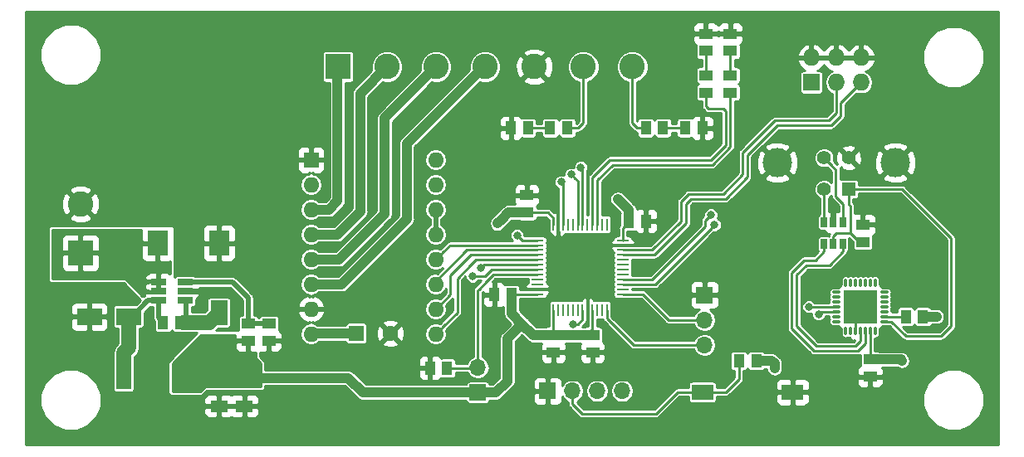
<source format=gbr>
G04 #@! TF.GenerationSoftware,KiCad,Pcbnew,(5.0.0-rc2-dev-647-g0f5eb421b)*
G04 #@! TF.CreationDate,2018-05-07T01:31:26+02:00*
G04 #@! TF.ProjectId,monochromator,6D6F6E6F6368726F6D61746F722E6B69,rev?*
G04 #@! TF.SameCoordinates,Original*
G04 #@! TF.FileFunction,Copper,L1,Top,Signal*
G04 #@! TF.FilePolarity,Positive*
%FSLAX46Y46*%
G04 Gerber Fmt 4.6, Leading zero omitted, Abs format (unit mm)*
G04 Created by KiCad (PCBNEW (5.0.0-rc2-dev-647-g0f5eb421b)) date 05/07/18 01:31:26*
%MOMM*%
%LPD*%
G01*
G04 APERTURE LIST*
%ADD10R,1.700000X1.700000*%
%ADD11O,1.700000X1.700000*%
%ADD12R,0.650000X1.060000*%
%ADD13C,3.000000*%
%ADD14C,1.400000*%
%ADD15R,1.400000X1.400000*%
%ADD16R,1.400000X1.120000*%
%ADD17R,1.727200X1.727200*%
%ADD18O,1.727200X1.727200*%
%ADD19R,0.250000X1.300000*%
%ADD20R,1.300000X0.250000*%
%ADD21R,1.600000X1.600000*%
%ADD22O,1.600000X1.600000*%
%ADD23R,2.180000X1.600000*%
%ADD24R,1.120000X1.400000*%
%ADD25O,0.300000X0.850000*%
%ADD26O,0.850000X0.300000*%
%ADD27R,3.350000X3.350000*%
%ADD28C,1.600000*%
%ADD29R,2.600000X2.600000*%
%ADD30C,2.600000*%
%ADD31R,1.800000X1.220000*%
%ADD32R,2.060000X2.600000*%
%ADD33R,2.500000X1.800000*%
%ADD34R,1.800000X2.500000*%
%ADD35R,1.500000X2.200000*%
%ADD36R,1.560000X0.650000*%
%ADD37C,0.800000*%
%ADD38C,1.000000*%
%ADD39C,0.500000*%
%ADD40C,0.250000*%
%ADD41C,1.500000*%
%ADD42C,0.254000*%
G04 APERTURE END LIST*
D10*
X153600000Y-99100000D03*
D11*
X156140000Y-99100000D03*
X158680000Y-99100000D03*
X161220000Y-99100000D03*
D12*
X183700000Y-81900000D03*
X182750000Y-81900000D03*
X181800000Y-81900000D03*
X181800000Y-84100000D03*
X183700000Y-84100000D03*
X182750000Y-84100000D03*
D13*
X189070000Y-75790000D03*
D14*
X184300000Y-75300000D03*
X181800000Y-75300000D03*
D15*
X184300000Y-78500000D03*
D13*
X177030000Y-75790000D03*
D14*
X181800000Y-78500000D03*
D10*
X169600000Y-89300000D03*
D11*
X169600000Y-91840000D03*
X169600000Y-94380000D03*
D16*
X185750000Y-83880000D03*
X185750000Y-82120000D03*
D17*
X180500000Y-67600000D03*
D18*
X180500000Y-65060000D03*
X183040000Y-67600000D03*
X183040000Y-65060000D03*
X185580000Y-67600000D03*
X185580000Y-65060000D03*
D16*
X169750000Y-68630000D03*
X169750000Y-66870000D03*
X172250000Y-66870000D03*
X172250000Y-68630000D03*
X169750000Y-64380000D03*
X169750000Y-62620000D03*
X172250000Y-64380000D03*
X172250000Y-62620000D03*
D19*
X154178000Y-90810000D03*
X154678000Y-90810000D03*
X155178000Y-90810000D03*
X155678000Y-90810000D03*
X156178000Y-90810000D03*
X156678000Y-90810000D03*
X157178000Y-90810000D03*
X157678000Y-90810000D03*
X158178000Y-90810000D03*
X158678000Y-90810000D03*
X159178000Y-90810000D03*
X159678000Y-90810000D03*
D20*
X161278000Y-89210000D03*
X161278000Y-88710000D03*
X161278000Y-88210000D03*
X161278000Y-87710000D03*
X161278000Y-87210000D03*
X161278000Y-86710000D03*
X161278000Y-86210000D03*
X161278000Y-85710000D03*
X161278000Y-85210000D03*
X161278000Y-84710000D03*
X161278000Y-84210000D03*
X161278000Y-83710000D03*
D19*
X159678000Y-82110000D03*
X159178000Y-82110000D03*
X158678000Y-82110000D03*
X158178000Y-82110000D03*
X157678000Y-82110000D03*
X157178000Y-82110000D03*
X156678000Y-82110000D03*
X156178000Y-82110000D03*
X155678000Y-82110000D03*
X155178000Y-82110000D03*
X154678000Y-82110000D03*
X154178000Y-82110000D03*
D20*
X152578000Y-83710000D03*
X152578000Y-84210000D03*
X152578000Y-84710000D03*
X152578000Y-85210000D03*
X152578000Y-85710000D03*
X152578000Y-86210000D03*
X152578000Y-86710000D03*
X152578000Y-87210000D03*
X152578000Y-87710000D03*
X152578000Y-88210000D03*
X152578000Y-88710000D03*
X152578000Y-89210000D03*
D21*
X129500000Y-75500000D03*
D22*
X142200000Y-93280000D03*
X129500000Y-78040000D03*
X142200000Y-90740000D03*
X129500000Y-80580000D03*
X142200000Y-88200000D03*
X129500000Y-83120000D03*
X142200000Y-85660000D03*
X129500000Y-85660000D03*
X142200000Y-83120000D03*
X129500000Y-88200000D03*
X142200000Y-80580000D03*
X129500000Y-90740000D03*
X142200000Y-78040000D03*
X129500000Y-93280000D03*
X142200000Y-75500000D03*
D23*
X178590000Y-99200000D03*
X169410000Y-99200000D03*
D10*
X146500000Y-99250000D03*
D11*
X146500000Y-96710000D03*
D24*
X173120000Y-96000000D03*
X174880000Y-96000000D03*
D16*
X186500000Y-97630000D03*
X186500000Y-95870000D03*
D25*
X184000000Y-92950000D03*
X184500000Y-92950000D03*
X185000000Y-92950000D03*
X185500000Y-92950000D03*
X186000000Y-92950000D03*
X186500000Y-92950000D03*
X187000000Y-92950000D03*
D26*
X187950000Y-92000000D03*
X187950000Y-91500000D03*
X187950000Y-91000000D03*
X187950000Y-90500000D03*
X187950000Y-90000000D03*
X187950000Y-89500000D03*
X187950000Y-89000000D03*
D25*
X187000000Y-88050000D03*
X186500000Y-88050000D03*
X186000000Y-88050000D03*
X185500000Y-88050000D03*
X185000000Y-88050000D03*
X184500000Y-88050000D03*
X184000000Y-88050000D03*
D26*
X183050000Y-89000000D03*
X183050000Y-89500000D03*
X183050000Y-90000000D03*
X183050000Y-90500000D03*
X183050000Y-91000000D03*
X183050000Y-91500000D03*
X183050000Y-92000000D03*
D27*
X185500000Y-90500000D03*
D24*
X191880000Y-91500000D03*
X190120000Y-91500000D03*
X141620000Y-96750000D03*
X143380000Y-96750000D03*
D21*
X134100000Y-93200000D03*
D28*
X137600000Y-93200000D03*
D29*
X106000000Y-85000000D03*
D30*
X106000000Y-80000000D03*
D29*
X132250000Y-66000000D03*
D30*
X137250000Y-66000000D03*
X142250000Y-66000000D03*
X147250000Y-66000000D03*
X152250000Y-66000000D03*
X157250000Y-66000000D03*
X162250000Y-66000000D03*
D24*
X148174000Y-89254000D03*
X149934000Y-89254000D03*
X116180000Y-92100000D03*
X114420000Y-92100000D03*
D16*
X151500000Y-79120000D03*
X151500000Y-80880000D03*
D24*
X161870000Y-81750000D03*
X163630000Y-81750000D03*
D16*
X154200000Y-95130000D03*
X154200000Y-93370000D03*
D24*
X167620000Y-72250000D03*
X169380000Y-72250000D03*
D16*
X158200000Y-95130000D03*
X158200000Y-93370000D03*
D24*
X151630000Y-72250000D03*
X149870000Y-72250000D03*
D31*
X120100000Y-100630000D03*
X120100000Y-97770000D03*
X122700000Y-97770000D03*
X122700000Y-100630000D03*
D32*
X113870000Y-84000000D03*
X120130000Y-84000000D03*
D33*
X106900000Y-91500000D03*
X110900000Y-91500000D03*
D34*
X120100000Y-91100000D03*
X120100000Y-95100000D03*
D35*
X110400000Y-97800000D03*
X116800000Y-97800000D03*
D36*
X116659164Y-89856584D03*
X116659164Y-88906584D03*
X116659164Y-87956584D03*
X113959164Y-87956584D03*
X113959164Y-89856584D03*
X113959164Y-88906584D03*
D16*
X123100000Y-93980000D03*
X123100000Y-92220000D03*
X125200000Y-93980000D03*
X125200000Y-92220000D03*
D24*
X155630000Y-72250000D03*
X153870000Y-72250000D03*
X165380000Y-72250000D03*
X163620000Y-72250000D03*
D37*
X156200000Y-87200000D03*
X156200000Y-85700000D03*
X157600000Y-85700000D03*
X157600000Y-87200000D03*
X159200000Y-87200000D03*
X159200000Y-85700000D03*
X157600000Y-84200000D03*
X156200000Y-84200000D03*
X154700000Y-85700000D03*
X154700000Y-87200000D03*
X157600000Y-88700000D03*
X156200000Y-88700000D03*
X154700000Y-88700000D03*
X159200000Y-88700000D03*
X159200000Y-84200000D03*
X154700000Y-84200000D03*
X120800000Y-88900000D03*
X119800000Y-88900000D03*
X118700000Y-88900000D03*
X185750000Y-80500000D03*
X185000000Y-91000000D03*
X186000000Y-91000000D03*
X186000000Y-90000000D03*
X185000000Y-90000000D03*
X115000000Y-65000000D03*
X125000000Y-65000000D03*
X115000000Y-75000000D03*
X125000000Y-75000000D03*
X182749990Y-80250000D03*
X170639742Y-82135980D03*
X170261280Y-81102200D03*
X156250000Y-92250000D03*
X176750000Y-96750000D03*
X189750000Y-96000000D03*
X193250000Y-91500000D03*
X148500000Y-82000000D03*
X160750000Y-79500000D03*
X157000000Y-76250000D03*
X180250000Y-90500000D03*
X181250000Y-91250000D03*
X156009340Y-76989940D03*
X154999998Y-77750000D03*
X150500000Y-83200000D03*
X146800000Y-86524990D03*
X145966180Y-87383620D03*
D38*
X129580000Y-93200000D02*
X129500000Y-93280000D01*
X134100000Y-93200000D02*
X129580000Y-93200000D01*
D39*
X116659164Y-88906584D02*
X118693416Y-88906584D01*
X118693416Y-88906584D02*
X118700000Y-88900000D01*
D40*
X185000000Y-92950000D02*
X185000000Y-91000000D01*
D39*
X182750000Y-81900000D02*
X182750000Y-80250010D01*
X182750000Y-80250010D02*
X182749990Y-80250000D01*
D40*
X163620000Y-72250000D02*
X162750000Y-72250000D01*
X162250000Y-71750000D02*
X162250000Y-67838477D01*
X162750000Y-72250000D02*
X162250000Y-71750000D01*
X162250000Y-67838477D02*
X162250000Y-66000000D01*
X161278000Y-88210000D02*
X164565722Y-88210000D01*
X170239743Y-82535979D02*
X170639742Y-82135980D01*
X164565722Y-88210000D02*
X170239743Y-82535979D01*
X157250000Y-71750000D02*
X156750000Y-72250000D01*
X156750000Y-72250000D02*
X155630000Y-72250000D01*
X157250000Y-66000000D02*
X157250000Y-71750000D01*
X170261280Y-81102200D02*
X169694656Y-81668824D01*
X169694656Y-81668824D02*
X169694656Y-82305344D01*
X164290000Y-87710000D02*
X163500000Y-87710000D01*
X169694656Y-82305344D02*
X164290000Y-87710000D01*
X161278000Y-87710000D02*
X163500000Y-87710000D01*
D38*
X137250000Y-66000000D02*
X134500000Y-68750000D01*
X134500000Y-80800000D02*
X132180000Y-83120000D01*
X134500000Y-68750000D02*
X134500000Y-80800000D01*
X132180000Y-83120000D02*
X129800000Y-83120000D01*
X132200000Y-66050000D02*
X132250000Y-66000000D01*
X132200000Y-79700000D02*
X132200000Y-66050000D01*
X129800000Y-80580000D02*
X131320000Y-80580000D01*
X131320000Y-80580000D02*
X132200000Y-79700000D01*
X129800000Y-85660000D02*
X132340000Y-85660000D01*
X132340000Y-85660000D02*
X137000000Y-81000000D01*
X137000000Y-81000000D02*
X137000000Y-71250000D01*
X137000000Y-71250000D02*
X142250000Y-66000000D01*
X139250000Y-81550000D02*
X132600000Y-88200000D01*
X139250000Y-73850000D02*
X139250000Y-81550000D01*
X147250000Y-65850000D02*
X139250000Y-73850000D01*
X147250000Y-65750000D02*
X147250000Y-65850000D01*
X132600000Y-88200000D02*
X129800000Y-88200000D01*
D40*
X172250000Y-66870000D02*
X172250000Y-64380000D01*
X157178000Y-91822000D02*
X157178000Y-90810000D01*
X156250000Y-92250000D02*
X156750000Y-92250000D01*
X156750000Y-92250000D02*
X157178000Y-91822000D01*
X173120000Y-96000000D02*
X173120000Y-97880000D01*
X171800000Y-99200000D02*
X170750000Y-99200000D01*
X173120000Y-97880000D02*
X171800000Y-99200000D01*
X170750000Y-99200000D02*
X169410000Y-99200000D01*
X156140000Y-100440000D02*
X156140000Y-99100000D01*
X157100000Y-101400000D02*
X156140000Y-100440000D01*
X164700000Y-101400000D02*
X157100000Y-101400000D01*
X169410000Y-99200000D02*
X166900000Y-99200000D01*
X166900000Y-99200000D02*
X164700000Y-101400000D01*
D38*
X151000000Y-92250000D02*
X152120000Y-93370000D01*
X152120000Y-93370000D02*
X154200000Y-93370000D01*
X158200000Y-93370000D02*
X154200000Y-93370000D01*
X158150000Y-93320000D02*
X158200000Y-93370000D01*
X174880000Y-96000000D02*
X176440000Y-96000000D01*
X176750000Y-96310000D02*
X176750000Y-96750000D01*
X176440000Y-96000000D02*
X176750000Y-96310000D01*
X186500000Y-95870000D02*
X189620000Y-95870000D01*
X189620000Y-95870000D02*
X189750000Y-96000000D01*
X193250000Y-91500000D02*
X191880000Y-91500000D01*
X149620000Y-80880000D02*
X148899999Y-81600001D01*
X148899999Y-81600001D02*
X148500000Y-82000000D01*
X151500000Y-80880000D02*
X149620000Y-80880000D01*
X161870000Y-81750000D02*
X161870000Y-80620000D01*
X161870000Y-80620000D02*
X160750000Y-79500000D01*
D40*
X154178000Y-82110000D02*
X154178000Y-81428000D01*
X152450000Y-80880000D02*
X151500000Y-80880000D01*
X154178000Y-81428000D02*
X153630000Y-80880000D01*
X153630000Y-80880000D02*
X152450000Y-80880000D01*
D38*
X146500000Y-99250000D02*
X134750000Y-99250000D01*
X134750000Y-99250000D02*
X133270000Y-97770000D01*
X133270000Y-97770000D02*
X122700000Y-97770000D01*
X149934000Y-91184000D02*
X151000000Y-92250000D01*
X149500000Y-98100000D02*
X149500000Y-93750000D01*
X149500000Y-93750000D02*
X151000000Y-92250000D01*
X149934000Y-89254000D02*
X149934000Y-91184000D01*
X146500000Y-99250000D02*
X148350000Y-99250000D01*
X148350000Y-99250000D02*
X149500000Y-98100000D01*
D40*
X158178000Y-90810000D02*
X158178000Y-93348000D01*
X158178000Y-93348000D02*
X158200000Y-93370000D01*
X154178000Y-90810000D02*
X154178000Y-93298000D01*
X154178000Y-93298000D02*
X154200000Y-93320000D01*
X161278000Y-83710000D02*
X161278000Y-82472000D01*
X161278000Y-82472000D02*
X161500000Y-82250000D01*
X186500000Y-95120000D02*
X186500000Y-95870000D01*
X186500000Y-92950000D02*
X186500000Y-95120000D01*
X149978000Y-89210000D02*
X149934000Y-89254000D01*
X152578000Y-89210000D02*
X149978000Y-89210000D01*
D39*
X149934000Y-89254000D02*
X149800000Y-89388000D01*
D40*
X187950000Y-91500000D02*
X190120000Y-91500000D01*
X165380000Y-72250000D02*
X167620000Y-72250000D01*
X153870000Y-72250000D02*
X151630000Y-72250000D01*
D39*
X123100000Y-92220000D02*
X125200000Y-92220000D01*
X123100000Y-89600000D02*
X121456584Y-87956584D01*
X121456584Y-87956584D02*
X116659164Y-87956584D01*
X123100000Y-92220000D02*
X123100000Y-89600000D01*
D40*
X169750000Y-66870000D02*
X169750000Y-64380000D01*
X143380000Y-96750000D02*
X146460000Y-96750000D01*
X146460000Y-96750000D02*
X146500000Y-96710000D01*
X146290000Y-96500000D02*
X146500000Y-96710000D01*
X146500000Y-96710000D02*
X146500000Y-88800000D01*
X146500000Y-88800000D02*
X146600000Y-88700000D01*
X147400000Y-87900000D02*
X146600000Y-88700000D01*
X152578000Y-87210000D02*
X148090000Y-87210000D01*
X148090000Y-87210000D02*
X147400000Y-87900000D01*
D41*
X116500000Y-92100000D02*
X119100000Y-92100000D01*
X119100000Y-92100000D02*
X120100000Y-91100000D01*
D38*
X117000000Y-92000000D02*
X117250000Y-92000000D01*
X117250000Y-92000000D02*
X117150000Y-92100000D01*
X117150000Y-92100000D02*
X116180000Y-92100000D01*
D39*
X116659164Y-89856584D02*
X116659164Y-89909164D01*
X116659164Y-89909164D02*
X116750000Y-90000000D01*
X116750000Y-90000000D02*
X116750000Y-91530000D01*
X116750000Y-91530000D02*
X116180000Y-92100000D01*
X116659164Y-91620836D02*
X116180000Y-92100000D01*
D41*
X110900000Y-91500000D02*
X110900000Y-94500000D01*
X110400000Y-97800000D02*
X110400000Y-95200000D01*
X110400000Y-95200000D02*
X110900000Y-94700000D01*
X110900000Y-94700000D02*
X110900000Y-94500000D01*
D39*
X113959164Y-89856584D02*
X112893416Y-89856584D01*
X112893416Y-89856584D02*
X111250000Y-91500000D01*
X111250000Y-91500000D02*
X110900000Y-91500000D01*
X113959164Y-89856584D02*
X113959164Y-91639164D01*
X113959164Y-91639164D02*
X114420000Y-92100000D01*
D40*
X183700000Y-81120000D02*
X183725002Y-81094998D01*
X183700000Y-81900000D02*
X183700000Y-81120000D01*
X183725002Y-81094998D02*
X183725002Y-79975002D01*
X182499999Y-75999999D02*
X181800000Y-75300000D01*
X183725002Y-79975002D02*
X183000000Y-79250000D01*
X183000000Y-79250000D02*
X183000000Y-76500000D01*
X183000000Y-76500000D02*
X182499999Y-75999999D01*
X181800000Y-81695000D02*
X181800000Y-78500000D01*
X181800000Y-81900000D02*
X181800000Y-81695000D01*
X178500000Y-92750000D02*
X178500000Y-87000000D01*
X179750000Y-85750000D02*
X178500000Y-87000000D01*
X180930000Y-85750000D02*
X179750000Y-85750000D01*
X181800000Y-84100000D02*
X181800000Y-84880000D01*
X181800000Y-84880000D02*
X180930000Y-85750000D01*
X180750000Y-95000000D02*
X178500000Y-92750000D01*
X185250000Y-95000000D02*
X180750000Y-95000000D01*
X186000000Y-94250000D02*
X185250000Y-95000000D01*
X186000000Y-92950000D02*
X186000000Y-94250000D01*
X179000000Y-87250000D02*
X179000000Y-92500000D01*
X182330000Y-86250000D02*
X180000000Y-86250000D01*
X180000000Y-86250000D02*
X179000000Y-87250000D01*
X183700000Y-84100000D02*
X183700000Y-84880000D01*
X183700000Y-84880000D02*
X182330000Y-86250000D01*
X185000000Y-94500000D02*
X185500000Y-94000000D01*
X179000000Y-92500000D02*
X181000000Y-94500000D01*
X185500000Y-94000000D02*
X185500000Y-92950000D01*
X181000000Y-94500000D02*
X185000000Y-94500000D01*
X184300000Y-80050000D02*
X184300000Y-78500000D01*
X184500000Y-80250000D02*
X184300000Y-80050000D01*
X184500000Y-83000000D02*
X184500000Y-80250000D01*
X184500000Y-83000000D02*
X185380000Y-83880000D01*
X183070000Y-83000000D02*
X184500000Y-83000000D01*
X182750000Y-83320000D02*
X183070000Y-83000000D01*
X182750000Y-84100000D02*
X182750000Y-83320000D01*
X185380000Y-83880000D02*
X185750000Y-83880000D01*
X186750000Y-78500000D02*
X184300000Y-78500000D01*
X194750000Y-83500000D02*
X189750000Y-78500000D01*
X189750000Y-78500000D02*
X186750000Y-78500000D01*
X194750000Y-92500000D02*
X194750000Y-83500000D01*
X193750000Y-93500000D02*
X194750000Y-92500000D01*
X190125000Y-93500000D02*
X193750000Y-93500000D01*
X187950000Y-92000000D02*
X188625000Y-92000000D01*
X188625000Y-92000000D02*
X190125000Y-93500000D01*
X168397919Y-94380000D02*
X169600000Y-94380000D01*
X162348000Y-94380000D02*
X168397919Y-94380000D01*
X159678000Y-91710000D02*
X162348000Y-94380000D01*
X159678000Y-90810000D02*
X159678000Y-91710000D01*
X165940000Y-91840000D02*
X169600000Y-91840000D01*
X163300000Y-89200000D02*
X165940000Y-91840000D01*
X161278000Y-89210000D02*
X161288000Y-89200000D01*
X161288000Y-89200000D02*
X163300000Y-89200000D01*
X182500000Y-72000000D02*
X183500000Y-71000000D01*
X177000000Y-72000000D02*
X182500000Y-72000000D01*
X174000000Y-77250000D02*
X174000000Y-75000000D01*
X171750000Y-79500000D02*
X174000000Y-77250000D01*
X167750000Y-82000000D02*
X167750000Y-80000000D01*
X168250000Y-79500000D02*
X171750000Y-79500000D01*
X174000000Y-75000000D02*
X177000000Y-72000000D01*
X161278000Y-85210000D02*
X164540000Y-85210000D01*
X164540000Y-85210000D02*
X167750000Y-82000000D01*
X167750000Y-80000000D02*
X168250000Y-79500000D01*
X183500000Y-71000000D02*
X183500000Y-69680000D01*
X183500000Y-69680000D02*
X185580000Y-67600000D01*
X182250000Y-71500000D02*
X183040000Y-70710000D01*
X176750000Y-71500000D02*
X182250000Y-71500000D01*
X171500000Y-79000000D02*
X173500000Y-77000000D01*
X164290000Y-84710000D02*
X167250000Y-81750000D01*
X168000000Y-79000000D02*
X171500000Y-79000000D01*
X173500000Y-77000000D02*
X173500000Y-74750000D01*
X161278000Y-84710000D02*
X164290000Y-84710000D01*
X167250000Y-79750000D02*
X168000000Y-79000000D01*
X173500000Y-74750000D02*
X176750000Y-71500000D01*
X167250000Y-81750000D02*
X167250000Y-79750000D01*
X183040000Y-70710000D02*
X183040000Y-67600000D01*
X160250000Y-76000000D02*
X170400000Y-76000000D01*
X170400000Y-76000000D02*
X172250000Y-74150000D01*
X158678000Y-77572000D02*
X160250000Y-76000000D01*
X158678000Y-82110000D02*
X158678000Y-77572000D01*
X172250000Y-74150000D02*
X172250000Y-68630000D01*
X159974998Y-75500000D02*
X170250000Y-75500000D01*
X158178000Y-77296998D02*
X159974998Y-75500000D01*
X170250000Y-75500000D02*
X171750000Y-74000000D01*
X158178000Y-82110000D02*
X158178000Y-77296998D01*
X171750000Y-74000000D02*
X171750000Y-70500000D01*
X171500000Y-70250000D02*
X170000000Y-70250000D01*
X171750000Y-70500000D02*
X171500000Y-70250000D01*
X170000000Y-70250000D02*
X169750000Y-70000000D01*
X169750000Y-70000000D02*
X169750000Y-68630000D01*
X157178000Y-82110000D02*
X157178000Y-76428000D01*
X157178000Y-76428000D02*
X157000000Y-76250000D01*
X183050000Y-90500000D02*
X180250000Y-90500000D01*
X181500000Y-91000000D02*
X181250000Y-91250000D01*
X183050000Y-91000000D02*
X181500000Y-91000000D01*
X156678000Y-77658600D02*
X156409339Y-77389939D01*
X156678000Y-82110000D02*
X156678000Y-77658600D01*
X156409339Y-77389939D02*
X156009340Y-76989940D01*
X155178000Y-77928002D02*
X154999998Y-77750000D01*
X155178000Y-82110000D02*
X155178000Y-77928002D01*
X151010000Y-83710000D02*
X150899999Y-83599999D01*
X152578000Y-83710000D02*
X151010000Y-83710000D01*
X150899999Y-83599999D02*
X150500000Y-83200000D01*
X142999999Y-84860001D02*
X142200000Y-85660000D01*
X152578000Y-84210000D02*
X143650000Y-84210000D01*
X143650000Y-84210000D02*
X142999999Y-84860001D01*
X142200000Y-87900000D02*
X142200000Y-88200000D01*
X152578000Y-84710000D02*
X145390000Y-84710000D01*
X145390000Y-84710000D02*
X142200000Y-87900000D01*
X145790000Y-85210000D02*
X152578000Y-85210000D01*
X143700000Y-87300000D02*
X145790000Y-85210000D01*
X142200000Y-90740000D02*
X143700000Y-89240000D01*
X143700000Y-89240000D02*
X143700000Y-87300000D01*
X146290000Y-85710000D02*
X145800000Y-86200000D01*
X152578000Y-85710000D02*
X146290000Y-85710000D01*
X145800000Y-86200000D02*
X145780000Y-86200000D01*
X142999999Y-92480001D02*
X142200000Y-93280000D01*
X144400000Y-91080000D02*
X142999999Y-92480001D01*
X145800000Y-86200000D02*
X144400000Y-87600000D01*
X144400000Y-87600000D02*
X144400000Y-91080000D01*
X152578000Y-86210000D02*
X147114990Y-86210000D01*
X147114990Y-86210000D02*
X146800000Y-86524990D01*
X152578000Y-86710000D02*
X147890000Y-86710000D01*
X146531865Y-87383620D02*
X145966180Y-87383620D01*
X147890000Y-86710000D02*
X147216380Y-87383620D01*
X147216380Y-87383620D02*
X146531865Y-87383620D01*
D39*
X142200000Y-83120000D02*
X142200000Y-80580000D01*
D42*
G36*
X199598001Y-104598000D02*
X100402000Y-104598000D01*
X100402000Y-99378001D01*
X101873000Y-99378001D01*
X101873000Y-100621999D01*
X102349057Y-101771303D01*
X103228697Y-102650943D01*
X104378001Y-103127000D01*
X105621999Y-103127000D01*
X106771303Y-102650943D01*
X107650943Y-101771303D01*
X108005324Y-100915750D01*
X118565000Y-100915750D01*
X118565000Y-101366309D01*
X118661673Y-101599698D01*
X118840301Y-101778327D01*
X119073690Y-101875000D01*
X119814250Y-101875000D01*
X119973000Y-101716250D01*
X119973000Y-100757000D01*
X120227000Y-100757000D01*
X120227000Y-101716250D01*
X120385750Y-101875000D01*
X121126310Y-101875000D01*
X121359699Y-101778327D01*
X121400000Y-101738026D01*
X121440301Y-101778327D01*
X121673690Y-101875000D01*
X122414250Y-101875000D01*
X122573000Y-101716250D01*
X122573000Y-100757000D01*
X122827000Y-100757000D01*
X122827000Y-101716250D01*
X122985750Y-101875000D01*
X123726310Y-101875000D01*
X123959699Y-101778327D01*
X124138327Y-101599698D01*
X124235000Y-101366309D01*
X124235000Y-100915750D01*
X124076250Y-100757000D01*
X122827000Y-100757000D01*
X122573000Y-100757000D01*
X120227000Y-100757000D01*
X119973000Y-100757000D01*
X118723750Y-100757000D01*
X118565000Y-100915750D01*
X108005324Y-100915750D01*
X108127000Y-100621999D01*
X108127000Y-99893691D01*
X118565000Y-99893691D01*
X118565000Y-100344250D01*
X118723750Y-100503000D01*
X119973000Y-100503000D01*
X119973000Y-99543750D01*
X120227000Y-99543750D01*
X120227000Y-100503000D01*
X122573000Y-100503000D01*
X122573000Y-99543750D01*
X122827000Y-99543750D01*
X122827000Y-100503000D01*
X124076250Y-100503000D01*
X124235000Y-100344250D01*
X124235000Y-99893691D01*
X124138327Y-99660302D01*
X123959699Y-99481673D01*
X123726310Y-99385000D01*
X122985750Y-99385000D01*
X122827000Y-99543750D01*
X122573000Y-99543750D01*
X122414250Y-99385000D01*
X121673690Y-99385000D01*
X121440301Y-99481673D01*
X121400000Y-99521974D01*
X121359699Y-99481673D01*
X121126310Y-99385000D01*
X120385750Y-99385000D01*
X120227000Y-99543750D01*
X119973000Y-99543750D01*
X119814250Y-99385000D01*
X119073690Y-99385000D01*
X118840301Y-99481673D01*
X118661673Y-99660302D01*
X118565000Y-99893691D01*
X108127000Y-99893691D01*
X108127000Y-99378001D01*
X107650943Y-98228697D01*
X106771303Y-97349057D01*
X105621999Y-96873000D01*
X104378001Y-96873000D01*
X103228697Y-97349057D01*
X102349057Y-98228697D01*
X101873000Y-99378001D01*
X100402000Y-99378001D01*
X100402000Y-91785750D01*
X105015000Y-91785750D01*
X105015000Y-92526310D01*
X105111673Y-92759699D01*
X105290302Y-92938327D01*
X105523691Y-93035000D01*
X106614250Y-93035000D01*
X106773000Y-92876250D01*
X106773000Y-91627000D01*
X107027000Y-91627000D01*
X107027000Y-92876250D01*
X107185750Y-93035000D01*
X108276309Y-93035000D01*
X108509698Y-92938327D01*
X108688327Y-92759699D01*
X108785000Y-92526310D01*
X108785000Y-91785750D01*
X108626250Y-91627000D01*
X107027000Y-91627000D01*
X106773000Y-91627000D01*
X105173750Y-91627000D01*
X105015000Y-91785750D01*
X100402000Y-91785750D01*
X100402000Y-90473690D01*
X105015000Y-90473690D01*
X105015000Y-91214250D01*
X105173750Y-91373000D01*
X106773000Y-91373000D01*
X106773000Y-90123750D01*
X107027000Y-90123750D01*
X107027000Y-91373000D01*
X108626250Y-91373000D01*
X108785000Y-91214250D01*
X108785000Y-90473690D01*
X108688327Y-90240301D01*
X108509698Y-90061673D01*
X108276309Y-89965000D01*
X107185750Y-89965000D01*
X107027000Y-90123750D01*
X106773000Y-90123750D01*
X106614250Y-89965000D01*
X105523691Y-89965000D01*
X105290302Y-90061673D01*
X105111673Y-90240301D01*
X105015000Y-90473690D01*
X100402000Y-90473690D01*
X100402000Y-82500000D01*
X102673000Y-82500000D01*
X102673000Y-87750000D01*
X102697891Y-87875137D01*
X102768776Y-87981224D01*
X102874863Y-88052109D01*
X103000000Y-88077000D01*
X110364552Y-88077000D01*
X112018776Y-89731224D01*
X112124863Y-89802109D01*
X112130724Y-89803275D01*
X111667405Y-90266594D01*
X109650000Y-90266594D01*
X109522411Y-90291973D01*
X109414246Y-90364246D01*
X109341973Y-90472411D01*
X109316594Y-90600000D01*
X109316594Y-92400000D01*
X109341973Y-92527589D01*
X109414246Y-92635754D01*
X109522411Y-92708027D01*
X109650000Y-92733406D01*
X109823000Y-92733406D01*
X109823001Y-94253892D01*
X109713450Y-94363443D01*
X109623528Y-94423527D01*
X109563444Y-94513449D01*
X109563442Y-94513451D01*
X109430865Y-94711867D01*
X109385490Y-94779776D01*
X109352896Y-94943639D01*
X109301902Y-95200000D01*
X109323001Y-95306071D01*
X109323000Y-96667793D01*
X109316594Y-96700000D01*
X109316594Y-98900000D01*
X109341973Y-99027589D01*
X109414246Y-99135754D01*
X109522411Y-99208027D01*
X109650000Y-99233406D01*
X111150000Y-99233406D01*
X111277589Y-99208027D01*
X111385754Y-99135754D01*
X111458027Y-99027589D01*
X111483406Y-98900000D01*
X111483406Y-96700000D01*
X111477000Y-96667795D01*
X111477000Y-95646107D01*
X111586549Y-95536558D01*
X111676473Y-95476473D01*
X111842744Y-95227631D01*
X111914511Y-95120225D01*
X111945070Y-94966594D01*
X111977000Y-94806072D01*
X111977000Y-94806068D01*
X111998098Y-94700000D01*
X111977000Y-94593932D01*
X111977000Y-92733406D01*
X112150000Y-92733406D01*
X112277589Y-92708027D01*
X112385754Y-92635754D01*
X112458027Y-92527589D01*
X112483406Y-92400000D01*
X112483406Y-91082595D01*
X113072273Y-90493728D01*
X113179164Y-90514990D01*
X113382164Y-90514990D01*
X113382165Y-91582332D01*
X113370860Y-91639164D01*
X113415643Y-91864298D01*
X113526594Y-92030349D01*
X113526594Y-92800000D01*
X113551973Y-92927589D01*
X113624246Y-93035754D01*
X113732411Y-93108027D01*
X113860000Y-93133406D01*
X114980000Y-93133406D01*
X115107589Y-93108027D01*
X115215754Y-93035754D01*
X115288027Y-92927589D01*
X115300000Y-92867397D01*
X115311973Y-92927589D01*
X115384246Y-93035754D01*
X115492411Y-93108027D01*
X115620000Y-93133406D01*
X116174767Y-93133406D01*
X116393928Y-93177000D01*
X117860552Y-93177000D01*
X115018776Y-96018776D01*
X114947891Y-96124863D01*
X114923000Y-96250000D01*
X114923000Y-99250000D01*
X114947891Y-99375137D01*
X115018776Y-99481224D01*
X115124863Y-99552109D01*
X115250000Y-99577000D01*
X118250000Y-99577000D01*
X118375137Y-99552109D01*
X118481224Y-99481224D01*
X118885448Y-99077000D01*
X124500000Y-99077000D01*
X124625137Y-99052109D01*
X124731224Y-98981224D01*
X124802109Y-98875137D01*
X124827000Y-98750000D01*
X124827000Y-98597000D01*
X132927447Y-98597000D01*
X134107630Y-99777184D01*
X134153767Y-99846233D01*
X134427321Y-100029016D01*
X134668552Y-100077000D01*
X134668556Y-100077000D01*
X134749999Y-100093200D01*
X134831442Y-100077000D01*
X145316594Y-100077000D01*
X145316594Y-100100000D01*
X145341973Y-100227589D01*
X145414246Y-100335754D01*
X145522411Y-100408027D01*
X145650000Y-100433406D01*
X147350000Y-100433406D01*
X147477589Y-100408027D01*
X147585754Y-100335754D01*
X147658027Y-100227589D01*
X147683406Y-100100000D01*
X147683406Y-100077000D01*
X148268556Y-100077000D01*
X148350000Y-100093200D01*
X148431444Y-100077000D01*
X148431448Y-100077000D01*
X148672679Y-100029016D01*
X148946233Y-99846233D01*
X148992372Y-99777181D01*
X149383803Y-99385750D01*
X152115000Y-99385750D01*
X152115000Y-100076309D01*
X152211673Y-100309698D01*
X152390301Y-100488327D01*
X152623690Y-100585000D01*
X153314250Y-100585000D01*
X153473000Y-100426250D01*
X153473000Y-99227000D01*
X152273750Y-99227000D01*
X152115000Y-99385750D01*
X149383803Y-99385750D01*
X150027187Y-98742368D01*
X150096233Y-98696233D01*
X150142368Y-98627187D01*
X150142370Y-98627185D01*
X150279016Y-98422679D01*
X150338488Y-98123691D01*
X152115000Y-98123691D01*
X152115000Y-98814250D01*
X152273750Y-98973000D01*
X153473000Y-98973000D01*
X153473000Y-97773750D01*
X153727000Y-97773750D01*
X153727000Y-98973000D01*
X153747000Y-98973000D01*
X153747000Y-99227000D01*
X153727000Y-99227000D01*
X153727000Y-100426250D01*
X153885750Y-100585000D01*
X154576310Y-100585000D01*
X154809699Y-100488327D01*
X154988327Y-100309698D01*
X155085000Y-100076309D01*
X155085000Y-99639623D01*
X155291431Y-99948569D01*
X155680758Y-100208709D01*
X155688000Y-100210150D01*
X155688000Y-100395482D01*
X155679145Y-100440000D01*
X155688000Y-100484517D01*
X155714225Y-100616361D01*
X155814126Y-100765874D01*
X155851869Y-100791093D01*
X156748908Y-101688133D01*
X156774126Y-101725874D01*
X156811866Y-101751091D01*
X156923638Y-101825775D01*
X157099999Y-101860855D01*
X157144517Y-101852000D01*
X164655482Y-101852000D01*
X164700000Y-101860855D01*
X164744518Y-101852000D01*
X164876362Y-101825775D01*
X165025874Y-101725874D01*
X165051093Y-101688131D01*
X167087225Y-99652000D01*
X167986594Y-99652000D01*
X167986594Y-100000000D01*
X168011973Y-100127589D01*
X168084246Y-100235754D01*
X168192411Y-100308027D01*
X168320000Y-100333406D01*
X170500000Y-100333406D01*
X170627589Y-100308027D01*
X170735754Y-100235754D01*
X170808027Y-100127589D01*
X170833406Y-100000000D01*
X170833406Y-99652000D01*
X171755482Y-99652000D01*
X171800000Y-99660855D01*
X171844518Y-99652000D01*
X171976362Y-99625775D01*
X172125874Y-99525874D01*
X172151093Y-99488131D01*
X172153474Y-99485750D01*
X176865000Y-99485750D01*
X176865000Y-100126310D01*
X176961673Y-100359699D01*
X177140302Y-100538327D01*
X177373691Y-100635000D01*
X178304250Y-100635000D01*
X178463000Y-100476250D01*
X178463000Y-99327000D01*
X178717000Y-99327000D01*
X178717000Y-100476250D01*
X178875750Y-100635000D01*
X179806309Y-100635000D01*
X180039698Y-100538327D01*
X180218327Y-100359699D01*
X180315000Y-100126310D01*
X180315000Y-99485750D01*
X180207251Y-99378001D01*
X191873000Y-99378001D01*
X191873000Y-100621999D01*
X192349057Y-101771303D01*
X193228697Y-102650943D01*
X194378001Y-103127000D01*
X195621999Y-103127000D01*
X196771303Y-102650943D01*
X197650943Y-101771303D01*
X198127000Y-100621999D01*
X198127000Y-99378001D01*
X197650943Y-98228697D01*
X196771303Y-97349057D01*
X195621999Y-96873000D01*
X194378001Y-96873000D01*
X193228697Y-97349057D01*
X192349057Y-98228697D01*
X191873000Y-99378001D01*
X180207251Y-99378001D01*
X180156250Y-99327000D01*
X178717000Y-99327000D01*
X178463000Y-99327000D01*
X177023750Y-99327000D01*
X176865000Y-99485750D01*
X172153474Y-99485750D01*
X173365534Y-98273690D01*
X176865000Y-98273690D01*
X176865000Y-98914250D01*
X177023750Y-99073000D01*
X178463000Y-99073000D01*
X178463000Y-97923750D01*
X178717000Y-97923750D01*
X178717000Y-99073000D01*
X180156250Y-99073000D01*
X180315000Y-98914250D01*
X180315000Y-98273690D01*
X180218327Y-98040301D01*
X180093776Y-97915750D01*
X185165000Y-97915750D01*
X185165000Y-98316309D01*
X185261673Y-98549698D01*
X185440301Y-98728327D01*
X185673690Y-98825000D01*
X186214250Y-98825000D01*
X186373000Y-98666250D01*
X186373000Y-97757000D01*
X186627000Y-97757000D01*
X186627000Y-98666250D01*
X186785750Y-98825000D01*
X187326310Y-98825000D01*
X187559699Y-98728327D01*
X187738327Y-98549698D01*
X187835000Y-98316309D01*
X187835000Y-97915750D01*
X187676250Y-97757000D01*
X186627000Y-97757000D01*
X186373000Y-97757000D01*
X185323750Y-97757000D01*
X185165000Y-97915750D01*
X180093776Y-97915750D01*
X180039698Y-97861673D01*
X179806309Y-97765000D01*
X178875750Y-97765000D01*
X178717000Y-97923750D01*
X178463000Y-97923750D01*
X178304250Y-97765000D01*
X177373691Y-97765000D01*
X177140302Y-97861673D01*
X176961673Y-98040301D01*
X176865000Y-98273690D01*
X173365534Y-98273690D01*
X173408133Y-98231091D01*
X173445874Y-98205874D01*
X173545775Y-98056362D01*
X173572000Y-97924518D01*
X173580855Y-97880000D01*
X173572000Y-97835482D01*
X173572000Y-97033406D01*
X173680000Y-97033406D01*
X173807589Y-97008027D01*
X173915754Y-96935754D01*
X173988027Y-96827589D01*
X174000000Y-96767397D01*
X174011973Y-96827589D01*
X174084246Y-96935754D01*
X174192411Y-97008027D01*
X174320000Y-97033406D01*
X175440000Y-97033406D01*
X175567589Y-97008027D01*
X175675754Y-96935754D01*
X175748027Y-96827589D01*
X175748144Y-96827000D01*
X175923000Y-96827000D01*
X175923000Y-96831448D01*
X175970984Y-97072679D01*
X176153768Y-97346233D01*
X176427322Y-97529016D01*
X176750000Y-97593201D01*
X177072679Y-97529016D01*
X177346233Y-97346233D01*
X177529016Y-97072679D01*
X177577000Y-96831447D01*
X177577000Y-96391442D01*
X177593200Y-96309999D01*
X177577000Y-96228557D01*
X177577000Y-96228552D01*
X177529016Y-95987321D01*
X177346233Y-95713767D01*
X177277183Y-95667630D01*
X177082372Y-95472818D01*
X177036233Y-95403767D01*
X176762679Y-95220984D01*
X176521448Y-95173000D01*
X176521444Y-95173000D01*
X176440000Y-95156800D01*
X176358556Y-95173000D01*
X175748144Y-95173000D01*
X175748027Y-95172411D01*
X175675754Y-95064246D01*
X175567589Y-94991973D01*
X175440000Y-94966594D01*
X174320000Y-94966594D01*
X174192411Y-94991973D01*
X174084246Y-95064246D01*
X174011973Y-95172411D01*
X174000000Y-95232603D01*
X173988027Y-95172411D01*
X173915754Y-95064246D01*
X173807589Y-94991973D01*
X173680000Y-94966594D01*
X172560000Y-94966594D01*
X172432411Y-94991973D01*
X172324246Y-95064246D01*
X172251973Y-95172411D01*
X172226594Y-95300000D01*
X172226594Y-96700000D01*
X172251973Y-96827589D01*
X172324246Y-96935754D01*
X172432411Y-97008027D01*
X172560000Y-97033406D01*
X172668001Y-97033406D01*
X172668001Y-97692774D01*
X171612776Y-98748000D01*
X170833406Y-98748000D01*
X170833406Y-98400000D01*
X170808027Y-98272411D01*
X170735754Y-98164246D01*
X170627589Y-98091973D01*
X170500000Y-98066594D01*
X168320000Y-98066594D01*
X168192411Y-98091973D01*
X168084246Y-98164246D01*
X168011973Y-98272411D01*
X167986594Y-98400000D01*
X167986594Y-98748000D01*
X166944518Y-98748000D01*
X166900000Y-98739145D01*
X166855482Y-98748000D01*
X166723638Y-98774225D01*
X166574126Y-98874126D01*
X166548909Y-98911866D01*
X164512776Y-100948000D01*
X157287225Y-100948000D01*
X156592000Y-100252776D01*
X156592000Y-100210150D01*
X156599242Y-100208709D01*
X156988569Y-99948569D01*
X157248709Y-99559242D01*
X157340058Y-99100000D01*
X157479942Y-99100000D01*
X157571291Y-99559242D01*
X157831431Y-99948569D01*
X158220758Y-100208709D01*
X158564080Y-100277000D01*
X158795920Y-100277000D01*
X159139242Y-100208709D01*
X159528569Y-99948569D01*
X159788709Y-99559242D01*
X159880058Y-99100000D01*
X160019942Y-99100000D01*
X160111291Y-99559242D01*
X160371431Y-99948569D01*
X160760758Y-100208709D01*
X161104080Y-100277000D01*
X161335920Y-100277000D01*
X161679242Y-100208709D01*
X162068569Y-99948569D01*
X162328709Y-99559242D01*
X162420058Y-99100000D01*
X162328709Y-98640758D01*
X162068569Y-98251431D01*
X161679242Y-97991291D01*
X161335920Y-97923000D01*
X161104080Y-97923000D01*
X160760758Y-97991291D01*
X160371431Y-98251431D01*
X160111291Y-98640758D01*
X160019942Y-99100000D01*
X159880058Y-99100000D01*
X159788709Y-98640758D01*
X159528569Y-98251431D01*
X159139242Y-97991291D01*
X158795920Y-97923000D01*
X158564080Y-97923000D01*
X158220758Y-97991291D01*
X157831431Y-98251431D01*
X157571291Y-98640758D01*
X157479942Y-99100000D01*
X157340058Y-99100000D01*
X157248709Y-98640758D01*
X156988569Y-98251431D01*
X156599242Y-97991291D01*
X156255920Y-97923000D01*
X156024080Y-97923000D01*
X155680758Y-97991291D01*
X155291431Y-98251431D01*
X155085000Y-98560377D01*
X155085000Y-98123691D01*
X154988327Y-97890302D01*
X154809699Y-97711673D01*
X154576310Y-97615000D01*
X153885750Y-97615000D01*
X153727000Y-97773750D01*
X153473000Y-97773750D01*
X153314250Y-97615000D01*
X152623690Y-97615000D01*
X152390301Y-97711673D01*
X152211673Y-97890302D01*
X152115000Y-98123691D01*
X150338488Y-98123691D01*
X150343201Y-98100000D01*
X150327000Y-98018552D01*
X150327000Y-95415750D01*
X152865000Y-95415750D01*
X152865000Y-95816309D01*
X152961673Y-96049698D01*
X153140301Y-96228327D01*
X153373690Y-96325000D01*
X153914250Y-96325000D01*
X154073000Y-96166250D01*
X154073000Y-95257000D01*
X154327000Y-95257000D01*
X154327000Y-96166250D01*
X154485750Y-96325000D01*
X155026310Y-96325000D01*
X155259699Y-96228327D01*
X155438327Y-96049698D01*
X155535000Y-95816309D01*
X155535000Y-95415750D01*
X156865000Y-95415750D01*
X156865000Y-95816309D01*
X156961673Y-96049698D01*
X157140301Y-96228327D01*
X157373690Y-96325000D01*
X157914250Y-96325000D01*
X158073000Y-96166250D01*
X158073000Y-95257000D01*
X158327000Y-95257000D01*
X158327000Y-96166250D01*
X158485750Y-96325000D01*
X159026310Y-96325000D01*
X159259699Y-96228327D01*
X159438327Y-96049698D01*
X159535000Y-95816309D01*
X159535000Y-95415750D01*
X159376250Y-95257000D01*
X158327000Y-95257000D01*
X158073000Y-95257000D01*
X157023750Y-95257000D01*
X156865000Y-95415750D01*
X155535000Y-95415750D01*
X155376250Y-95257000D01*
X154327000Y-95257000D01*
X154073000Y-95257000D01*
X153023750Y-95257000D01*
X152865000Y-95415750D01*
X150327000Y-95415750D01*
X150327000Y-94092553D01*
X151000000Y-93419554D01*
X151477631Y-93897186D01*
X151523767Y-93966233D01*
X151592813Y-94012368D01*
X151592814Y-94012369D01*
X151681527Y-94071645D01*
X151797321Y-94149016D01*
X152038552Y-94197000D01*
X152038556Y-94197000D01*
X152119999Y-94213200D01*
X152201442Y-94197000D01*
X152974975Y-94197000D01*
X152961673Y-94210302D01*
X152865000Y-94443691D01*
X152865000Y-94844250D01*
X153023750Y-95003000D01*
X154073000Y-95003000D01*
X154073000Y-94983000D01*
X154327000Y-94983000D01*
X154327000Y-95003000D01*
X155376250Y-95003000D01*
X155535000Y-94844250D01*
X155535000Y-94443691D01*
X155438327Y-94210302D01*
X155425025Y-94197000D01*
X156974975Y-94197000D01*
X156961673Y-94210302D01*
X156865000Y-94443691D01*
X156865000Y-94844250D01*
X157023750Y-95003000D01*
X158073000Y-95003000D01*
X158073000Y-94983000D01*
X158327000Y-94983000D01*
X158327000Y-95003000D01*
X159376250Y-95003000D01*
X159535000Y-94844250D01*
X159535000Y-94443691D01*
X159438327Y-94210302D01*
X159259699Y-94031673D01*
X159216723Y-94013872D01*
X159233406Y-93930000D01*
X159233406Y-92810000D01*
X159208027Y-92682411D01*
X159135754Y-92574246D01*
X159027589Y-92501973D01*
X158900000Y-92476594D01*
X158630000Y-92476594D01*
X158630000Y-91793406D01*
X158803000Y-91793406D01*
X158928000Y-91768542D01*
X159053000Y-91793406D01*
X159233735Y-91793406D01*
X159252225Y-91886361D01*
X159320575Y-91988653D01*
X159352127Y-92035874D01*
X159389867Y-92061091D01*
X161996909Y-94668134D01*
X162022126Y-94705874D01*
X162059866Y-94731091D01*
X162171638Y-94805775D01*
X162347999Y-94840855D01*
X162392517Y-94832000D01*
X168489850Y-94832000D01*
X168491291Y-94839242D01*
X168751431Y-95228569D01*
X169140758Y-95488709D01*
X169484080Y-95557000D01*
X169715920Y-95557000D01*
X170059242Y-95488709D01*
X170448569Y-95228569D01*
X170708709Y-94839242D01*
X170800058Y-94380000D01*
X170708709Y-93920758D01*
X170448569Y-93531431D01*
X170059242Y-93271291D01*
X169715920Y-93203000D01*
X169484080Y-93203000D01*
X169140758Y-93271291D01*
X168751431Y-93531431D01*
X168491291Y-93920758D01*
X168489850Y-93928000D01*
X162535225Y-93928000D01*
X160130000Y-91522776D01*
X160130000Y-91492205D01*
X160136406Y-91460000D01*
X160136406Y-90160000D01*
X160111027Y-90032411D01*
X160038754Y-89924246D01*
X159930589Y-89851973D01*
X159803000Y-89826594D01*
X159553000Y-89826594D01*
X159428000Y-89851458D01*
X159303000Y-89826594D01*
X159053000Y-89826594D01*
X158928000Y-89851458D01*
X158803000Y-89826594D01*
X158553000Y-89826594D01*
X158428000Y-89851458D01*
X158356637Y-89837263D01*
X158341327Y-89800302D01*
X158162699Y-89621673D01*
X157929310Y-89525000D01*
X157899250Y-89525000D01*
X157740500Y-89683750D01*
X157740500Y-90054898D01*
X157719594Y-90160000D01*
X157719594Y-91460000D01*
X157726000Y-91492207D01*
X157726001Y-92476594D01*
X157500000Y-92476594D01*
X157372411Y-92501973D01*
X157311009Y-92543000D01*
X157097840Y-92543000D01*
X157101093Y-92538131D01*
X157466131Y-92173093D01*
X157503874Y-92147874D01*
X157603775Y-91998362D01*
X157630000Y-91866518D01*
X157630000Y-91866517D01*
X157638855Y-91822001D01*
X157630000Y-91777484D01*
X157630000Y-91492205D01*
X157636406Y-91460000D01*
X157636406Y-90160000D01*
X157615500Y-90054898D01*
X157615500Y-89683750D01*
X157456750Y-89525000D01*
X157426690Y-89525000D01*
X157193301Y-89621673D01*
X157014673Y-89800302D01*
X156999363Y-89837263D01*
X156928000Y-89851458D01*
X156803000Y-89826594D01*
X156553000Y-89826594D01*
X156428000Y-89851458D01*
X156303000Y-89826594D01*
X156053000Y-89826594D01*
X155928000Y-89851458D01*
X155803000Y-89826594D01*
X155553000Y-89826594D01*
X155428000Y-89851458D01*
X155303000Y-89826594D01*
X155053000Y-89826594D01*
X154928000Y-89851458D01*
X154803000Y-89826594D01*
X154553000Y-89826594D01*
X154428000Y-89851458D01*
X154303000Y-89826594D01*
X154053000Y-89826594D01*
X153925411Y-89851973D01*
X153817246Y-89924246D01*
X153744973Y-90032411D01*
X153719594Y-90160000D01*
X153719594Y-91460000D01*
X153726000Y-91492207D01*
X153726001Y-92476594D01*
X153500000Y-92476594D01*
X153372411Y-92501973D01*
X153311009Y-92543000D01*
X152462555Y-92543000D01*
X151642371Y-91722817D01*
X151642365Y-91722811D01*
X151596232Y-91653768D01*
X151527188Y-91607635D01*
X150761000Y-90841447D01*
X150761000Y-90142991D01*
X150802027Y-90081589D01*
X150827406Y-89954000D01*
X150827406Y-89662000D01*
X151895795Y-89662000D01*
X151928000Y-89668406D01*
X153228000Y-89668406D01*
X153355589Y-89643027D01*
X153463754Y-89570754D01*
X153536027Y-89462589D01*
X153550737Y-89388637D01*
X153587698Y-89373327D01*
X153766327Y-89194699D01*
X153863000Y-88961310D01*
X153863000Y-88931250D01*
X153704250Y-88772500D01*
X153333102Y-88772500D01*
X153228000Y-88751594D01*
X151928000Y-88751594D01*
X151895795Y-88758000D01*
X150827406Y-88758000D01*
X150827406Y-88554000D01*
X150802027Y-88426411D01*
X150729754Y-88318246D01*
X150621589Y-88245973D01*
X150494000Y-88220594D01*
X149374000Y-88220594D01*
X149290128Y-88237277D01*
X149272327Y-88194301D01*
X149093698Y-88015673D01*
X148860309Y-87919000D01*
X148459750Y-87919000D01*
X148301000Y-88077750D01*
X148301000Y-89127000D01*
X148321000Y-89127000D01*
X148321000Y-89381000D01*
X148301000Y-89381000D01*
X148301000Y-90430250D01*
X148459750Y-90589000D01*
X148860309Y-90589000D01*
X149093698Y-90492327D01*
X149107001Y-90479024D01*
X149107001Y-91102552D01*
X149090800Y-91184000D01*
X149154984Y-91506678D01*
X149209047Y-91587589D01*
X149337768Y-91780233D01*
X149406817Y-91826370D01*
X149830446Y-92250000D01*
X148972817Y-93107630D01*
X148903768Y-93153767D01*
X148857631Y-93222816D01*
X148720984Y-93427322D01*
X148656800Y-93750000D01*
X148673001Y-93831449D01*
X148673000Y-97757445D01*
X148007447Y-98423000D01*
X147683406Y-98423000D01*
X147683406Y-98400000D01*
X147658027Y-98272411D01*
X147585754Y-98164246D01*
X147477589Y-98091973D01*
X147350000Y-98066594D01*
X145650000Y-98066594D01*
X145522411Y-98091973D01*
X145414246Y-98164246D01*
X145341973Y-98272411D01*
X145316594Y-98400000D01*
X145316594Y-98423000D01*
X135092554Y-98423000D01*
X133912372Y-97242819D01*
X133866233Y-97173767D01*
X133659677Y-97035750D01*
X140425000Y-97035750D01*
X140425000Y-97576310D01*
X140521673Y-97809699D01*
X140700302Y-97988327D01*
X140933691Y-98085000D01*
X141334250Y-98085000D01*
X141493000Y-97926250D01*
X141493000Y-96877000D01*
X140583750Y-96877000D01*
X140425000Y-97035750D01*
X133659677Y-97035750D01*
X133592679Y-96990984D01*
X133351448Y-96943000D01*
X133351444Y-96943000D01*
X133270000Y-96926800D01*
X133188556Y-96943000D01*
X124827000Y-96943000D01*
X124827000Y-96250000D01*
X124802109Y-96124863D01*
X124731224Y-96018776D01*
X124636138Y-95923690D01*
X140425000Y-95923690D01*
X140425000Y-96464250D01*
X140583750Y-96623000D01*
X141493000Y-96623000D01*
X141493000Y-95573750D01*
X141334250Y-95415000D01*
X140933691Y-95415000D01*
X140700302Y-95511673D01*
X140521673Y-95690301D01*
X140425000Y-95923690D01*
X124636138Y-95923690D01*
X124327000Y-95614552D01*
X124327000Y-95155660D01*
X124373690Y-95175000D01*
X124914250Y-95175000D01*
X125073000Y-95016250D01*
X125073000Y-94107000D01*
X125327000Y-94107000D01*
X125327000Y-95016250D01*
X125485750Y-95175000D01*
X126026310Y-95175000D01*
X126259699Y-95078327D01*
X126438327Y-94899698D01*
X126535000Y-94666309D01*
X126535000Y-94265750D01*
X126376250Y-94107000D01*
X125327000Y-94107000D01*
X125073000Y-94107000D01*
X125053000Y-94107000D01*
X125053000Y-93853000D01*
X125073000Y-93853000D01*
X125073000Y-93833000D01*
X125327000Y-93833000D01*
X125327000Y-93853000D01*
X126376250Y-93853000D01*
X126535000Y-93694250D01*
X126535000Y-93293691D01*
X126438327Y-93060302D01*
X126259699Y-92881673D01*
X126216723Y-92863872D01*
X126233406Y-92780000D01*
X126233406Y-91660000D01*
X126208027Y-91532411D01*
X126135754Y-91424246D01*
X126027589Y-91351973D01*
X125900000Y-91326594D01*
X124500000Y-91326594D01*
X124372411Y-91351973D01*
X124264246Y-91424246D01*
X124191973Y-91532411D01*
X124169976Y-91643000D01*
X124130024Y-91643000D01*
X124108027Y-91532411D01*
X124035754Y-91424246D01*
X123927589Y-91351973D01*
X123800000Y-91326594D01*
X123677000Y-91326594D01*
X123677000Y-91089039D01*
X128108096Y-91089039D01*
X128268959Y-91477423D01*
X128644866Y-91892389D01*
X129150959Y-92131914D01*
X129372998Y-92010630D01*
X129372998Y-92156183D01*
X129060267Y-92218389D01*
X128687478Y-92467478D01*
X128438389Y-92840267D01*
X128350921Y-93280000D01*
X128438389Y-93719733D01*
X128687478Y-94092522D01*
X129060267Y-94341611D01*
X129389001Y-94407000D01*
X129610999Y-94407000D01*
X129939733Y-94341611D01*
X130312522Y-94092522D01*
X130356302Y-94027000D01*
X132971965Y-94027000D01*
X132991973Y-94127589D01*
X133064246Y-94235754D01*
X133172411Y-94308027D01*
X133300000Y-94333406D01*
X134900000Y-94333406D01*
X135027589Y-94308027D01*
X135135754Y-94235754D01*
X135154468Y-94207745D01*
X136771861Y-94207745D01*
X136845995Y-94453864D01*
X137383223Y-94646965D01*
X137953454Y-94619778D01*
X138354005Y-94453864D01*
X138428139Y-94207745D01*
X137600000Y-93379605D01*
X136771861Y-94207745D01*
X135154468Y-94207745D01*
X135208027Y-94127589D01*
X135233406Y-94000000D01*
X135233406Y-92983223D01*
X136153035Y-92983223D01*
X136180222Y-93553454D01*
X136346136Y-93954005D01*
X136592255Y-94028139D01*
X137420395Y-93200000D01*
X137779605Y-93200000D01*
X138607745Y-94028139D01*
X138853864Y-93954005D01*
X139046965Y-93416777D01*
X139019778Y-92846546D01*
X138853864Y-92445995D01*
X138607745Y-92371861D01*
X137779605Y-93200000D01*
X137420395Y-93200000D01*
X136592255Y-92371861D01*
X136346136Y-92445995D01*
X136153035Y-92983223D01*
X135233406Y-92983223D01*
X135233406Y-92400000D01*
X135208027Y-92272411D01*
X135154469Y-92192255D01*
X136771861Y-92192255D01*
X137600000Y-93020395D01*
X138428139Y-92192255D01*
X138354005Y-91946136D01*
X137816777Y-91753035D01*
X137246546Y-91780222D01*
X136845995Y-91946136D01*
X136771861Y-92192255D01*
X135154469Y-92192255D01*
X135135754Y-92164246D01*
X135027589Y-92091973D01*
X134900000Y-92066594D01*
X133300000Y-92066594D01*
X133172411Y-92091973D01*
X133064246Y-92164246D01*
X132991973Y-92272411D01*
X132971965Y-92373000D01*
X130171125Y-92373000D01*
X129939733Y-92218389D01*
X129627002Y-92156183D01*
X129627002Y-92010630D01*
X129849041Y-92131914D01*
X130355134Y-91892389D01*
X130731041Y-91477423D01*
X130891904Y-91089039D01*
X130769915Y-90867000D01*
X129627000Y-90867000D01*
X129627000Y-90887000D01*
X129373000Y-90887000D01*
X129373000Y-90867000D01*
X128230085Y-90867000D01*
X128108096Y-91089039D01*
X123677000Y-91089039D01*
X123677000Y-90390961D01*
X128108096Y-90390961D01*
X128230085Y-90613000D01*
X129373000Y-90613000D01*
X129373000Y-90593000D01*
X129627000Y-90593000D01*
X129627000Y-90613000D01*
X130769915Y-90613000D01*
X130891904Y-90390961D01*
X130731041Y-90002577D01*
X130355134Y-89587611D01*
X129849041Y-89348086D01*
X129627002Y-89469370D01*
X129627002Y-89323817D01*
X129939733Y-89261611D01*
X130290854Y-89027000D01*
X132518556Y-89027000D01*
X132600000Y-89043200D01*
X132681444Y-89027000D01*
X132681448Y-89027000D01*
X132922679Y-88979016D01*
X133196233Y-88796233D01*
X133242372Y-88727181D01*
X136309553Y-85660000D01*
X141050921Y-85660000D01*
X141138389Y-86099733D01*
X141387478Y-86472522D01*
X141760267Y-86721611D01*
X142089001Y-86787000D01*
X142310999Y-86787000D01*
X142639733Y-86721611D01*
X142939386Y-86521390D01*
X142375038Y-87085738D01*
X142310999Y-87073000D01*
X142089001Y-87073000D01*
X141760267Y-87138389D01*
X141387478Y-87387478D01*
X141138389Y-87760267D01*
X141050921Y-88200000D01*
X141138389Y-88639733D01*
X141387478Y-89012522D01*
X141760267Y-89261611D01*
X142089001Y-89327000D01*
X142310999Y-89327000D01*
X142639733Y-89261611D01*
X143012522Y-89012522D01*
X143248000Y-88660103D01*
X143248000Y-89052775D01*
X142625264Y-89675511D01*
X142310999Y-89613000D01*
X142089001Y-89613000D01*
X141760267Y-89678389D01*
X141387478Y-89927478D01*
X141138389Y-90300267D01*
X141050921Y-90740000D01*
X141138389Y-91179733D01*
X141387478Y-91552522D01*
X141760267Y-91801611D01*
X142089001Y-91867000D01*
X142310999Y-91867000D01*
X142639733Y-91801611D01*
X143012522Y-91552522D01*
X143261611Y-91179733D01*
X143349079Y-90740000D01*
X143264489Y-90314736D01*
X143948001Y-89631224D01*
X143948001Y-90892775D01*
X142625265Y-92215511D01*
X142310999Y-92153000D01*
X142089001Y-92153000D01*
X141760267Y-92218389D01*
X141387478Y-92467478D01*
X141138389Y-92840267D01*
X141050921Y-93280000D01*
X141138389Y-93719733D01*
X141387478Y-94092522D01*
X141760267Y-94341611D01*
X142089001Y-94407000D01*
X142310999Y-94407000D01*
X142639733Y-94341611D01*
X143012522Y-94092522D01*
X143261611Y-93719733D01*
X143349079Y-93280000D01*
X143264489Y-92854735D01*
X144688131Y-91431093D01*
X144725874Y-91405874D01*
X144825775Y-91256362D01*
X144852000Y-91124518D01*
X144852000Y-91124517D01*
X144860855Y-91080001D01*
X144852000Y-91035484D01*
X144852000Y-87787224D01*
X145239180Y-87400044D01*
X145239180Y-87528229D01*
X145349859Y-87795433D01*
X145554367Y-87999941D01*
X145821571Y-88110620D01*
X146110789Y-88110620D01*
X146377993Y-87999941D01*
X146542314Y-87835620D01*
X146825155Y-87835620D01*
X146248909Y-88411867D01*
X146248908Y-88411869D01*
X146211869Y-88448908D01*
X146174127Y-88474126D01*
X146148910Y-88511866D01*
X146148909Y-88511867D01*
X146074225Y-88623639D01*
X146039145Y-88800000D01*
X146048001Y-88844523D01*
X146048000Y-95599850D01*
X146040758Y-95601291D01*
X145651431Y-95861431D01*
X145391291Y-96250758D01*
X145381894Y-96298000D01*
X144273406Y-96298000D01*
X144273406Y-96050000D01*
X144248027Y-95922411D01*
X144175754Y-95814246D01*
X144067589Y-95741973D01*
X143940000Y-95716594D01*
X142820000Y-95716594D01*
X142736128Y-95733277D01*
X142718327Y-95690301D01*
X142539698Y-95511673D01*
X142306309Y-95415000D01*
X141905750Y-95415000D01*
X141747000Y-95573750D01*
X141747000Y-96623000D01*
X141767000Y-96623000D01*
X141767000Y-96877000D01*
X141747000Y-96877000D01*
X141747000Y-97926250D01*
X141905750Y-98085000D01*
X142306309Y-98085000D01*
X142539698Y-97988327D01*
X142718327Y-97809699D01*
X142736128Y-97766723D01*
X142820000Y-97783406D01*
X143940000Y-97783406D01*
X144067589Y-97758027D01*
X144175754Y-97685754D01*
X144248027Y-97577589D01*
X144273406Y-97450000D01*
X144273406Y-97202000D01*
X145413179Y-97202000D01*
X145651431Y-97558569D01*
X146040758Y-97818709D01*
X146384080Y-97887000D01*
X146615920Y-97887000D01*
X146959242Y-97818709D01*
X147348569Y-97558569D01*
X147608709Y-97169242D01*
X147700058Y-96710000D01*
X147608709Y-96250758D01*
X147348569Y-95861431D01*
X146959242Y-95601291D01*
X146952000Y-95599850D01*
X146952000Y-89539750D01*
X146979000Y-89539750D01*
X146979000Y-90080310D01*
X147075673Y-90313699D01*
X147254302Y-90492327D01*
X147487691Y-90589000D01*
X147888250Y-90589000D01*
X148047000Y-90430250D01*
X148047000Y-89381000D01*
X147137750Y-89381000D01*
X146979000Y-89539750D01*
X146952000Y-89539750D01*
X146952000Y-88987224D01*
X146979000Y-88960224D01*
X146979000Y-88968250D01*
X147137750Y-89127000D01*
X148047000Y-89127000D01*
X148047000Y-88077750D01*
X147954237Y-87984987D01*
X148277224Y-87662000D01*
X151594594Y-87662000D01*
X151594594Y-87835000D01*
X151619458Y-87960000D01*
X151605263Y-88031363D01*
X151568302Y-88046673D01*
X151389673Y-88225301D01*
X151293000Y-88458690D01*
X151293000Y-88488750D01*
X151451750Y-88647500D01*
X151822898Y-88647500D01*
X151928000Y-88668406D01*
X153228000Y-88668406D01*
X153333102Y-88647500D01*
X153704250Y-88647500D01*
X153863000Y-88488750D01*
X153863000Y-88458690D01*
X153766327Y-88225301D01*
X153587698Y-88046673D01*
X153550737Y-88031363D01*
X153536542Y-87960000D01*
X153561406Y-87835000D01*
X153561406Y-87585000D01*
X153536542Y-87460000D01*
X153561406Y-87335000D01*
X153561406Y-87085000D01*
X153536542Y-86960000D01*
X153561406Y-86835000D01*
X153561406Y-86585000D01*
X153536542Y-86460000D01*
X153561406Y-86335000D01*
X153561406Y-86085000D01*
X153536542Y-85960000D01*
X153561406Y-85835000D01*
X153561406Y-85585000D01*
X153536542Y-85460000D01*
X153561406Y-85335000D01*
X153561406Y-85085000D01*
X153536542Y-84960000D01*
X153561406Y-84835000D01*
X153561406Y-84585000D01*
X153536542Y-84460000D01*
X153542260Y-84431250D01*
X159993000Y-84431250D01*
X159993000Y-84461310D01*
X160089673Y-84694699D01*
X160268302Y-84873327D01*
X160305263Y-84888637D01*
X160319458Y-84960000D01*
X160294594Y-85085000D01*
X160294594Y-85335000D01*
X160319458Y-85460000D01*
X160294594Y-85585000D01*
X160294594Y-85835000D01*
X160319458Y-85960000D01*
X160294594Y-86085000D01*
X160294594Y-86335000D01*
X160319458Y-86460000D01*
X160294594Y-86585000D01*
X160294594Y-86835000D01*
X160319458Y-86960000D01*
X160294594Y-87085000D01*
X160294594Y-87335000D01*
X160319458Y-87460000D01*
X160294594Y-87585000D01*
X160294594Y-87835000D01*
X160319458Y-87960000D01*
X160294594Y-88085000D01*
X160294594Y-88335000D01*
X160319458Y-88460000D01*
X160294594Y-88585000D01*
X160294594Y-88835000D01*
X160319458Y-88960000D01*
X160294594Y-89085000D01*
X160294594Y-89335000D01*
X160319973Y-89462589D01*
X160392246Y-89570754D01*
X160500411Y-89643027D01*
X160628000Y-89668406D01*
X161265688Y-89668406D01*
X161278000Y-89670855D01*
X161290312Y-89668406D01*
X161928000Y-89668406D01*
X162010479Y-89652000D01*
X163112776Y-89652000D01*
X165588909Y-92128134D01*
X165614126Y-92165874D01*
X165651866Y-92191091D01*
X165763638Y-92265775D01*
X165940000Y-92300855D01*
X165984518Y-92292000D01*
X168489850Y-92292000D01*
X168491291Y-92299242D01*
X168751431Y-92688569D01*
X169140758Y-92948709D01*
X169484080Y-93017000D01*
X169715920Y-93017000D01*
X170059242Y-92948709D01*
X170448569Y-92688569D01*
X170708709Y-92299242D01*
X170800058Y-91840000D01*
X170708709Y-91380758D01*
X170448569Y-90991431D01*
X170139623Y-90785000D01*
X170576309Y-90785000D01*
X170809698Y-90688327D01*
X170988327Y-90509699D01*
X171085000Y-90276310D01*
X171085000Y-89585750D01*
X170926250Y-89427000D01*
X169727000Y-89427000D01*
X169727000Y-89447000D01*
X169473000Y-89447000D01*
X169473000Y-89427000D01*
X168273750Y-89427000D01*
X168115000Y-89585750D01*
X168115000Y-90276310D01*
X168211673Y-90509699D01*
X168390302Y-90688327D01*
X168623691Y-90785000D01*
X169060377Y-90785000D01*
X168751431Y-90991431D01*
X168491291Y-91380758D01*
X168489850Y-91388000D01*
X166127225Y-91388000D01*
X163651093Y-88911869D01*
X163625874Y-88874126D01*
X163476362Y-88774225D01*
X163344518Y-88748000D01*
X163300000Y-88739145D01*
X163255482Y-88748000D01*
X162261406Y-88748000D01*
X162261406Y-88662000D01*
X164521204Y-88662000D01*
X164565722Y-88670855D01*
X164610240Y-88662000D01*
X164742084Y-88635775D01*
X164891596Y-88535874D01*
X164916815Y-88498131D01*
X165091256Y-88323690D01*
X168115000Y-88323690D01*
X168115000Y-89014250D01*
X168273750Y-89173000D01*
X169473000Y-89173000D01*
X169473000Y-87973750D01*
X169727000Y-87973750D01*
X169727000Y-89173000D01*
X170926250Y-89173000D01*
X171085000Y-89014250D01*
X171085000Y-88323690D01*
X170988327Y-88090301D01*
X170809698Y-87911673D01*
X170576309Y-87815000D01*
X169885750Y-87815000D01*
X169727000Y-87973750D01*
X169473000Y-87973750D01*
X169314250Y-87815000D01*
X168623691Y-87815000D01*
X168390302Y-87911673D01*
X168211673Y-88090301D01*
X168115000Y-88323690D01*
X165091256Y-88323690D01*
X166414946Y-87000000D01*
X178039145Y-87000000D01*
X178048001Y-87044523D01*
X178048000Y-92705482D01*
X178039145Y-92750000D01*
X178054237Y-92825874D01*
X178074225Y-92926361D01*
X178174126Y-93075874D01*
X178211869Y-93101093D01*
X180398907Y-95288131D01*
X180424126Y-95325874D01*
X180540701Y-95403767D01*
X180573638Y-95425775D01*
X180750000Y-95460855D01*
X180794518Y-95452000D01*
X185205482Y-95452000D01*
X185250000Y-95460855D01*
X185294518Y-95452000D01*
X185426362Y-95425775D01*
X185466594Y-95398893D01*
X185466594Y-96430000D01*
X185483277Y-96513872D01*
X185440301Y-96531673D01*
X185261673Y-96710302D01*
X185165000Y-96943691D01*
X185165000Y-97344250D01*
X185323750Y-97503000D01*
X186373000Y-97503000D01*
X186373000Y-97483000D01*
X186627000Y-97483000D01*
X186627000Y-97503000D01*
X187676250Y-97503000D01*
X187835000Y-97344250D01*
X187835000Y-96943691D01*
X187738327Y-96710302D01*
X187725025Y-96697000D01*
X189304577Y-96697000D01*
X189427322Y-96779016D01*
X189750000Y-96843200D01*
X190072679Y-96779016D01*
X190346233Y-96596233D01*
X190529016Y-96322679D01*
X190593200Y-96000000D01*
X190529016Y-95677322D01*
X190392369Y-95472816D01*
X190262372Y-95342819D01*
X190216233Y-95273767D01*
X189942679Y-95090984D01*
X189701448Y-95043000D01*
X189701444Y-95043000D01*
X189620000Y-95026800D01*
X189538556Y-95043000D01*
X187388991Y-95043000D01*
X187327589Y-95001973D01*
X187200000Y-94976594D01*
X186952000Y-94976594D01*
X186952000Y-93701796D01*
X187000000Y-93711344D01*
X187186116Y-93674323D01*
X187343897Y-93568897D01*
X187449323Y-93411116D01*
X187477000Y-93271975D01*
X187477000Y-92737227D01*
X187534699Y-92713327D01*
X187713327Y-92534698D01*
X187737226Y-92477000D01*
X188271975Y-92477000D01*
X188397658Y-92452000D01*
X188437776Y-92452000D01*
X189773909Y-93788133D01*
X189799126Y-93825874D01*
X189948638Y-93925775D01*
X190080482Y-93952000D01*
X190080483Y-93952000D01*
X190124999Y-93960855D01*
X190169516Y-93952000D01*
X193705482Y-93952000D01*
X193750000Y-93960855D01*
X193794518Y-93952000D01*
X193926362Y-93925775D01*
X194075874Y-93825874D01*
X194101093Y-93788131D01*
X195038131Y-92851093D01*
X195075874Y-92825874D01*
X195175775Y-92676362D01*
X195202000Y-92544518D01*
X195202000Y-92544517D01*
X195210855Y-92500000D01*
X195202000Y-92455482D01*
X195202000Y-83544518D01*
X195210855Y-83500000D01*
X195175775Y-83323638D01*
X195170003Y-83315000D01*
X195075874Y-83174126D01*
X195038134Y-83148909D01*
X190101093Y-78211869D01*
X190075874Y-78174126D01*
X189926362Y-78074225D01*
X189794518Y-78048000D01*
X189750000Y-78039145D01*
X189705482Y-78048000D01*
X185333406Y-78048000D01*
X185333406Y-77800000D01*
X185308027Y-77672411D01*
X185235754Y-77564246D01*
X185127589Y-77491973D01*
X185000000Y-77466594D01*
X183600000Y-77466594D01*
X183472411Y-77491973D01*
X183452000Y-77505611D01*
X183452000Y-77303970D01*
X187735635Y-77303970D01*
X187895418Y-77622739D01*
X188686187Y-77932723D01*
X189535387Y-77916497D01*
X190244582Y-77622739D01*
X190404365Y-77303970D01*
X189070000Y-75969605D01*
X187735635Y-77303970D01*
X183452000Y-77303970D01*
X183452000Y-76544517D01*
X183460855Y-76499999D01*
X183430785Y-76348823D01*
X183544331Y-76235277D01*
X183606169Y-76471042D01*
X184107122Y-76647419D01*
X184637440Y-76618664D01*
X184993831Y-76471042D01*
X185055669Y-76235275D01*
X184300000Y-75479605D01*
X184285858Y-75493748D01*
X184106252Y-75314142D01*
X184120395Y-75300000D01*
X184479605Y-75300000D01*
X185235275Y-76055669D01*
X185471042Y-75993831D01*
X185647419Y-75492878D01*
X185642719Y-75406187D01*
X186927277Y-75406187D01*
X186943503Y-76255387D01*
X187237261Y-76964582D01*
X187556030Y-77124365D01*
X188890395Y-75790000D01*
X189249605Y-75790000D01*
X190583970Y-77124365D01*
X190902739Y-76964582D01*
X191212723Y-76173813D01*
X191196497Y-75324613D01*
X190902739Y-74615418D01*
X190583970Y-74455635D01*
X189249605Y-75790000D01*
X188890395Y-75790000D01*
X187556030Y-74455635D01*
X187237261Y-74615418D01*
X186927277Y-75406187D01*
X185642719Y-75406187D01*
X185618664Y-74962560D01*
X185471042Y-74606169D01*
X185235275Y-74544331D01*
X184479605Y-75300000D01*
X184120395Y-75300000D01*
X183364725Y-74544331D01*
X183128958Y-74606169D01*
X182952581Y-75107122D01*
X182981336Y-75637440D01*
X183126061Y-75986836D01*
X182851091Y-75711867D01*
X182851090Y-75711865D01*
X182773256Y-75634031D01*
X182827000Y-75504283D01*
X182827000Y-75095717D01*
X182670648Y-74718251D01*
X182381749Y-74429352D01*
X182225727Y-74364725D01*
X183544331Y-74364725D01*
X184300000Y-75120395D01*
X185055669Y-74364725D01*
X185032406Y-74276030D01*
X187735635Y-74276030D01*
X189070000Y-75610395D01*
X190404365Y-74276030D01*
X190244582Y-73957261D01*
X189453813Y-73647277D01*
X188604613Y-73663503D01*
X187895418Y-73957261D01*
X187735635Y-74276030D01*
X185032406Y-74276030D01*
X184993831Y-74128958D01*
X184492878Y-73952581D01*
X183962560Y-73981336D01*
X183606169Y-74128958D01*
X183544331Y-74364725D01*
X182225727Y-74364725D01*
X182004283Y-74273000D01*
X181595717Y-74273000D01*
X181218251Y-74429352D01*
X180929352Y-74718251D01*
X180773000Y-75095717D01*
X180773000Y-75504283D01*
X180929352Y-75881749D01*
X181218251Y-76170648D01*
X181595717Y-76327000D01*
X182004283Y-76327000D01*
X182134031Y-76273256D01*
X182211865Y-76351090D01*
X182211868Y-76351092D01*
X182548001Y-76687226D01*
X182548001Y-77795604D01*
X182381749Y-77629352D01*
X182004283Y-77473000D01*
X181595717Y-77473000D01*
X181218251Y-77629352D01*
X180929352Y-77918251D01*
X180773000Y-78295717D01*
X180773000Y-78704283D01*
X180929352Y-79081749D01*
X181218251Y-79370648D01*
X181348001Y-79424392D01*
X181348000Y-81061856D01*
X181347411Y-81061973D01*
X181239246Y-81134246D01*
X181166973Y-81242411D01*
X181141594Y-81370000D01*
X181141594Y-82430000D01*
X181166973Y-82557589D01*
X181239246Y-82665754D01*
X181347411Y-82738027D01*
X181475000Y-82763406D01*
X181875782Y-82763406D01*
X181886673Y-82789698D01*
X182065301Y-82968327D01*
X182298690Y-83065000D01*
X182376770Y-83065000D01*
X182324225Y-83143639D01*
X182300822Y-83261294D01*
X182297411Y-83261973D01*
X182275000Y-83276947D01*
X182252589Y-83261973D01*
X182125000Y-83236594D01*
X181475000Y-83236594D01*
X181347411Y-83261973D01*
X181239246Y-83334246D01*
X181166973Y-83442411D01*
X181141594Y-83570000D01*
X181141594Y-84630000D01*
X181166973Y-84757589D01*
X181213521Y-84827254D01*
X180742776Y-85298000D01*
X179794518Y-85298000D01*
X179750000Y-85289145D01*
X179705482Y-85298000D01*
X179573638Y-85324225D01*
X179424126Y-85424126D01*
X179398909Y-85461867D01*
X178211867Y-86648909D01*
X178174127Y-86674126D01*
X178148910Y-86711866D01*
X178148909Y-86711867D01*
X178074225Y-86823639D01*
X178039145Y-87000000D01*
X166414946Y-87000000D01*
X170551966Y-82862980D01*
X170784351Y-82862980D01*
X171051555Y-82752301D01*
X171256063Y-82547793D01*
X171366742Y-82280589D01*
X171366742Y-81991371D01*
X171256063Y-81724167D01*
X171051555Y-81519659D01*
X170901080Y-81457330D01*
X170988280Y-81246809D01*
X170988280Y-80957591D01*
X170877601Y-80690387D01*
X170673093Y-80485879D01*
X170405889Y-80375200D01*
X170116671Y-80375200D01*
X169849467Y-80485879D01*
X169644959Y-80690387D01*
X169534280Y-80957591D01*
X169534280Y-81189976D01*
X169406525Y-81317731D01*
X169368782Y-81342950D01*
X169268882Y-81492462D01*
X169268881Y-81492463D01*
X169233801Y-81668824D01*
X169242656Y-81713342D01*
X169242657Y-82118118D01*
X164102776Y-87258000D01*
X162261406Y-87258000D01*
X162261406Y-87085000D01*
X162236542Y-86960000D01*
X162261406Y-86835000D01*
X162261406Y-86585000D01*
X162236542Y-86460000D01*
X162261406Y-86335000D01*
X162261406Y-86085000D01*
X162236542Y-85960000D01*
X162261406Y-85835000D01*
X162261406Y-85662000D01*
X164495482Y-85662000D01*
X164540000Y-85670855D01*
X164584518Y-85662000D01*
X164716362Y-85635775D01*
X164865874Y-85535874D01*
X164891093Y-85498131D01*
X168038131Y-82351093D01*
X168075874Y-82325874D01*
X168175775Y-82176362D01*
X168202000Y-82044518D01*
X168202000Y-82044517D01*
X168210855Y-82000000D01*
X168202000Y-81955482D01*
X168202000Y-80187224D01*
X168437225Y-79952000D01*
X171705482Y-79952000D01*
X171750000Y-79960855D01*
X171794518Y-79952000D01*
X171926362Y-79925775D01*
X172075874Y-79825874D01*
X172101093Y-79788131D01*
X174288131Y-77601093D01*
X174325874Y-77575874D01*
X174425775Y-77426362D01*
X174450119Y-77303970D01*
X175695635Y-77303970D01*
X175855418Y-77622739D01*
X176646187Y-77932723D01*
X177495387Y-77916497D01*
X178204582Y-77622739D01*
X178364365Y-77303970D01*
X177030000Y-75969605D01*
X175695635Y-77303970D01*
X174450119Y-77303970D01*
X174452000Y-77294518D01*
X174452000Y-77294517D01*
X174460855Y-77250000D01*
X174452000Y-77205482D01*
X174452000Y-75406187D01*
X174887277Y-75406187D01*
X174903503Y-76255387D01*
X175197261Y-76964582D01*
X175516030Y-77124365D01*
X176850395Y-75790000D01*
X177209605Y-75790000D01*
X178543970Y-77124365D01*
X178862739Y-76964582D01*
X179172723Y-76173813D01*
X179156497Y-75324613D01*
X178862739Y-74615418D01*
X178543970Y-74455635D01*
X177209605Y-75790000D01*
X176850395Y-75790000D01*
X175516030Y-74455635D01*
X175197261Y-74615418D01*
X174887277Y-75406187D01*
X174452000Y-75406187D01*
X174452000Y-75187224D01*
X175363194Y-74276030D01*
X175695635Y-74276030D01*
X177030000Y-75610395D01*
X178364365Y-74276030D01*
X178204582Y-73957261D01*
X177413813Y-73647277D01*
X176564613Y-73663503D01*
X175855418Y-73957261D01*
X175695635Y-74276030D01*
X175363194Y-74276030D01*
X177187225Y-72452000D01*
X182455482Y-72452000D01*
X182500000Y-72460855D01*
X182544518Y-72452000D01*
X182676362Y-72425775D01*
X182825874Y-72325874D01*
X182851093Y-72288131D01*
X183788131Y-71351093D01*
X183825874Y-71325874D01*
X183925775Y-71176362D01*
X183952000Y-71044518D01*
X183952000Y-71044517D01*
X183960855Y-71000000D01*
X183952000Y-70955482D01*
X183952000Y-69867224D01*
X185104813Y-68714412D01*
X185115451Y-68721520D01*
X185462738Y-68790600D01*
X185697262Y-68790600D01*
X186044549Y-68721520D01*
X186438375Y-68458375D01*
X186701520Y-68064549D01*
X186793925Y-67600000D01*
X186701520Y-67135451D01*
X186438375Y-66741625D01*
X186044549Y-66478480D01*
X186032759Y-66476135D01*
X186354947Y-66342688D01*
X186786821Y-65948490D01*
X187034968Y-65419027D01*
X186914469Y-65187000D01*
X185707000Y-65187000D01*
X185707000Y-65207000D01*
X185453000Y-65207000D01*
X185453000Y-65187000D01*
X183167000Y-65187000D01*
X183167000Y-65207000D01*
X182913000Y-65207000D01*
X182913000Y-65187000D01*
X180627000Y-65187000D01*
X180627000Y-65207000D01*
X180373000Y-65207000D01*
X180373000Y-65187000D01*
X179165531Y-65187000D01*
X179045032Y-65419027D01*
X179293179Y-65948490D01*
X179725053Y-66342688D01*
X179870653Y-66402994D01*
X179636400Y-66402994D01*
X179508811Y-66428373D01*
X179400646Y-66500646D01*
X179328373Y-66608811D01*
X179302994Y-66736400D01*
X179302994Y-68463600D01*
X179328373Y-68591189D01*
X179400646Y-68699354D01*
X179508811Y-68771627D01*
X179636400Y-68797006D01*
X181363600Y-68797006D01*
X181491189Y-68771627D01*
X181599354Y-68699354D01*
X181671627Y-68591189D01*
X181697006Y-68463600D01*
X181697006Y-66736400D01*
X181671627Y-66608811D01*
X181599354Y-66500646D01*
X181491189Y-66428373D01*
X181363600Y-66402994D01*
X181129347Y-66402994D01*
X181274947Y-66342688D01*
X181706821Y-65948490D01*
X181770000Y-65813687D01*
X181833179Y-65948490D01*
X182265053Y-66342688D01*
X182587241Y-66476135D01*
X182575451Y-66478480D01*
X182181625Y-66741625D01*
X181918480Y-67135451D01*
X181826075Y-67600000D01*
X181918480Y-68064549D01*
X182181625Y-68458375D01*
X182575451Y-68721520D01*
X182588001Y-68724016D01*
X182588000Y-70522775D01*
X182062776Y-71048000D01*
X176794517Y-71048000D01*
X176749999Y-71039145D01*
X176576026Y-71073750D01*
X176573638Y-71074225D01*
X176424126Y-71174126D01*
X176398909Y-71211866D01*
X173211867Y-74398909D01*
X173174127Y-74424126D01*
X173148910Y-74461866D01*
X173148909Y-74461867D01*
X173074225Y-74573639D01*
X173039145Y-74750000D01*
X173048001Y-74794522D01*
X173048000Y-76812775D01*
X171312776Y-78548000D01*
X168044517Y-78548000D01*
X167999999Y-78539145D01*
X167823638Y-78574225D01*
X167674126Y-78674126D01*
X167648908Y-78711867D01*
X166961867Y-79398909D01*
X166924127Y-79424126D01*
X166898910Y-79461866D01*
X166898909Y-79461867D01*
X166824225Y-79573639D01*
X166789145Y-79750000D01*
X166798001Y-79794522D01*
X166798000Y-81562775D01*
X164102776Y-84258000D01*
X161960205Y-84258000D01*
X161928000Y-84251594D01*
X160628000Y-84251594D01*
X160522898Y-84272500D01*
X160151750Y-84272500D01*
X159993000Y-84431250D01*
X153542260Y-84431250D01*
X153561406Y-84335000D01*
X153561406Y-84085000D01*
X153536542Y-83960000D01*
X153561406Y-83835000D01*
X153561406Y-83585000D01*
X153536027Y-83457411D01*
X153463754Y-83349246D01*
X153355589Y-83276973D01*
X153228000Y-83251594D01*
X151928000Y-83251594D01*
X151895795Y-83258000D01*
X151227000Y-83258000D01*
X151227000Y-83055391D01*
X151116321Y-82788187D01*
X150911813Y-82583679D01*
X150644609Y-82473000D01*
X150355391Y-82473000D01*
X150088187Y-82583679D01*
X149883679Y-82788187D01*
X149773000Y-83055391D01*
X149773000Y-83344609D01*
X149883679Y-83611813D01*
X150029866Y-83758000D01*
X143694516Y-83758000D01*
X143649999Y-83749145D01*
X143605483Y-83758000D01*
X143605482Y-83758000D01*
X143473638Y-83784225D01*
X143324126Y-83884126D01*
X143298908Y-83921867D01*
X142711865Y-84508911D01*
X142625265Y-84595511D01*
X142310999Y-84533000D01*
X142089001Y-84533000D01*
X141760267Y-84598389D01*
X141387478Y-84847478D01*
X141138389Y-85220267D01*
X141050921Y-85660000D01*
X136309553Y-85660000D01*
X139777187Y-82192368D01*
X139846233Y-82146233D01*
X139892920Y-82076362D01*
X139957660Y-81979471D01*
X140029016Y-81872679D01*
X140077000Y-81631448D01*
X140077000Y-81631444D01*
X140093200Y-81550001D01*
X140077000Y-81468558D01*
X140077000Y-80580000D01*
X141050921Y-80580000D01*
X141138389Y-81019733D01*
X141387478Y-81392522D01*
X141623001Y-81549893D01*
X141623000Y-82150107D01*
X141387478Y-82307478D01*
X141138389Y-82680267D01*
X141050921Y-83120000D01*
X141138389Y-83559733D01*
X141387478Y-83932522D01*
X141760267Y-84181611D01*
X142089001Y-84247000D01*
X142310999Y-84247000D01*
X142639733Y-84181611D01*
X143012522Y-83932522D01*
X143261611Y-83559733D01*
X143349079Y-83120000D01*
X143261611Y-82680267D01*
X143012522Y-82307478D01*
X142777000Y-82150108D01*
X142777000Y-82000000D01*
X147656800Y-82000000D01*
X147720984Y-82322678D01*
X147903767Y-82596233D01*
X148177322Y-82779016D01*
X148500000Y-82843200D01*
X148822678Y-82779016D01*
X149027184Y-82642369D01*
X149542368Y-82127185D01*
X149962554Y-81707000D01*
X150611009Y-81707000D01*
X150672411Y-81748027D01*
X150800000Y-81773406D01*
X152200000Y-81773406D01*
X152327589Y-81748027D01*
X152435754Y-81675754D01*
X152508027Y-81567589D01*
X152533406Y-81440000D01*
X152533406Y-81332000D01*
X153442776Y-81332000D01*
X153719594Y-81608819D01*
X153719594Y-82760000D01*
X153744973Y-82887589D01*
X153817246Y-82995754D01*
X153925411Y-83068027D01*
X153999363Y-83082737D01*
X154014673Y-83119698D01*
X154193301Y-83298327D01*
X154426690Y-83395000D01*
X154456750Y-83395000D01*
X154615500Y-83236250D01*
X154615500Y-82865102D01*
X154636406Y-82760000D01*
X154636406Y-81460000D01*
X154634448Y-81450156D01*
X154638855Y-81427999D01*
X154615500Y-81310584D01*
X154615500Y-80983750D01*
X154456750Y-80825000D01*
X154426690Y-80825000D01*
X154276454Y-80887230D01*
X153981093Y-80591869D01*
X153955874Y-80554126D01*
X153806362Y-80454225D01*
X153674518Y-80428000D01*
X153630000Y-80419145D01*
X153585482Y-80428000D01*
X152533406Y-80428000D01*
X152533406Y-80320000D01*
X152516723Y-80236128D01*
X152559699Y-80218327D01*
X152738327Y-80039698D01*
X152835000Y-79806309D01*
X152835000Y-79405750D01*
X152676250Y-79247000D01*
X151627000Y-79247000D01*
X151627000Y-79267000D01*
X151373000Y-79267000D01*
X151373000Y-79247000D01*
X150323750Y-79247000D01*
X150165000Y-79405750D01*
X150165000Y-79806309D01*
X150261673Y-80039698D01*
X150274975Y-80053000D01*
X149701442Y-80053000D01*
X149619999Y-80036800D01*
X149538556Y-80053000D01*
X149538552Y-80053000D01*
X149297321Y-80100984D01*
X149212543Y-80157631D01*
X149108725Y-80227000D01*
X149023767Y-80283767D01*
X148977631Y-80352814D01*
X148372815Y-80957632D01*
X147857631Y-81472816D01*
X147720984Y-81677322D01*
X147656800Y-82000000D01*
X142777000Y-82000000D01*
X142777000Y-81549892D01*
X143012522Y-81392522D01*
X143261611Y-81019733D01*
X143349079Y-80580000D01*
X143261611Y-80140267D01*
X143012522Y-79767478D01*
X142639733Y-79518389D01*
X142310999Y-79453000D01*
X142089001Y-79453000D01*
X141760267Y-79518389D01*
X141387478Y-79767478D01*
X141138389Y-80140267D01*
X141050921Y-80580000D01*
X140077000Y-80580000D01*
X140077000Y-78040000D01*
X141050921Y-78040000D01*
X141138389Y-78479733D01*
X141387478Y-78852522D01*
X141760267Y-79101611D01*
X142089001Y-79167000D01*
X142310999Y-79167000D01*
X142639733Y-79101611D01*
X143012522Y-78852522D01*
X143261611Y-78479733D01*
X143270769Y-78433691D01*
X150165000Y-78433691D01*
X150165000Y-78834250D01*
X150323750Y-78993000D01*
X151373000Y-78993000D01*
X151373000Y-78083750D01*
X151627000Y-78083750D01*
X151627000Y-78993000D01*
X152676250Y-78993000D01*
X152835000Y-78834250D01*
X152835000Y-78433691D01*
X152738327Y-78200302D01*
X152559699Y-78021673D01*
X152326310Y-77925000D01*
X151785750Y-77925000D01*
X151627000Y-78083750D01*
X151373000Y-78083750D01*
X151214250Y-77925000D01*
X150673690Y-77925000D01*
X150440301Y-78021673D01*
X150261673Y-78200302D01*
X150165000Y-78433691D01*
X143270769Y-78433691D01*
X143349079Y-78040000D01*
X143262631Y-77605391D01*
X154272998Y-77605391D01*
X154272998Y-77894609D01*
X154383677Y-78161813D01*
X154588185Y-78366321D01*
X154726001Y-78423406D01*
X154726000Y-81427794D01*
X154719594Y-81460000D01*
X154719594Y-82760000D01*
X154740500Y-82865102D01*
X154740500Y-83236250D01*
X154899250Y-83395000D01*
X154929310Y-83395000D01*
X155162699Y-83298327D01*
X155341327Y-83119698D01*
X155356637Y-83082737D01*
X155428000Y-83068542D01*
X155553000Y-83093406D01*
X155803000Y-83093406D01*
X155928000Y-83068542D01*
X156053000Y-83093406D01*
X156303000Y-83093406D01*
X156428000Y-83068542D01*
X156553000Y-83093406D01*
X156803000Y-83093406D01*
X156928000Y-83068542D01*
X157053000Y-83093406D01*
X157303000Y-83093406D01*
X157428000Y-83068542D01*
X157553000Y-83093406D01*
X157803000Y-83093406D01*
X157928000Y-83068542D01*
X158053000Y-83093406D01*
X158303000Y-83093406D01*
X158428000Y-83068542D01*
X158553000Y-83093406D01*
X158803000Y-83093406D01*
X158928000Y-83068542D01*
X159053000Y-83093406D01*
X159303000Y-83093406D01*
X159428000Y-83068542D01*
X159553000Y-83093406D01*
X159803000Y-83093406D01*
X159930589Y-83068027D01*
X160038754Y-82995754D01*
X160111027Y-82887589D01*
X160136406Y-82760000D01*
X160136406Y-81460000D01*
X160111027Y-81332411D01*
X160038754Y-81224246D01*
X159930589Y-81151973D01*
X159803000Y-81126594D01*
X159553000Y-81126594D01*
X159428000Y-81151458D01*
X159303000Y-81126594D01*
X159130000Y-81126594D01*
X159130000Y-79500000D01*
X159906800Y-79500000D01*
X159970984Y-79822678D01*
X160107631Y-80027184D01*
X161002327Y-80921881D01*
X161001973Y-80922411D01*
X160976594Y-81050000D01*
X160976594Y-82129778D01*
X160952127Y-82146126D01*
X160926910Y-82183866D01*
X160926909Y-82183867D01*
X160852225Y-82295639D01*
X160817145Y-82472000D01*
X160826001Y-82516522D01*
X160826000Y-83251594D01*
X160628000Y-83251594D01*
X160500411Y-83276973D01*
X160392246Y-83349246D01*
X160319973Y-83457411D01*
X160305263Y-83531363D01*
X160268302Y-83546673D01*
X160089673Y-83725301D01*
X159993000Y-83958690D01*
X159993000Y-83988750D01*
X160151750Y-84147500D01*
X160522898Y-84147500D01*
X160628000Y-84168406D01*
X161265688Y-84168406D01*
X161278000Y-84170855D01*
X161290312Y-84168406D01*
X161928000Y-84168406D01*
X162033102Y-84147500D01*
X162404250Y-84147500D01*
X162563000Y-83988750D01*
X162563000Y-83958690D01*
X162466327Y-83725301D01*
X162287698Y-83546673D01*
X162250737Y-83531363D01*
X162236027Y-83457411D01*
X162163754Y-83349246D01*
X162055589Y-83276973D01*
X161928000Y-83251594D01*
X161730000Y-83251594D01*
X161730000Y-82783406D01*
X162430000Y-82783406D01*
X162513872Y-82766723D01*
X162531673Y-82809699D01*
X162710302Y-82988327D01*
X162943691Y-83085000D01*
X163344250Y-83085000D01*
X163503000Y-82926250D01*
X163503000Y-81877000D01*
X163757000Y-81877000D01*
X163757000Y-82926250D01*
X163915750Y-83085000D01*
X164316309Y-83085000D01*
X164549698Y-82988327D01*
X164728327Y-82809699D01*
X164825000Y-82576310D01*
X164825000Y-82035750D01*
X164666250Y-81877000D01*
X163757000Y-81877000D01*
X163503000Y-81877000D01*
X163483000Y-81877000D01*
X163483000Y-81623000D01*
X163503000Y-81623000D01*
X163503000Y-80573750D01*
X163757000Y-80573750D01*
X163757000Y-81623000D01*
X164666250Y-81623000D01*
X164825000Y-81464250D01*
X164825000Y-80923690D01*
X164728327Y-80690301D01*
X164549698Y-80511673D01*
X164316309Y-80415000D01*
X163915750Y-80415000D01*
X163757000Y-80573750D01*
X163503000Y-80573750D01*
X163344250Y-80415000D01*
X162943691Y-80415000D01*
X162710302Y-80511673D01*
X162694747Y-80527228D01*
X162649016Y-80297321D01*
X162517899Y-80101091D01*
X162512369Y-80092814D01*
X162512368Y-80092813D01*
X162466233Y-80023767D01*
X162397186Y-79977631D01*
X161277184Y-78857631D01*
X161072678Y-78720984D01*
X160750000Y-78656800D01*
X160427322Y-78720984D01*
X160153767Y-78903767D01*
X159970984Y-79177322D01*
X159906800Y-79500000D01*
X159130000Y-79500000D01*
X159130000Y-77759224D01*
X160437225Y-76452000D01*
X170355482Y-76452000D01*
X170400000Y-76460855D01*
X170444518Y-76452000D01*
X170576362Y-76425775D01*
X170725874Y-76325874D01*
X170751093Y-76288131D01*
X172538134Y-74501091D01*
X172575874Y-74475874D01*
X172675775Y-74326362D01*
X172686389Y-74273000D01*
X172710855Y-74150001D01*
X172702000Y-74105483D01*
X172702000Y-69523406D01*
X172950000Y-69523406D01*
X173077589Y-69498027D01*
X173185754Y-69425754D01*
X173258027Y-69317589D01*
X173283406Y-69190000D01*
X173283406Y-68070000D01*
X173258027Y-67942411D01*
X173185754Y-67834246D01*
X173077589Y-67761973D01*
X173017397Y-67750000D01*
X173077589Y-67738027D01*
X173185754Y-67665754D01*
X173258027Y-67557589D01*
X173283406Y-67430000D01*
X173283406Y-66310000D01*
X173258027Y-66182411D01*
X173185754Y-66074246D01*
X173077589Y-66001973D01*
X172950000Y-65976594D01*
X172702000Y-65976594D01*
X172702000Y-65273406D01*
X172950000Y-65273406D01*
X173077589Y-65248027D01*
X173185754Y-65175754D01*
X173258027Y-65067589D01*
X173283406Y-64940000D01*
X173283406Y-64700973D01*
X179045032Y-64700973D01*
X179165531Y-64933000D01*
X180373000Y-64933000D01*
X180373000Y-63726183D01*
X180627000Y-63726183D01*
X180627000Y-64933000D01*
X182913000Y-64933000D01*
X182913000Y-63726183D01*
X183167000Y-63726183D01*
X183167000Y-64933000D01*
X185453000Y-64933000D01*
X185453000Y-63726183D01*
X185707000Y-63726183D01*
X185707000Y-64933000D01*
X186914469Y-64933000D01*
X187034968Y-64700973D01*
X186883599Y-64378001D01*
X191873000Y-64378001D01*
X191873000Y-65621999D01*
X192349057Y-66771303D01*
X193228697Y-67650943D01*
X194378001Y-68127000D01*
X195621999Y-68127000D01*
X196771303Y-67650943D01*
X197650943Y-66771303D01*
X198127000Y-65621999D01*
X198127000Y-64378001D01*
X197650943Y-63228697D01*
X196771303Y-62349057D01*
X195621999Y-61873000D01*
X194378001Y-61873000D01*
X193228697Y-62349057D01*
X192349057Y-63228697D01*
X191873000Y-64378001D01*
X186883599Y-64378001D01*
X186786821Y-64171510D01*
X186354947Y-63777312D01*
X185939026Y-63605042D01*
X185707000Y-63726183D01*
X185453000Y-63726183D01*
X185220974Y-63605042D01*
X184805053Y-63777312D01*
X184373179Y-64171510D01*
X184310000Y-64306313D01*
X184246821Y-64171510D01*
X183814947Y-63777312D01*
X183399026Y-63605042D01*
X183167000Y-63726183D01*
X182913000Y-63726183D01*
X182680974Y-63605042D01*
X182265053Y-63777312D01*
X181833179Y-64171510D01*
X181770000Y-64306313D01*
X181706821Y-64171510D01*
X181274947Y-63777312D01*
X180859026Y-63605042D01*
X180627000Y-63726183D01*
X180373000Y-63726183D01*
X180140974Y-63605042D01*
X179725053Y-63777312D01*
X179293179Y-64171510D01*
X179045032Y-64700973D01*
X173283406Y-64700973D01*
X173283406Y-63820000D01*
X173266723Y-63736128D01*
X173309699Y-63718327D01*
X173488327Y-63539698D01*
X173585000Y-63306309D01*
X173585000Y-62905750D01*
X173426250Y-62747000D01*
X172377000Y-62747000D01*
X172377000Y-62767000D01*
X172123000Y-62767000D01*
X172123000Y-62747000D01*
X171073750Y-62747000D01*
X171000000Y-62820750D01*
X170926250Y-62747000D01*
X169877000Y-62747000D01*
X169877000Y-62767000D01*
X169623000Y-62767000D01*
X169623000Y-62747000D01*
X168573750Y-62747000D01*
X168415000Y-62905750D01*
X168415000Y-63306309D01*
X168511673Y-63539698D01*
X168690301Y-63718327D01*
X168733277Y-63736128D01*
X168716594Y-63820000D01*
X168716594Y-64940000D01*
X168741973Y-65067589D01*
X168814246Y-65175754D01*
X168922411Y-65248027D01*
X169050000Y-65273406D01*
X169298001Y-65273406D01*
X169298000Y-65976594D01*
X169050000Y-65976594D01*
X168922411Y-66001973D01*
X168814246Y-66074246D01*
X168741973Y-66182411D01*
X168716594Y-66310000D01*
X168716594Y-67430000D01*
X168741973Y-67557589D01*
X168814246Y-67665754D01*
X168922411Y-67738027D01*
X168982603Y-67750000D01*
X168922411Y-67761973D01*
X168814246Y-67834246D01*
X168741973Y-67942411D01*
X168716594Y-68070000D01*
X168716594Y-69190000D01*
X168741973Y-69317589D01*
X168814246Y-69425754D01*
X168922411Y-69498027D01*
X169050000Y-69523406D01*
X169298000Y-69523406D01*
X169298000Y-69955482D01*
X169289145Y-70000000D01*
X169323780Y-70174126D01*
X169324225Y-70176361D01*
X169424126Y-70325874D01*
X169461870Y-70351094D01*
X169648905Y-70538128D01*
X169674126Y-70575874D01*
X169823638Y-70675775D01*
X169955482Y-70702000D01*
X169955483Y-70702000D01*
X169999999Y-70710855D01*
X170044516Y-70702000D01*
X171298001Y-70702000D01*
X171298000Y-73812775D01*
X170062776Y-75048000D01*
X160019516Y-75048000D01*
X159974998Y-75039145D01*
X159930480Y-75048000D01*
X159798636Y-75074225D01*
X159649124Y-75174126D01*
X159623907Y-75211866D01*
X157889867Y-76945907D01*
X157852127Y-76971124D01*
X157826910Y-77008864D01*
X157826909Y-77008865D01*
X157752225Y-77120637D01*
X157717145Y-77296998D01*
X157726001Y-77341521D01*
X157726000Y-81126594D01*
X157630000Y-81126594D01*
X157630000Y-76628789D01*
X157727000Y-76394609D01*
X157727000Y-76105391D01*
X157616321Y-75838187D01*
X157411813Y-75633679D01*
X157144609Y-75523000D01*
X156855391Y-75523000D01*
X156588187Y-75633679D01*
X156383679Y-75838187D01*
X156273000Y-76105391D01*
X156273000Y-76312252D01*
X156153949Y-76262940D01*
X155864731Y-76262940D01*
X155597527Y-76373619D01*
X155393019Y-76578127D01*
X155282340Y-76845331D01*
X155282340Y-77080051D01*
X155144607Y-77023000D01*
X154855389Y-77023000D01*
X154588185Y-77133679D01*
X154383677Y-77338187D01*
X154272998Y-77605391D01*
X143262631Y-77605391D01*
X143261611Y-77600267D01*
X143012522Y-77227478D01*
X142639733Y-76978389D01*
X142310999Y-76913000D01*
X142089001Y-76913000D01*
X141760267Y-76978389D01*
X141387478Y-77227478D01*
X141138389Y-77600267D01*
X141050921Y-78040000D01*
X140077000Y-78040000D01*
X140077000Y-75500000D01*
X141050921Y-75500000D01*
X141138389Y-75939733D01*
X141387478Y-76312522D01*
X141760267Y-76561611D01*
X142089001Y-76627000D01*
X142310999Y-76627000D01*
X142639733Y-76561611D01*
X143012522Y-76312522D01*
X143261611Y-75939733D01*
X143349079Y-75500000D01*
X143261611Y-75060267D01*
X143012522Y-74687478D01*
X142639733Y-74438389D01*
X142310999Y-74373000D01*
X142089001Y-74373000D01*
X141760267Y-74438389D01*
X141387478Y-74687478D01*
X141138389Y-75060267D01*
X141050921Y-75500000D01*
X140077000Y-75500000D01*
X140077000Y-74192553D01*
X141733803Y-72535750D01*
X148675000Y-72535750D01*
X148675000Y-73076310D01*
X148771673Y-73309699D01*
X148950302Y-73488327D01*
X149183691Y-73585000D01*
X149584250Y-73585000D01*
X149743000Y-73426250D01*
X149743000Y-72377000D01*
X148833750Y-72377000D01*
X148675000Y-72535750D01*
X141733803Y-72535750D01*
X142845863Y-71423690D01*
X148675000Y-71423690D01*
X148675000Y-71964250D01*
X148833750Y-72123000D01*
X149743000Y-72123000D01*
X149743000Y-71073750D01*
X149997000Y-71073750D01*
X149997000Y-72123000D01*
X150017000Y-72123000D01*
X150017000Y-72377000D01*
X149997000Y-72377000D01*
X149997000Y-73426250D01*
X150155750Y-73585000D01*
X150556309Y-73585000D01*
X150789698Y-73488327D01*
X150968327Y-73309699D01*
X150986128Y-73266723D01*
X151070000Y-73283406D01*
X152190000Y-73283406D01*
X152317589Y-73258027D01*
X152425754Y-73185754D01*
X152498027Y-73077589D01*
X152523406Y-72950000D01*
X152523406Y-72702000D01*
X152976594Y-72702000D01*
X152976594Y-72950000D01*
X153001973Y-73077589D01*
X153074246Y-73185754D01*
X153182411Y-73258027D01*
X153310000Y-73283406D01*
X154430000Y-73283406D01*
X154557589Y-73258027D01*
X154665754Y-73185754D01*
X154738027Y-73077589D01*
X154750000Y-73017397D01*
X154761973Y-73077589D01*
X154834246Y-73185754D01*
X154942411Y-73258027D01*
X155070000Y-73283406D01*
X156190000Y-73283406D01*
X156317589Y-73258027D01*
X156425754Y-73185754D01*
X156498027Y-73077589D01*
X156523406Y-72950000D01*
X156523406Y-72702000D01*
X156705482Y-72702000D01*
X156750000Y-72710855D01*
X156794518Y-72702000D01*
X156926362Y-72675775D01*
X157075874Y-72575874D01*
X157101093Y-72538131D01*
X157538133Y-72101092D01*
X157575874Y-72075874D01*
X157675775Y-71926362D01*
X157702000Y-71794518D01*
X157702000Y-71794517D01*
X157710855Y-71750000D01*
X157702000Y-71705482D01*
X157702000Y-67573827D01*
X158171622Y-67379304D01*
X158629304Y-66921622D01*
X158877000Y-66323630D01*
X158877000Y-65676370D01*
X160623000Y-65676370D01*
X160623000Y-66323630D01*
X160870696Y-66921622D01*
X161328378Y-67379304D01*
X161798000Y-67573828D01*
X161798000Y-67882994D01*
X161798001Y-67882999D01*
X161798000Y-71705482D01*
X161789145Y-71750000D01*
X161798000Y-71794517D01*
X161824225Y-71926361D01*
X161924126Y-72075874D01*
X161961869Y-72101093D01*
X162398908Y-72538133D01*
X162424126Y-72575874D01*
X162461866Y-72601091D01*
X162573638Y-72675775D01*
X162726594Y-72706199D01*
X162726594Y-72950000D01*
X162751973Y-73077589D01*
X162824246Y-73185754D01*
X162932411Y-73258027D01*
X163060000Y-73283406D01*
X164180000Y-73283406D01*
X164307589Y-73258027D01*
X164415754Y-73185754D01*
X164488027Y-73077589D01*
X164500000Y-73017397D01*
X164511973Y-73077589D01*
X164584246Y-73185754D01*
X164692411Y-73258027D01*
X164820000Y-73283406D01*
X165940000Y-73283406D01*
X166067589Y-73258027D01*
X166175754Y-73185754D01*
X166248027Y-73077589D01*
X166273406Y-72950000D01*
X166273406Y-72702000D01*
X166726594Y-72702000D01*
X166726594Y-72950000D01*
X166751973Y-73077589D01*
X166824246Y-73185754D01*
X166932411Y-73258027D01*
X167060000Y-73283406D01*
X168180000Y-73283406D01*
X168263872Y-73266723D01*
X168281673Y-73309699D01*
X168460302Y-73488327D01*
X168693691Y-73585000D01*
X169094250Y-73585000D01*
X169253000Y-73426250D01*
X169253000Y-72377000D01*
X169507000Y-72377000D01*
X169507000Y-73426250D01*
X169665750Y-73585000D01*
X170066309Y-73585000D01*
X170299698Y-73488327D01*
X170478327Y-73309699D01*
X170575000Y-73076310D01*
X170575000Y-72535750D01*
X170416250Y-72377000D01*
X169507000Y-72377000D01*
X169253000Y-72377000D01*
X169233000Y-72377000D01*
X169233000Y-72123000D01*
X169253000Y-72123000D01*
X169253000Y-71073750D01*
X169507000Y-71073750D01*
X169507000Y-72123000D01*
X170416250Y-72123000D01*
X170575000Y-71964250D01*
X170575000Y-71423690D01*
X170478327Y-71190301D01*
X170299698Y-71011673D01*
X170066309Y-70915000D01*
X169665750Y-70915000D01*
X169507000Y-71073750D01*
X169253000Y-71073750D01*
X169094250Y-70915000D01*
X168693691Y-70915000D01*
X168460302Y-71011673D01*
X168281673Y-71190301D01*
X168263872Y-71233277D01*
X168180000Y-71216594D01*
X167060000Y-71216594D01*
X166932411Y-71241973D01*
X166824246Y-71314246D01*
X166751973Y-71422411D01*
X166726594Y-71550000D01*
X166726594Y-71798000D01*
X166273406Y-71798000D01*
X166273406Y-71550000D01*
X166248027Y-71422411D01*
X166175754Y-71314246D01*
X166067589Y-71241973D01*
X165940000Y-71216594D01*
X164820000Y-71216594D01*
X164692411Y-71241973D01*
X164584246Y-71314246D01*
X164511973Y-71422411D01*
X164500000Y-71482603D01*
X164488027Y-71422411D01*
X164415754Y-71314246D01*
X164307589Y-71241973D01*
X164180000Y-71216594D01*
X163060000Y-71216594D01*
X162932411Y-71241973D01*
X162824246Y-71314246D01*
X162751973Y-71422411D01*
X162726594Y-71550000D01*
X162726594Y-71587370D01*
X162702000Y-71562776D01*
X162702000Y-67573827D01*
X163171622Y-67379304D01*
X163629304Y-66921622D01*
X163877000Y-66323630D01*
X163877000Y-65676370D01*
X163629304Y-65078378D01*
X163171622Y-64620696D01*
X162573630Y-64373000D01*
X161926370Y-64373000D01*
X161328378Y-64620696D01*
X160870696Y-65078378D01*
X160623000Y-65676370D01*
X158877000Y-65676370D01*
X158629304Y-65078378D01*
X158171622Y-64620696D01*
X157573630Y-64373000D01*
X156926370Y-64373000D01*
X156328378Y-64620696D01*
X155870696Y-65078378D01*
X155623000Y-65676370D01*
X155623000Y-66323630D01*
X155870696Y-66921622D01*
X156328378Y-67379304D01*
X156798000Y-67573828D01*
X156798001Y-71562774D01*
X156562776Y-71798000D01*
X156523406Y-71798000D01*
X156523406Y-71550000D01*
X156498027Y-71422411D01*
X156425754Y-71314246D01*
X156317589Y-71241973D01*
X156190000Y-71216594D01*
X155070000Y-71216594D01*
X154942411Y-71241973D01*
X154834246Y-71314246D01*
X154761973Y-71422411D01*
X154750000Y-71482603D01*
X154738027Y-71422411D01*
X154665754Y-71314246D01*
X154557589Y-71241973D01*
X154430000Y-71216594D01*
X153310000Y-71216594D01*
X153182411Y-71241973D01*
X153074246Y-71314246D01*
X153001973Y-71422411D01*
X152976594Y-71550000D01*
X152976594Y-71798000D01*
X152523406Y-71798000D01*
X152523406Y-71550000D01*
X152498027Y-71422411D01*
X152425754Y-71314246D01*
X152317589Y-71241973D01*
X152190000Y-71216594D01*
X151070000Y-71216594D01*
X150986128Y-71233277D01*
X150968327Y-71190301D01*
X150789698Y-71011673D01*
X150556309Y-70915000D01*
X150155750Y-70915000D01*
X149997000Y-71073750D01*
X149743000Y-71073750D01*
X149584250Y-70915000D01*
X149183691Y-70915000D01*
X148950302Y-71011673D01*
X148771673Y-71190301D01*
X148675000Y-71423690D01*
X142845863Y-71423690D01*
X146725682Y-67543873D01*
X146926370Y-67627000D01*
X147573630Y-67627000D01*
X148171622Y-67379304D01*
X148181467Y-67369459D01*
X151060146Y-67369459D01*
X151195504Y-67667455D01*
X151913880Y-67944066D01*
X152683427Y-67924710D01*
X153304496Y-67667455D01*
X153439854Y-67369459D01*
X152250000Y-66179605D01*
X151060146Y-67369459D01*
X148181467Y-67369459D01*
X148629304Y-66921622D01*
X148877000Y-66323630D01*
X148877000Y-65676370D01*
X148871827Y-65663880D01*
X150305934Y-65663880D01*
X150325290Y-66433427D01*
X150582545Y-67054496D01*
X150880541Y-67189854D01*
X152070395Y-66000000D01*
X152429605Y-66000000D01*
X153619459Y-67189854D01*
X153917455Y-67054496D01*
X154194066Y-66336120D01*
X154174710Y-65566573D01*
X153917455Y-64945504D01*
X153619459Y-64810146D01*
X152429605Y-66000000D01*
X152070395Y-66000000D01*
X150880541Y-64810146D01*
X150582545Y-64945504D01*
X150305934Y-65663880D01*
X148871827Y-65663880D01*
X148629304Y-65078378D01*
X148181467Y-64630541D01*
X151060146Y-64630541D01*
X152250000Y-65820395D01*
X153439854Y-64630541D01*
X153304496Y-64332545D01*
X152586120Y-64055934D01*
X151816573Y-64075290D01*
X151195504Y-64332545D01*
X151060146Y-64630541D01*
X148181467Y-64630541D01*
X148171622Y-64620696D01*
X147573630Y-64373000D01*
X146926370Y-64373000D01*
X146328378Y-64620696D01*
X145870696Y-65078378D01*
X145623000Y-65676370D01*
X145623000Y-66307445D01*
X138722819Y-73207628D01*
X138653767Y-73253767D01*
X138470984Y-73527322D01*
X138423000Y-73768553D01*
X138423000Y-73768556D01*
X138406800Y-73850000D01*
X138423000Y-73931444D01*
X138423001Y-81207444D01*
X132257447Y-87373000D01*
X130290854Y-87373000D01*
X129939733Y-87138389D01*
X129610999Y-87073000D01*
X129389001Y-87073000D01*
X129060267Y-87138389D01*
X128687478Y-87387478D01*
X128438389Y-87760267D01*
X128350921Y-88200000D01*
X128438389Y-88639733D01*
X128687478Y-89012522D01*
X129060267Y-89261611D01*
X129372998Y-89323817D01*
X129372998Y-89469370D01*
X129150959Y-89348086D01*
X128644866Y-89587611D01*
X128268959Y-90002577D01*
X128108096Y-90390961D01*
X123677000Y-90390961D01*
X123677000Y-89656827D01*
X123688304Y-89599999D01*
X123676762Y-89541973D01*
X123643522Y-89374866D01*
X123515994Y-89184006D01*
X123467815Y-89151814D01*
X121904772Y-87588772D01*
X121872578Y-87540590D01*
X121681718Y-87413062D01*
X121513413Y-87379584D01*
X121513412Y-87379584D01*
X121456584Y-87368280D01*
X121399756Y-87379584D01*
X117650604Y-87379584D01*
X117566753Y-87323557D01*
X117439164Y-87298178D01*
X115879164Y-87298178D01*
X115751575Y-87323557D01*
X115643410Y-87395830D01*
X115577000Y-87495220D01*
X115577000Y-84285750D01*
X118465000Y-84285750D01*
X118465000Y-85426310D01*
X118561673Y-85659699D01*
X118740302Y-85838327D01*
X118973691Y-85935000D01*
X119844250Y-85935000D01*
X120003000Y-85776250D01*
X120003000Y-84127000D01*
X120257000Y-84127000D01*
X120257000Y-85776250D01*
X120415750Y-85935000D01*
X121286309Y-85935000D01*
X121519698Y-85838327D01*
X121698025Y-85660000D01*
X128350921Y-85660000D01*
X128438389Y-86099733D01*
X128687478Y-86472522D01*
X129060267Y-86721611D01*
X129389001Y-86787000D01*
X129610999Y-86787000D01*
X129939733Y-86721611D01*
X130290854Y-86487000D01*
X132258556Y-86487000D01*
X132340000Y-86503200D01*
X132421444Y-86487000D01*
X132421448Y-86487000D01*
X132662679Y-86439016D01*
X132936233Y-86256233D01*
X132982372Y-86187181D01*
X137527187Y-81642368D01*
X137596233Y-81596233D01*
X137648081Y-81518638D01*
X137711850Y-81423200D01*
X137779016Y-81322679D01*
X137827000Y-81081448D01*
X137827000Y-81081444D01*
X137843200Y-81000001D01*
X137827000Y-80918558D01*
X137827000Y-71592553D01*
X141831748Y-67587806D01*
X141926370Y-67627000D01*
X142573630Y-67627000D01*
X143171622Y-67379304D01*
X143629304Y-66921622D01*
X143877000Y-66323630D01*
X143877000Y-65676370D01*
X143629304Y-65078378D01*
X143171622Y-64620696D01*
X142573630Y-64373000D01*
X141926370Y-64373000D01*
X141328378Y-64620696D01*
X140870696Y-65078378D01*
X140623000Y-65676370D01*
X140623000Y-66323630D01*
X140662194Y-66418252D01*
X136472817Y-70607630D01*
X136403768Y-70653767D01*
X136357631Y-70722816D01*
X136220984Y-70927322D01*
X136156800Y-71250000D01*
X136173001Y-71331449D01*
X136173000Y-80657445D01*
X131997447Y-84833000D01*
X130290854Y-84833000D01*
X129939733Y-84598389D01*
X129610999Y-84533000D01*
X129389001Y-84533000D01*
X129060267Y-84598389D01*
X128687478Y-84847478D01*
X128438389Y-85220267D01*
X128350921Y-85660000D01*
X121698025Y-85660000D01*
X121698327Y-85659699D01*
X121795000Y-85426310D01*
X121795000Y-84285750D01*
X121636250Y-84127000D01*
X120257000Y-84127000D01*
X120003000Y-84127000D01*
X118623750Y-84127000D01*
X118465000Y-84285750D01*
X115577000Y-84285750D01*
X115577000Y-82573690D01*
X118465000Y-82573690D01*
X118465000Y-83714250D01*
X118623750Y-83873000D01*
X120003000Y-83873000D01*
X120003000Y-82223750D01*
X120257000Y-82223750D01*
X120257000Y-83873000D01*
X121636250Y-83873000D01*
X121795000Y-83714250D01*
X121795000Y-83120000D01*
X128350921Y-83120000D01*
X128438389Y-83559733D01*
X128687478Y-83932522D01*
X129060267Y-84181611D01*
X129389001Y-84247000D01*
X129610999Y-84247000D01*
X129939733Y-84181611D01*
X130290854Y-83947000D01*
X132098556Y-83947000D01*
X132180000Y-83963200D01*
X132261444Y-83947000D01*
X132261448Y-83947000D01*
X132502679Y-83899016D01*
X132776233Y-83716233D01*
X132822372Y-83647181D01*
X135027186Y-81442368D01*
X135096233Y-81396233D01*
X135162966Y-81296361D01*
X135243232Y-81176233D01*
X135279016Y-81122679D01*
X135327000Y-80881448D01*
X135327000Y-80881444D01*
X135343200Y-80800001D01*
X135327000Y-80718558D01*
X135327000Y-69092553D01*
X136831748Y-67587806D01*
X136926370Y-67627000D01*
X137573630Y-67627000D01*
X138171622Y-67379304D01*
X138629304Y-66921622D01*
X138877000Y-66323630D01*
X138877000Y-65676370D01*
X138629304Y-65078378D01*
X138171622Y-64620696D01*
X137573630Y-64373000D01*
X136926370Y-64373000D01*
X136328378Y-64620696D01*
X135870696Y-65078378D01*
X135623000Y-65676370D01*
X135623000Y-66323630D01*
X135662194Y-66418252D01*
X133972819Y-68107628D01*
X133903767Y-68153767D01*
X133720984Y-68427322D01*
X133673000Y-68668553D01*
X133673000Y-68668556D01*
X133656800Y-68750000D01*
X133673000Y-68831444D01*
X133673001Y-80457444D01*
X131837447Y-82293000D01*
X130290854Y-82293000D01*
X129939733Y-82058389D01*
X129610999Y-81993000D01*
X129389001Y-81993000D01*
X129060267Y-82058389D01*
X128687478Y-82307478D01*
X128438389Y-82680267D01*
X128350921Y-83120000D01*
X121795000Y-83120000D01*
X121795000Y-82573690D01*
X121698327Y-82340301D01*
X121519698Y-82161673D01*
X121286309Y-82065000D01*
X120415750Y-82065000D01*
X120257000Y-82223750D01*
X120003000Y-82223750D01*
X119844250Y-82065000D01*
X118973691Y-82065000D01*
X118740302Y-82161673D01*
X118561673Y-82340301D01*
X118465000Y-82573690D01*
X115577000Y-82573690D01*
X115577000Y-82500000D01*
X115552109Y-82374863D01*
X115481224Y-82268776D01*
X115375137Y-82197891D01*
X115250000Y-82173000D01*
X103000000Y-82173000D01*
X102874863Y-82197891D01*
X102768776Y-82268776D01*
X102697891Y-82374863D01*
X102673000Y-82500000D01*
X100402000Y-82500000D01*
X100402000Y-81369459D01*
X104810146Y-81369459D01*
X104945504Y-81667455D01*
X105663880Y-81944066D01*
X106433427Y-81924710D01*
X107054496Y-81667455D01*
X107189854Y-81369459D01*
X106000000Y-80179605D01*
X104810146Y-81369459D01*
X100402000Y-81369459D01*
X100402000Y-79663880D01*
X104055934Y-79663880D01*
X104075290Y-80433427D01*
X104332545Y-81054496D01*
X104630541Y-81189854D01*
X105820395Y-80000000D01*
X106179605Y-80000000D01*
X107369459Y-81189854D01*
X107667455Y-81054496D01*
X107850159Y-80580000D01*
X128350921Y-80580000D01*
X128438389Y-81019733D01*
X128687478Y-81392522D01*
X129060267Y-81641611D01*
X129389001Y-81707000D01*
X129610999Y-81707000D01*
X129939733Y-81641611D01*
X130290854Y-81407000D01*
X131238556Y-81407000D01*
X131320000Y-81423200D01*
X131401444Y-81407000D01*
X131401448Y-81407000D01*
X131642679Y-81359016D01*
X131916233Y-81176233D01*
X131962372Y-81107181D01*
X132727184Y-80342370D01*
X132796233Y-80296233D01*
X132979016Y-80022679D01*
X133027000Y-79781448D01*
X133027000Y-79781444D01*
X133043200Y-79700000D01*
X133027000Y-79618556D01*
X133027000Y-67633406D01*
X133550000Y-67633406D01*
X133677589Y-67608027D01*
X133785754Y-67535754D01*
X133858027Y-67427589D01*
X133883406Y-67300000D01*
X133883406Y-64700000D01*
X133858027Y-64572411D01*
X133785754Y-64464246D01*
X133677589Y-64391973D01*
X133550000Y-64366594D01*
X130950000Y-64366594D01*
X130822411Y-64391973D01*
X130714246Y-64464246D01*
X130641973Y-64572411D01*
X130616594Y-64700000D01*
X130616594Y-67300000D01*
X130641973Y-67427589D01*
X130714246Y-67535754D01*
X130822411Y-67608027D01*
X130950000Y-67633406D01*
X131373001Y-67633406D01*
X131373000Y-79357446D01*
X130977447Y-79753000D01*
X130290854Y-79753000D01*
X129939733Y-79518389D01*
X129610999Y-79453000D01*
X129389001Y-79453000D01*
X129060267Y-79518389D01*
X128687478Y-79767478D01*
X128438389Y-80140267D01*
X128350921Y-80580000D01*
X107850159Y-80580000D01*
X107944066Y-80336120D01*
X107924710Y-79566573D01*
X107667455Y-78945504D01*
X107369459Y-78810146D01*
X106179605Y-80000000D01*
X105820395Y-80000000D01*
X104630541Y-78810146D01*
X104332545Y-78945504D01*
X104055934Y-79663880D01*
X100402000Y-79663880D01*
X100402000Y-78630541D01*
X104810146Y-78630541D01*
X106000000Y-79820395D01*
X107189854Y-78630541D01*
X107054496Y-78332545D01*
X106336120Y-78055934D01*
X105566573Y-78075290D01*
X104945504Y-78332545D01*
X104810146Y-78630541D01*
X100402000Y-78630541D01*
X100402000Y-75785750D01*
X128065000Y-75785750D01*
X128065000Y-76426310D01*
X128161673Y-76659699D01*
X128340302Y-76838327D01*
X128573691Y-76935000D01*
X129214250Y-76935000D01*
X129372998Y-76776252D01*
X129372998Y-76916183D01*
X129060267Y-76978389D01*
X128687478Y-77227478D01*
X128438389Y-77600267D01*
X128350921Y-78040000D01*
X128438389Y-78479733D01*
X128687478Y-78852522D01*
X129060267Y-79101611D01*
X129389001Y-79167000D01*
X129610999Y-79167000D01*
X129939733Y-79101611D01*
X130312522Y-78852522D01*
X130561611Y-78479733D01*
X130649079Y-78040000D01*
X130561611Y-77600267D01*
X130312522Y-77227478D01*
X129939733Y-76978389D01*
X129627002Y-76916183D01*
X129627002Y-76776252D01*
X129785750Y-76935000D01*
X130426309Y-76935000D01*
X130659698Y-76838327D01*
X130838327Y-76659699D01*
X130935000Y-76426310D01*
X130935000Y-75785750D01*
X130776250Y-75627000D01*
X129627000Y-75627000D01*
X129627000Y-75647000D01*
X129373000Y-75647000D01*
X129373000Y-75627000D01*
X128223750Y-75627000D01*
X128065000Y-75785750D01*
X100402000Y-75785750D01*
X100402000Y-74573690D01*
X128065000Y-74573690D01*
X128065000Y-75214250D01*
X128223750Y-75373000D01*
X129373000Y-75373000D01*
X129373000Y-74223750D01*
X129627000Y-74223750D01*
X129627000Y-75373000D01*
X130776250Y-75373000D01*
X130935000Y-75214250D01*
X130935000Y-74573690D01*
X130838327Y-74340301D01*
X130659698Y-74161673D01*
X130426309Y-74065000D01*
X129785750Y-74065000D01*
X129627000Y-74223750D01*
X129373000Y-74223750D01*
X129214250Y-74065000D01*
X128573691Y-74065000D01*
X128340302Y-74161673D01*
X128161673Y-74340301D01*
X128065000Y-74573690D01*
X100402000Y-74573690D01*
X100402000Y-64148001D01*
X101873000Y-64148001D01*
X101873000Y-65391999D01*
X102349057Y-66541303D01*
X103228697Y-67420943D01*
X104378001Y-67897000D01*
X105621999Y-67897000D01*
X106771303Y-67420943D01*
X107650943Y-66541303D01*
X108127000Y-65391999D01*
X108127000Y-64148001D01*
X107650943Y-62998697D01*
X106771303Y-62119057D01*
X106323790Y-61933691D01*
X168415000Y-61933691D01*
X168415000Y-62334250D01*
X168573750Y-62493000D01*
X169623000Y-62493000D01*
X169623000Y-61583750D01*
X169877000Y-61583750D01*
X169877000Y-62493000D01*
X170926250Y-62493000D01*
X171000000Y-62419250D01*
X171073750Y-62493000D01*
X172123000Y-62493000D01*
X172123000Y-61583750D01*
X172377000Y-61583750D01*
X172377000Y-62493000D01*
X173426250Y-62493000D01*
X173585000Y-62334250D01*
X173585000Y-61933691D01*
X173488327Y-61700302D01*
X173309699Y-61521673D01*
X173076310Y-61425000D01*
X172535750Y-61425000D01*
X172377000Y-61583750D01*
X172123000Y-61583750D01*
X171964250Y-61425000D01*
X171423690Y-61425000D01*
X171190301Y-61521673D01*
X171011673Y-61700302D01*
X171000000Y-61728483D01*
X170988327Y-61700302D01*
X170809699Y-61521673D01*
X170576310Y-61425000D01*
X170035750Y-61425000D01*
X169877000Y-61583750D01*
X169623000Y-61583750D01*
X169464250Y-61425000D01*
X168923690Y-61425000D01*
X168690301Y-61521673D01*
X168511673Y-61700302D01*
X168415000Y-61933691D01*
X106323790Y-61933691D01*
X105621999Y-61643000D01*
X104378001Y-61643000D01*
X103228697Y-62119057D01*
X102349057Y-62998697D01*
X101873000Y-64148001D01*
X100402000Y-64148001D01*
X100402000Y-60402000D01*
X199598000Y-60402000D01*
X199598001Y-104598000D01*
X199598001Y-104598000D01*
G37*
X199598001Y-104598000D02*
X100402000Y-104598000D01*
X100402000Y-99378001D01*
X101873000Y-99378001D01*
X101873000Y-100621999D01*
X102349057Y-101771303D01*
X103228697Y-102650943D01*
X104378001Y-103127000D01*
X105621999Y-103127000D01*
X106771303Y-102650943D01*
X107650943Y-101771303D01*
X108005324Y-100915750D01*
X118565000Y-100915750D01*
X118565000Y-101366309D01*
X118661673Y-101599698D01*
X118840301Y-101778327D01*
X119073690Y-101875000D01*
X119814250Y-101875000D01*
X119973000Y-101716250D01*
X119973000Y-100757000D01*
X120227000Y-100757000D01*
X120227000Y-101716250D01*
X120385750Y-101875000D01*
X121126310Y-101875000D01*
X121359699Y-101778327D01*
X121400000Y-101738026D01*
X121440301Y-101778327D01*
X121673690Y-101875000D01*
X122414250Y-101875000D01*
X122573000Y-101716250D01*
X122573000Y-100757000D01*
X122827000Y-100757000D01*
X122827000Y-101716250D01*
X122985750Y-101875000D01*
X123726310Y-101875000D01*
X123959699Y-101778327D01*
X124138327Y-101599698D01*
X124235000Y-101366309D01*
X124235000Y-100915750D01*
X124076250Y-100757000D01*
X122827000Y-100757000D01*
X122573000Y-100757000D01*
X120227000Y-100757000D01*
X119973000Y-100757000D01*
X118723750Y-100757000D01*
X118565000Y-100915750D01*
X108005324Y-100915750D01*
X108127000Y-100621999D01*
X108127000Y-99893691D01*
X118565000Y-99893691D01*
X118565000Y-100344250D01*
X118723750Y-100503000D01*
X119973000Y-100503000D01*
X119973000Y-99543750D01*
X120227000Y-99543750D01*
X120227000Y-100503000D01*
X122573000Y-100503000D01*
X122573000Y-99543750D01*
X122827000Y-99543750D01*
X122827000Y-100503000D01*
X124076250Y-100503000D01*
X124235000Y-100344250D01*
X124235000Y-99893691D01*
X124138327Y-99660302D01*
X123959699Y-99481673D01*
X123726310Y-99385000D01*
X122985750Y-99385000D01*
X122827000Y-99543750D01*
X122573000Y-99543750D01*
X122414250Y-99385000D01*
X121673690Y-99385000D01*
X121440301Y-99481673D01*
X121400000Y-99521974D01*
X121359699Y-99481673D01*
X121126310Y-99385000D01*
X120385750Y-99385000D01*
X120227000Y-99543750D01*
X119973000Y-99543750D01*
X119814250Y-99385000D01*
X119073690Y-99385000D01*
X118840301Y-99481673D01*
X118661673Y-99660302D01*
X118565000Y-99893691D01*
X108127000Y-99893691D01*
X108127000Y-99378001D01*
X107650943Y-98228697D01*
X106771303Y-97349057D01*
X105621999Y-96873000D01*
X104378001Y-96873000D01*
X103228697Y-97349057D01*
X102349057Y-98228697D01*
X101873000Y-99378001D01*
X100402000Y-99378001D01*
X100402000Y-91785750D01*
X105015000Y-91785750D01*
X105015000Y-92526310D01*
X105111673Y-92759699D01*
X105290302Y-92938327D01*
X105523691Y-93035000D01*
X106614250Y-93035000D01*
X106773000Y-92876250D01*
X106773000Y-91627000D01*
X107027000Y-91627000D01*
X107027000Y-92876250D01*
X107185750Y-93035000D01*
X108276309Y-93035000D01*
X108509698Y-92938327D01*
X108688327Y-92759699D01*
X108785000Y-92526310D01*
X108785000Y-91785750D01*
X108626250Y-91627000D01*
X107027000Y-91627000D01*
X106773000Y-91627000D01*
X105173750Y-91627000D01*
X105015000Y-91785750D01*
X100402000Y-91785750D01*
X100402000Y-90473690D01*
X105015000Y-90473690D01*
X105015000Y-91214250D01*
X105173750Y-91373000D01*
X106773000Y-91373000D01*
X106773000Y-90123750D01*
X107027000Y-90123750D01*
X107027000Y-91373000D01*
X108626250Y-91373000D01*
X108785000Y-91214250D01*
X108785000Y-90473690D01*
X108688327Y-90240301D01*
X108509698Y-90061673D01*
X108276309Y-89965000D01*
X107185750Y-89965000D01*
X107027000Y-90123750D01*
X106773000Y-90123750D01*
X106614250Y-89965000D01*
X105523691Y-89965000D01*
X105290302Y-90061673D01*
X105111673Y-90240301D01*
X105015000Y-90473690D01*
X100402000Y-90473690D01*
X100402000Y-82500000D01*
X102673000Y-82500000D01*
X102673000Y-87750000D01*
X102697891Y-87875137D01*
X102768776Y-87981224D01*
X102874863Y-88052109D01*
X103000000Y-88077000D01*
X110364552Y-88077000D01*
X112018776Y-89731224D01*
X112124863Y-89802109D01*
X112130724Y-89803275D01*
X111667405Y-90266594D01*
X109650000Y-90266594D01*
X109522411Y-90291973D01*
X109414246Y-90364246D01*
X109341973Y-90472411D01*
X109316594Y-90600000D01*
X109316594Y-92400000D01*
X109341973Y-92527589D01*
X109414246Y-92635754D01*
X109522411Y-92708027D01*
X109650000Y-92733406D01*
X109823000Y-92733406D01*
X109823001Y-94253892D01*
X109713450Y-94363443D01*
X109623528Y-94423527D01*
X109563444Y-94513449D01*
X109563442Y-94513451D01*
X109430865Y-94711867D01*
X109385490Y-94779776D01*
X109352896Y-94943639D01*
X109301902Y-95200000D01*
X109323001Y-95306071D01*
X109323000Y-96667793D01*
X109316594Y-96700000D01*
X109316594Y-98900000D01*
X109341973Y-99027589D01*
X109414246Y-99135754D01*
X109522411Y-99208027D01*
X109650000Y-99233406D01*
X111150000Y-99233406D01*
X111277589Y-99208027D01*
X111385754Y-99135754D01*
X111458027Y-99027589D01*
X111483406Y-98900000D01*
X111483406Y-96700000D01*
X111477000Y-96667795D01*
X111477000Y-95646107D01*
X111586549Y-95536558D01*
X111676473Y-95476473D01*
X111842744Y-95227631D01*
X111914511Y-95120225D01*
X111945070Y-94966594D01*
X111977000Y-94806072D01*
X111977000Y-94806068D01*
X111998098Y-94700000D01*
X111977000Y-94593932D01*
X111977000Y-92733406D01*
X112150000Y-92733406D01*
X112277589Y-92708027D01*
X112385754Y-92635754D01*
X112458027Y-92527589D01*
X112483406Y-92400000D01*
X112483406Y-91082595D01*
X113072273Y-90493728D01*
X113179164Y-90514990D01*
X113382164Y-90514990D01*
X113382165Y-91582332D01*
X113370860Y-91639164D01*
X113415643Y-91864298D01*
X113526594Y-92030349D01*
X113526594Y-92800000D01*
X113551973Y-92927589D01*
X113624246Y-93035754D01*
X113732411Y-93108027D01*
X113860000Y-93133406D01*
X114980000Y-93133406D01*
X115107589Y-93108027D01*
X115215754Y-93035754D01*
X115288027Y-92927589D01*
X115300000Y-92867397D01*
X115311973Y-92927589D01*
X115384246Y-93035754D01*
X115492411Y-93108027D01*
X115620000Y-93133406D01*
X116174767Y-93133406D01*
X116393928Y-93177000D01*
X117860552Y-93177000D01*
X115018776Y-96018776D01*
X114947891Y-96124863D01*
X114923000Y-96250000D01*
X114923000Y-99250000D01*
X114947891Y-99375137D01*
X115018776Y-99481224D01*
X115124863Y-99552109D01*
X115250000Y-99577000D01*
X118250000Y-99577000D01*
X118375137Y-99552109D01*
X118481224Y-99481224D01*
X118885448Y-99077000D01*
X124500000Y-99077000D01*
X124625137Y-99052109D01*
X124731224Y-98981224D01*
X124802109Y-98875137D01*
X124827000Y-98750000D01*
X124827000Y-98597000D01*
X132927447Y-98597000D01*
X134107630Y-99777184D01*
X134153767Y-99846233D01*
X134427321Y-100029016D01*
X134668552Y-100077000D01*
X134668556Y-100077000D01*
X134749999Y-100093200D01*
X134831442Y-100077000D01*
X145316594Y-100077000D01*
X145316594Y-100100000D01*
X145341973Y-100227589D01*
X145414246Y-100335754D01*
X145522411Y-100408027D01*
X145650000Y-100433406D01*
X147350000Y-100433406D01*
X147477589Y-100408027D01*
X147585754Y-100335754D01*
X147658027Y-100227589D01*
X147683406Y-100100000D01*
X147683406Y-100077000D01*
X148268556Y-100077000D01*
X148350000Y-100093200D01*
X148431444Y-100077000D01*
X148431448Y-100077000D01*
X148672679Y-100029016D01*
X148946233Y-99846233D01*
X148992372Y-99777181D01*
X149383803Y-99385750D01*
X152115000Y-99385750D01*
X152115000Y-100076309D01*
X152211673Y-100309698D01*
X152390301Y-100488327D01*
X152623690Y-100585000D01*
X153314250Y-100585000D01*
X153473000Y-100426250D01*
X153473000Y-99227000D01*
X152273750Y-99227000D01*
X152115000Y-99385750D01*
X149383803Y-99385750D01*
X150027187Y-98742368D01*
X150096233Y-98696233D01*
X150142368Y-98627187D01*
X150142370Y-98627185D01*
X150279016Y-98422679D01*
X150338488Y-98123691D01*
X152115000Y-98123691D01*
X152115000Y-98814250D01*
X152273750Y-98973000D01*
X153473000Y-98973000D01*
X153473000Y-97773750D01*
X153727000Y-97773750D01*
X153727000Y-98973000D01*
X153747000Y-98973000D01*
X153747000Y-99227000D01*
X153727000Y-99227000D01*
X153727000Y-100426250D01*
X153885750Y-100585000D01*
X154576310Y-100585000D01*
X154809699Y-100488327D01*
X154988327Y-100309698D01*
X155085000Y-100076309D01*
X155085000Y-99639623D01*
X155291431Y-99948569D01*
X155680758Y-100208709D01*
X155688000Y-100210150D01*
X155688000Y-100395482D01*
X155679145Y-100440000D01*
X155688000Y-100484517D01*
X155714225Y-100616361D01*
X155814126Y-100765874D01*
X155851869Y-100791093D01*
X156748908Y-101688133D01*
X156774126Y-101725874D01*
X156811866Y-101751091D01*
X156923638Y-101825775D01*
X157099999Y-101860855D01*
X157144517Y-101852000D01*
X164655482Y-101852000D01*
X164700000Y-101860855D01*
X164744518Y-101852000D01*
X164876362Y-101825775D01*
X165025874Y-101725874D01*
X165051093Y-101688131D01*
X167087225Y-99652000D01*
X167986594Y-99652000D01*
X167986594Y-100000000D01*
X168011973Y-100127589D01*
X168084246Y-100235754D01*
X168192411Y-100308027D01*
X168320000Y-100333406D01*
X170500000Y-100333406D01*
X170627589Y-100308027D01*
X170735754Y-100235754D01*
X170808027Y-100127589D01*
X170833406Y-100000000D01*
X170833406Y-99652000D01*
X171755482Y-99652000D01*
X171800000Y-99660855D01*
X171844518Y-99652000D01*
X171976362Y-99625775D01*
X172125874Y-99525874D01*
X172151093Y-99488131D01*
X172153474Y-99485750D01*
X176865000Y-99485750D01*
X176865000Y-100126310D01*
X176961673Y-100359699D01*
X177140302Y-100538327D01*
X177373691Y-100635000D01*
X178304250Y-100635000D01*
X178463000Y-100476250D01*
X178463000Y-99327000D01*
X178717000Y-99327000D01*
X178717000Y-100476250D01*
X178875750Y-100635000D01*
X179806309Y-100635000D01*
X180039698Y-100538327D01*
X180218327Y-100359699D01*
X180315000Y-100126310D01*
X180315000Y-99485750D01*
X180207251Y-99378001D01*
X191873000Y-99378001D01*
X191873000Y-100621999D01*
X192349057Y-101771303D01*
X193228697Y-102650943D01*
X194378001Y-103127000D01*
X195621999Y-103127000D01*
X196771303Y-102650943D01*
X197650943Y-101771303D01*
X198127000Y-100621999D01*
X198127000Y-99378001D01*
X197650943Y-98228697D01*
X196771303Y-97349057D01*
X195621999Y-96873000D01*
X194378001Y-96873000D01*
X193228697Y-97349057D01*
X192349057Y-98228697D01*
X191873000Y-99378001D01*
X180207251Y-99378001D01*
X180156250Y-99327000D01*
X178717000Y-99327000D01*
X178463000Y-99327000D01*
X177023750Y-99327000D01*
X176865000Y-99485750D01*
X172153474Y-99485750D01*
X173365534Y-98273690D01*
X176865000Y-98273690D01*
X176865000Y-98914250D01*
X177023750Y-99073000D01*
X178463000Y-99073000D01*
X178463000Y-97923750D01*
X178717000Y-97923750D01*
X178717000Y-99073000D01*
X180156250Y-99073000D01*
X180315000Y-98914250D01*
X180315000Y-98273690D01*
X180218327Y-98040301D01*
X180093776Y-97915750D01*
X185165000Y-97915750D01*
X185165000Y-98316309D01*
X185261673Y-98549698D01*
X185440301Y-98728327D01*
X185673690Y-98825000D01*
X186214250Y-98825000D01*
X186373000Y-98666250D01*
X186373000Y-97757000D01*
X186627000Y-97757000D01*
X186627000Y-98666250D01*
X186785750Y-98825000D01*
X187326310Y-98825000D01*
X187559699Y-98728327D01*
X187738327Y-98549698D01*
X187835000Y-98316309D01*
X187835000Y-97915750D01*
X187676250Y-97757000D01*
X186627000Y-97757000D01*
X186373000Y-97757000D01*
X185323750Y-97757000D01*
X185165000Y-97915750D01*
X180093776Y-97915750D01*
X180039698Y-97861673D01*
X179806309Y-97765000D01*
X178875750Y-97765000D01*
X178717000Y-97923750D01*
X178463000Y-97923750D01*
X178304250Y-97765000D01*
X177373691Y-97765000D01*
X177140302Y-97861673D01*
X176961673Y-98040301D01*
X176865000Y-98273690D01*
X173365534Y-98273690D01*
X173408133Y-98231091D01*
X173445874Y-98205874D01*
X173545775Y-98056362D01*
X173572000Y-97924518D01*
X173580855Y-97880000D01*
X173572000Y-97835482D01*
X173572000Y-97033406D01*
X173680000Y-97033406D01*
X173807589Y-97008027D01*
X173915754Y-96935754D01*
X173988027Y-96827589D01*
X174000000Y-96767397D01*
X174011973Y-96827589D01*
X174084246Y-96935754D01*
X174192411Y-97008027D01*
X174320000Y-97033406D01*
X175440000Y-97033406D01*
X175567589Y-97008027D01*
X175675754Y-96935754D01*
X175748027Y-96827589D01*
X175748144Y-96827000D01*
X175923000Y-96827000D01*
X175923000Y-96831448D01*
X175970984Y-97072679D01*
X176153768Y-97346233D01*
X176427322Y-97529016D01*
X176750000Y-97593201D01*
X177072679Y-97529016D01*
X177346233Y-97346233D01*
X177529016Y-97072679D01*
X177577000Y-96831447D01*
X177577000Y-96391442D01*
X177593200Y-96309999D01*
X177577000Y-96228557D01*
X177577000Y-96228552D01*
X177529016Y-95987321D01*
X177346233Y-95713767D01*
X177277183Y-95667630D01*
X177082372Y-95472818D01*
X177036233Y-95403767D01*
X176762679Y-95220984D01*
X176521448Y-95173000D01*
X176521444Y-95173000D01*
X176440000Y-95156800D01*
X176358556Y-95173000D01*
X175748144Y-95173000D01*
X175748027Y-95172411D01*
X175675754Y-95064246D01*
X175567589Y-94991973D01*
X175440000Y-94966594D01*
X174320000Y-94966594D01*
X174192411Y-94991973D01*
X174084246Y-95064246D01*
X174011973Y-95172411D01*
X174000000Y-95232603D01*
X173988027Y-95172411D01*
X173915754Y-95064246D01*
X173807589Y-94991973D01*
X173680000Y-94966594D01*
X172560000Y-94966594D01*
X172432411Y-94991973D01*
X172324246Y-95064246D01*
X172251973Y-95172411D01*
X172226594Y-95300000D01*
X172226594Y-96700000D01*
X172251973Y-96827589D01*
X172324246Y-96935754D01*
X172432411Y-97008027D01*
X172560000Y-97033406D01*
X172668001Y-97033406D01*
X172668001Y-97692774D01*
X171612776Y-98748000D01*
X170833406Y-98748000D01*
X170833406Y-98400000D01*
X170808027Y-98272411D01*
X170735754Y-98164246D01*
X170627589Y-98091973D01*
X170500000Y-98066594D01*
X168320000Y-98066594D01*
X168192411Y-98091973D01*
X168084246Y-98164246D01*
X168011973Y-98272411D01*
X167986594Y-98400000D01*
X167986594Y-98748000D01*
X166944518Y-98748000D01*
X166900000Y-98739145D01*
X166855482Y-98748000D01*
X166723638Y-98774225D01*
X166574126Y-98874126D01*
X166548909Y-98911866D01*
X164512776Y-100948000D01*
X157287225Y-100948000D01*
X156592000Y-100252776D01*
X156592000Y-100210150D01*
X156599242Y-100208709D01*
X156988569Y-99948569D01*
X157248709Y-99559242D01*
X157340058Y-99100000D01*
X157479942Y-99100000D01*
X157571291Y-99559242D01*
X157831431Y-99948569D01*
X158220758Y-100208709D01*
X158564080Y-100277000D01*
X158795920Y-100277000D01*
X159139242Y-100208709D01*
X159528569Y-99948569D01*
X159788709Y-99559242D01*
X159880058Y-99100000D01*
X160019942Y-99100000D01*
X160111291Y-99559242D01*
X160371431Y-99948569D01*
X160760758Y-100208709D01*
X161104080Y-100277000D01*
X161335920Y-100277000D01*
X161679242Y-100208709D01*
X162068569Y-99948569D01*
X162328709Y-99559242D01*
X162420058Y-99100000D01*
X162328709Y-98640758D01*
X162068569Y-98251431D01*
X161679242Y-97991291D01*
X161335920Y-97923000D01*
X161104080Y-97923000D01*
X160760758Y-97991291D01*
X160371431Y-98251431D01*
X160111291Y-98640758D01*
X160019942Y-99100000D01*
X159880058Y-99100000D01*
X159788709Y-98640758D01*
X159528569Y-98251431D01*
X159139242Y-97991291D01*
X158795920Y-97923000D01*
X158564080Y-97923000D01*
X158220758Y-97991291D01*
X157831431Y-98251431D01*
X157571291Y-98640758D01*
X157479942Y-99100000D01*
X157340058Y-99100000D01*
X157248709Y-98640758D01*
X156988569Y-98251431D01*
X156599242Y-97991291D01*
X156255920Y-97923000D01*
X156024080Y-97923000D01*
X155680758Y-97991291D01*
X155291431Y-98251431D01*
X155085000Y-98560377D01*
X155085000Y-98123691D01*
X154988327Y-97890302D01*
X154809699Y-97711673D01*
X154576310Y-97615000D01*
X153885750Y-97615000D01*
X153727000Y-97773750D01*
X153473000Y-97773750D01*
X153314250Y-97615000D01*
X152623690Y-97615000D01*
X152390301Y-97711673D01*
X152211673Y-97890302D01*
X152115000Y-98123691D01*
X150338488Y-98123691D01*
X150343201Y-98100000D01*
X150327000Y-98018552D01*
X150327000Y-95415750D01*
X152865000Y-95415750D01*
X152865000Y-95816309D01*
X152961673Y-96049698D01*
X153140301Y-96228327D01*
X153373690Y-96325000D01*
X153914250Y-96325000D01*
X154073000Y-96166250D01*
X154073000Y-95257000D01*
X154327000Y-95257000D01*
X154327000Y-96166250D01*
X154485750Y-96325000D01*
X155026310Y-96325000D01*
X155259699Y-96228327D01*
X155438327Y-96049698D01*
X155535000Y-95816309D01*
X155535000Y-95415750D01*
X156865000Y-95415750D01*
X156865000Y-95816309D01*
X156961673Y-96049698D01*
X157140301Y-96228327D01*
X157373690Y-96325000D01*
X157914250Y-96325000D01*
X158073000Y-96166250D01*
X158073000Y-95257000D01*
X158327000Y-95257000D01*
X158327000Y-96166250D01*
X158485750Y-96325000D01*
X159026310Y-96325000D01*
X159259699Y-96228327D01*
X159438327Y-96049698D01*
X159535000Y-95816309D01*
X159535000Y-95415750D01*
X159376250Y-95257000D01*
X158327000Y-95257000D01*
X158073000Y-95257000D01*
X157023750Y-95257000D01*
X156865000Y-95415750D01*
X155535000Y-95415750D01*
X155376250Y-95257000D01*
X154327000Y-95257000D01*
X154073000Y-95257000D01*
X153023750Y-95257000D01*
X152865000Y-95415750D01*
X150327000Y-95415750D01*
X150327000Y-94092553D01*
X151000000Y-93419554D01*
X151477631Y-93897186D01*
X151523767Y-93966233D01*
X151592813Y-94012368D01*
X151592814Y-94012369D01*
X151681527Y-94071645D01*
X151797321Y-94149016D01*
X152038552Y-94197000D01*
X152038556Y-94197000D01*
X152119999Y-94213200D01*
X152201442Y-94197000D01*
X152974975Y-94197000D01*
X152961673Y-94210302D01*
X152865000Y-94443691D01*
X152865000Y-94844250D01*
X153023750Y-95003000D01*
X154073000Y-95003000D01*
X154073000Y-94983000D01*
X154327000Y-94983000D01*
X154327000Y-95003000D01*
X155376250Y-95003000D01*
X155535000Y-94844250D01*
X155535000Y-94443691D01*
X155438327Y-94210302D01*
X155425025Y-94197000D01*
X156974975Y-94197000D01*
X156961673Y-94210302D01*
X156865000Y-94443691D01*
X156865000Y-94844250D01*
X157023750Y-95003000D01*
X158073000Y-95003000D01*
X158073000Y-94983000D01*
X158327000Y-94983000D01*
X158327000Y-95003000D01*
X159376250Y-95003000D01*
X159535000Y-94844250D01*
X159535000Y-94443691D01*
X159438327Y-94210302D01*
X159259699Y-94031673D01*
X159216723Y-94013872D01*
X159233406Y-93930000D01*
X159233406Y-92810000D01*
X159208027Y-92682411D01*
X159135754Y-92574246D01*
X159027589Y-92501973D01*
X158900000Y-92476594D01*
X158630000Y-92476594D01*
X158630000Y-91793406D01*
X158803000Y-91793406D01*
X158928000Y-91768542D01*
X159053000Y-91793406D01*
X159233735Y-91793406D01*
X159252225Y-91886361D01*
X159320575Y-91988653D01*
X159352127Y-92035874D01*
X159389867Y-92061091D01*
X161996909Y-94668134D01*
X162022126Y-94705874D01*
X162059866Y-94731091D01*
X162171638Y-94805775D01*
X162347999Y-94840855D01*
X162392517Y-94832000D01*
X168489850Y-94832000D01*
X168491291Y-94839242D01*
X168751431Y-95228569D01*
X169140758Y-95488709D01*
X169484080Y-95557000D01*
X169715920Y-95557000D01*
X170059242Y-95488709D01*
X170448569Y-95228569D01*
X170708709Y-94839242D01*
X170800058Y-94380000D01*
X170708709Y-93920758D01*
X170448569Y-93531431D01*
X170059242Y-93271291D01*
X169715920Y-93203000D01*
X169484080Y-93203000D01*
X169140758Y-93271291D01*
X168751431Y-93531431D01*
X168491291Y-93920758D01*
X168489850Y-93928000D01*
X162535225Y-93928000D01*
X160130000Y-91522776D01*
X160130000Y-91492205D01*
X160136406Y-91460000D01*
X160136406Y-90160000D01*
X160111027Y-90032411D01*
X160038754Y-89924246D01*
X159930589Y-89851973D01*
X159803000Y-89826594D01*
X159553000Y-89826594D01*
X159428000Y-89851458D01*
X159303000Y-89826594D01*
X159053000Y-89826594D01*
X158928000Y-89851458D01*
X158803000Y-89826594D01*
X158553000Y-89826594D01*
X158428000Y-89851458D01*
X158356637Y-89837263D01*
X158341327Y-89800302D01*
X158162699Y-89621673D01*
X157929310Y-89525000D01*
X157899250Y-89525000D01*
X157740500Y-89683750D01*
X157740500Y-90054898D01*
X157719594Y-90160000D01*
X157719594Y-91460000D01*
X157726000Y-91492207D01*
X157726001Y-92476594D01*
X157500000Y-92476594D01*
X157372411Y-92501973D01*
X157311009Y-92543000D01*
X157097840Y-92543000D01*
X157101093Y-92538131D01*
X157466131Y-92173093D01*
X157503874Y-92147874D01*
X157603775Y-91998362D01*
X157630000Y-91866518D01*
X157630000Y-91866517D01*
X157638855Y-91822001D01*
X157630000Y-91777484D01*
X157630000Y-91492205D01*
X157636406Y-91460000D01*
X157636406Y-90160000D01*
X157615500Y-90054898D01*
X157615500Y-89683750D01*
X157456750Y-89525000D01*
X157426690Y-89525000D01*
X157193301Y-89621673D01*
X157014673Y-89800302D01*
X156999363Y-89837263D01*
X156928000Y-89851458D01*
X156803000Y-89826594D01*
X156553000Y-89826594D01*
X156428000Y-89851458D01*
X156303000Y-89826594D01*
X156053000Y-89826594D01*
X155928000Y-89851458D01*
X155803000Y-89826594D01*
X155553000Y-89826594D01*
X155428000Y-89851458D01*
X155303000Y-89826594D01*
X155053000Y-89826594D01*
X154928000Y-89851458D01*
X154803000Y-89826594D01*
X154553000Y-89826594D01*
X154428000Y-89851458D01*
X154303000Y-89826594D01*
X154053000Y-89826594D01*
X153925411Y-89851973D01*
X153817246Y-89924246D01*
X153744973Y-90032411D01*
X153719594Y-90160000D01*
X153719594Y-91460000D01*
X153726000Y-91492207D01*
X153726001Y-92476594D01*
X153500000Y-92476594D01*
X153372411Y-92501973D01*
X153311009Y-92543000D01*
X152462555Y-92543000D01*
X151642371Y-91722817D01*
X151642365Y-91722811D01*
X151596232Y-91653768D01*
X151527188Y-91607635D01*
X150761000Y-90841447D01*
X150761000Y-90142991D01*
X150802027Y-90081589D01*
X150827406Y-89954000D01*
X150827406Y-89662000D01*
X151895795Y-89662000D01*
X151928000Y-89668406D01*
X153228000Y-89668406D01*
X153355589Y-89643027D01*
X153463754Y-89570754D01*
X153536027Y-89462589D01*
X153550737Y-89388637D01*
X153587698Y-89373327D01*
X153766327Y-89194699D01*
X153863000Y-88961310D01*
X153863000Y-88931250D01*
X153704250Y-88772500D01*
X153333102Y-88772500D01*
X153228000Y-88751594D01*
X151928000Y-88751594D01*
X151895795Y-88758000D01*
X150827406Y-88758000D01*
X150827406Y-88554000D01*
X150802027Y-88426411D01*
X150729754Y-88318246D01*
X150621589Y-88245973D01*
X150494000Y-88220594D01*
X149374000Y-88220594D01*
X149290128Y-88237277D01*
X149272327Y-88194301D01*
X149093698Y-88015673D01*
X148860309Y-87919000D01*
X148459750Y-87919000D01*
X148301000Y-88077750D01*
X148301000Y-89127000D01*
X148321000Y-89127000D01*
X148321000Y-89381000D01*
X148301000Y-89381000D01*
X148301000Y-90430250D01*
X148459750Y-90589000D01*
X148860309Y-90589000D01*
X149093698Y-90492327D01*
X149107001Y-90479024D01*
X149107001Y-91102552D01*
X149090800Y-91184000D01*
X149154984Y-91506678D01*
X149209047Y-91587589D01*
X149337768Y-91780233D01*
X149406817Y-91826370D01*
X149830446Y-92250000D01*
X148972817Y-93107630D01*
X148903768Y-93153767D01*
X148857631Y-93222816D01*
X148720984Y-93427322D01*
X148656800Y-93750000D01*
X148673001Y-93831449D01*
X148673000Y-97757445D01*
X148007447Y-98423000D01*
X147683406Y-98423000D01*
X147683406Y-98400000D01*
X147658027Y-98272411D01*
X147585754Y-98164246D01*
X147477589Y-98091973D01*
X147350000Y-98066594D01*
X145650000Y-98066594D01*
X145522411Y-98091973D01*
X145414246Y-98164246D01*
X145341973Y-98272411D01*
X145316594Y-98400000D01*
X145316594Y-98423000D01*
X135092554Y-98423000D01*
X133912372Y-97242819D01*
X133866233Y-97173767D01*
X133659677Y-97035750D01*
X140425000Y-97035750D01*
X140425000Y-97576310D01*
X140521673Y-97809699D01*
X140700302Y-97988327D01*
X140933691Y-98085000D01*
X141334250Y-98085000D01*
X141493000Y-97926250D01*
X141493000Y-96877000D01*
X140583750Y-96877000D01*
X140425000Y-97035750D01*
X133659677Y-97035750D01*
X133592679Y-96990984D01*
X133351448Y-96943000D01*
X133351444Y-96943000D01*
X133270000Y-96926800D01*
X133188556Y-96943000D01*
X124827000Y-96943000D01*
X124827000Y-96250000D01*
X124802109Y-96124863D01*
X124731224Y-96018776D01*
X124636138Y-95923690D01*
X140425000Y-95923690D01*
X140425000Y-96464250D01*
X140583750Y-96623000D01*
X141493000Y-96623000D01*
X141493000Y-95573750D01*
X141334250Y-95415000D01*
X140933691Y-95415000D01*
X140700302Y-95511673D01*
X140521673Y-95690301D01*
X140425000Y-95923690D01*
X124636138Y-95923690D01*
X124327000Y-95614552D01*
X124327000Y-95155660D01*
X124373690Y-95175000D01*
X124914250Y-95175000D01*
X125073000Y-95016250D01*
X125073000Y-94107000D01*
X125327000Y-94107000D01*
X125327000Y-95016250D01*
X125485750Y-95175000D01*
X126026310Y-95175000D01*
X126259699Y-95078327D01*
X126438327Y-94899698D01*
X126535000Y-94666309D01*
X126535000Y-94265750D01*
X126376250Y-94107000D01*
X125327000Y-94107000D01*
X125073000Y-94107000D01*
X125053000Y-94107000D01*
X125053000Y-93853000D01*
X125073000Y-93853000D01*
X125073000Y-93833000D01*
X125327000Y-93833000D01*
X125327000Y-93853000D01*
X126376250Y-93853000D01*
X126535000Y-93694250D01*
X126535000Y-93293691D01*
X126438327Y-93060302D01*
X126259699Y-92881673D01*
X126216723Y-92863872D01*
X126233406Y-92780000D01*
X126233406Y-91660000D01*
X126208027Y-91532411D01*
X126135754Y-91424246D01*
X126027589Y-91351973D01*
X125900000Y-91326594D01*
X124500000Y-91326594D01*
X124372411Y-91351973D01*
X124264246Y-91424246D01*
X124191973Y-91532411D01*
X124169976Y-91643000D01*
X124130024Y-91643000D01*
X124108027Y-91532411D01*
X124035754Y-91424246D01*
X123927589Y-91351973D01*
X123800000Y-91326594D01*
X123677000Y-91326594D01*
X123677000Y-91089039D01*
X128108096Y-91089039D01*
X128268959Y-91477423D01*
X128644866Y-91892389D01*
X129150959Y-92131914D01*
X129372998Y-92010630D01*
X129372998Y-92156183D01*
X129060267Y-92218389D01*
X128687478Y-92467478D01*
X128438389Y-92840267D01*
X128350921Y-93280000D01*
X128438389Y-93719733D01*
X128687478Y-94092522D01*
X129060267Y-94341611D01*
X129389001Y-94407000D01*
X129610999Y-94407000D01*
X129939733Y-94341611D01*
X130312522Y-94092522D01*
X130356302Y-94027000D01*
X132971965Y-94027000D01*
X132991973Y-94127589D01*
X133064246Y-94235754D01*
X133172411Y-94308027D01*
X133300000Y-94333406D01*
X134900000Y-94333406D01*
X135027589Y-94308027D01*
X135135754Y-94235754D01*
X135154468Y-94207745D01*
X136771861Y-94207745D01*
X136845995Y-94453864D01*
X137383223Y-94646965D01*
X137953454Y-94619778D01*
X138354005Y-94453864D01*
X138428139Y-94207745D01*
X137600000Y-93379605D01*
X136771861Y-94207745D01*
X135154468Y-94207745D01*
X135208027Y-94127589D01*
X135233406Y-94000000D01*
X135233406Y-92983223D01*
X136153035Y-92983223D01*
X136180222Y-93553454D01*
X136346136Y-93954005D01*
X136592255Y-94028139D01*
X137420395Y-93200000D01*
X137779605Y-93200000D01*
X138607745Y-94028139D01*
X138853864Y-93954005D01*
X139046965Y-93416777D01*
X139019778Y-92846546D01*
X138853864Y-92445995D01*
X138607745Y-92371861D01*
X137779605Y-93200000D01*
X137420395Y-93200000D01*
X136592255Y-92371861D01*
X136346136Y-92445995D01*
X136153035Y-92983223D01*
X135233406Y-92983223D01*
X135233406Y-92400000D01*
X135208027Y-92272411D01*
X135154469Y-92192255D01*
X136771861Y-92192255D01*
X137600000Y-93020395D01*
X138428139Y-92192255D01*
X138354005Y-91946136D01*
X137816777Y-91753035D01*
X137246546Y-91780222D01*
X136845995Y-91946136D01*
X136771861Y-92192255D01*
X135154469Y-92192255D01*
X135135754Y-92164246D01*
X135027589Y-92091973D01*
X134900000Y-92066594D01*
X133300000Y-92066594D01*
X133172411Y-92091973D01*
X133064246Y-92164246D01*
X132991973Y-92272411D01*
X132971965Y-92373000D01*
X130171125Y-92373000D01*
X129939733Y-92218389D01*
X129627002Y-92156183D01*
X129627002Y-92010630D01*
X129849041Y-92131914D01*
X130355134Y-91892389D01*
X130731041Y-91477423D01*
X130891904Y-91089039D01*
X130769915Y-90867000D01*
X129627000Y-90867000D01*
X129627000Y-90887000D01*
X129373000Y-90887000D01*
X129373000Y-90867000D01*
X128230085Y-90867000D01*
X128108096Y-91089039D01*
X123677000Y-91089039D01*
X123677000Y-90390961D01*
X128108096Y-90390961D01*
X128230085Y-90613000D01*
X129373000Y-90613000D01*
X129373000Y-90593000D01*
X129627000Y-90593000D01*
X129627000Y-90613000D01*
X130769915Y-90613000D01*
X130891904Y-90390961D01*
X130731041Y-90002577D01*
X130355134Y-89587611D01*
X129849041Y-89348086D01*
X129627002Y-89469370D01*
X129627002Y-89323817D01*
X129939733Y-89261611D01*
X130290854Y-89027000D01*
X132518556Y-89027000D01*
X132600000Y-89043200D01*
X132681444Y-89027000D01*
X132681448Y-89027000D01*
X132922679Y-88979016D01*
X133196233Y-88796233D01*
X133242372Y-88727181D01*
X136309553Y-85660000D01*
X141050921Y-85660000D01*
X141138389Y-86099733D01*
X141387478Y-86472522D01*
X141760267Y-86721611D01*
X142089001Y-86787000D01*
X142310999Y-86787000D01*
X142639733Y-86721611D01*
X142939386Y-86521390D01*
X142375038Y-87085738D01*
X142310999Y-87073000D01*
X142089001Y-87073000D01*
X141760267Y-87138389D01*
X141387478Y-87387478D01*
X141138389Y-87760267D01*
X141050921Y-88200000D01*
X141138389Y-88639733D01*
X141387478Y-89012522D01*
X141760267Y-89261611D01*
X142089001Y-89327000D01*
X142310999Y-89327000D01*
X142639733Y-89261611D01*
X143012522Y-89012522D01*
X143248000Y-88660103D01*
X143248000Y-89052775D01*
X142625264Y-89675511D01*
X142310999Y-89613000D01*
X142089001Y-89613000D01*
X141760267Y-89678389D01*
X141387478Y-89927478D01*
X141138389Y-90300267D01*
X141050921Y-90740000D01*
X141138389Y-91179733D01*
X141387478Y-91552522D01*
X141760267Y-91801611D01*
X142089001Y-91867000D01*
X142310999Y-91867000D01*
X142639733Y-91801611D01*
X143012522Y-91552522D01*
X143261611Y-91179733D01*
X143349079Y-90740000D01*
X143264489Y-90314736D01*
X143948001Y-89631224D01*
X143948001Y-90892775D01*
X142625265Y-92215511D01*
X142310999Y-92153000D01*
X142089001Y-92153000D01*
X141760267Y-92218389D01*
X141387478Y-92467478D01*
X141138389Y-92840267D01*
X141050921Y-93280000D01*
X141138389Y-93719733D01*
X141387478Y-94092522D01*
X141760267Y-94341611D01*
X142089001Y-94407000D01*
X142310999Y-94407000D01*
X142639733Y-94341611D01*
X143012522Y-94092522D01*
X143261611Y-93719733D01*
X143349079Y-93280000D01*
X143264489Y-92854735D01*
X144688131Y-91431093D01*
X144725874Y-91405874D01*
X144825775Y-91256362D01*
X144852000Y-91124518D01*
X144852000Y-91124517D01*
X144860855Y-91080001D01*
X144852000Y-91035484D01*
X144852000Y-87787224D01*
X145239180Y-87400044D01*
X145239180Y-87528229D01*
X145349859Y-87795433D01*
X145554367Y-87999941D01*
X145821571Y-88110620D01*
X146110789Y-88110620D01*
X146377993Y-87999941D01*
X146542314Y-87835620D01*
X146825155Y-87835620D01*
X146248909Y-88411867D01*
X146248908Y-88411869D01*
X146211869Y-88448908D01*
X146174127Y-88474126D01*
X146148910Y-88511866D01*
X146148909Y-88511867D01*
X146074225Y-88623639D01*
X146039145Y-88800000D01*
X146048001Y-88844523D01*
X146048000Y-95599850D01*
X146040758Y-95601291D01*
X145651431Y-95861431D01*
X145391291Y-96250758D01*
X145381894Y-96298000D01*
X144273406Y-96298000D01*
X144273406Y-96050000D01*
X144248027Y-95922411D01*
X144175754Y-95814246D01*
X144067589Y-95741973D01*
X143940000Y-95716594D01*
X142820000Y-95716594D01*
X142736128Y-95733277D01*
X142718327Y-95690301D01*
X142539698Y-95511673D01*
X142306309Y-95415000D01*
X141905750Y-95415000D01*
X141747000Y-95573750D01*
X141747000Y-96623000D01*
X141767000Y-96623000D01*
X141767000Y-96877000D01*
X141747000Y-96877000D01*
X141747000Y-97926250D01*
X141905750Y-98085000D01*
X142306309Y-98085000D01*
X142539698Y-97988327D01*
X142718327Y-97809699D01*
X142736128Y-97766723D01*
X142820000Y-97783406D01*
X143940000Y-97783406D01*
X144067589Y-97758027D01*
X144175754Y-97685754D01*
X144248027Y-97577589D01*
X144273406Y-97450000D01*
X144273406Y-97202000D01*
X145413179Y-97202000D01*
X145651431Y-97558569D01*
X146040758Y-97818709D01*
X146384080Y-97887000D01*
X146615920Y-97887000D01*
X146959242Y-97818709D01*
X147348569Y-97558569D01*
X147608709Y-97169242D01*
X147700058Y-96710000D01*
X147608709Y-96250758D01*
X147348569Y-95861431D01*
X146959242Y-95601291D01*
X146952000Y-95599850D01*
X146952000Y-89539750D01*
X146979000Y-89539750D01*
X146979000Y-90080310D01*
X147075673Y-90313699D01*
X147254302Y-90492327D01*
X147487691Y-90589000D01*
X147888250Y-90589000D01*
X148047000Y-90430250D01*
X148047000Y-89381000D01*
X147137750Y-89381000D01*
X146979000Y-89539750D01*
X146952000Y-89539750D01*
X146952000Y-88987224D01*
X146979000Y-88960224D01*
X146979000Y-88968250D01*
X147137750Y-89127000D01*
X148047000Y-89127000D01*
X148047000Y-88077750D01*
X147954237Y-87984987D01*
X148277224Y-87662000D01*
X151594594Y-87662000D01*
X151594594Y-87835000D01*
X151619458Y-87960000D01*
X151605263Y-88031363D01*
X151568302Y-88046673D01*
X151389673Y-88225301D01*
X151293000Y-88458690D01*
X151293000Y-88488750D01*
X151451750Y-88647500D01*
X151822898Y-88647500D01*
X151928000Y-88668406D01*
X153228000Y-88668406D01*
X153333102Y-88647500D01*
X153704250Y-88647500D01*
X153863000Y-88488750D01*
X153863000Y-88458690D01*
X153766327Y-88225301D01*
X153587698Y-88046673D01*
X153550737Y-88031363D01*
X153536542Y-87960000D01*
X153561406Y-87835000D01*
X153561406Y-87585000D01*
X153536542Y-87460000D01*
X153561406Y-87335000D01*
X153561406Y-87085000D01*
X153536542Y-86960000D01*
X153561406Y-86835000D01*
X153561406Y-86585000D01*
X153536542Y-86460000D01*
X153561406Y-86335000D01*
X153561406Y-86085000D01*
X153536542Y-85960000D01*
X153561406Y-85835000D01*
X153561406Y-85585000D01*
X153536542Y-85460000D01*
X153561406Y-85335000D01*
X153561406Y-85085000D01*
X153536542Y-84960000D01*
X153561406Y-84835000D01*
X153561406Y-84585000D01*
X153536542Y-84460000D01*
X153542260Y-84431250D01*
X159993000Y-84431250D01*
X159993000Y-84461310D01*
X160089673Y-84694699D01*
X160268302Y-84873327D01*
X160305263Y-84888637D01*
X160319458Y-84960000D01*
X160294594Y-85085000D01*
X160294594Y-85335000D01*
X160319458Y-85460000D01*
X160294594Y-85585000D01*
X160294594Y-85835000D01*
X160319458Y-85960000D01*
X160294594Y-86085000D01*
X160294594Y-86335000D01*
X160319458Y-86460000D01*
X160294594Y-86585000D01*
X160294594Y-86835000D01*
X160319458Y-86960000D01*
X160294594Y-87085000D01*
X160294594Y-87335000D01*
X160319458Y-87460000D01*
X160294594Y-87585000D01*
X160294594Y-87835000D01*
X160319458Y-87960000D01*
X160294594Y-88085000D01*
X160294594Y-88335000D01*
X160319458Y-88460000D01*
X160294594Y-88585000D01*
X160294594Y-88835000D01*
X160319458Y-88960000D01*
X160294594Y-89085000D01*
X160294594Y-89335000D01*
X160319973Y-89462589D01*
X160392246Y-89570754D01*
X160500411Y-89643027D01*
X160628000Y-89668406D01*
X161265688Y-89668406D01*
X161278000Y-89670855D01*
X161290312Y-89668406D01*
X161928000Y-89668406D01*
X162010479Y-89652000D01*
X163112776Y-89652000D01*
X165588909Y-92128134D01*
X165614126Y-92165874D01*
X165651866Y-92191091D01*
X165763638Y-92265775D01*
X165940000Y-92300855D01*
X165984518Y-92292000D01*
X168489850Y-92292000D01*
X168491291Y-92299242D01*
X168751431Y-92688569D01*
X169140758Y-92948709D01*
X169484080Y-93017000D01*
X169715920Y-93017000D01*
X170059242Y-92948709D01*
X170448569Y-92688569D01*
X170708709Y-92299242D01*
X170800058Y-91840000D01*
X170708709Y-91380758D01*
X170448569Y-90991431D01*
X170139623Y-90785000D01*
X170576309Y-90785000D01*
X170809698Y-90688327D01*
X170988327Y-90509699D01*
X171085000Y-90276310D01*
X171085000Y-89585750D01*
X170926250Y-89427000D01*
X169727000Y-89427000D01*
X169727000Y-89447000D01*
X169473000Y-89447000D01*
X169473000Y-89427000D01*
X168273750Y-89427000D01*
X168115000Y-89585750D01*
X168115000Y-90276310D01*
X168211673Y-90509699D01*
X168390302Y-90688327D01*
X168623691Y-90785000D01*
X169060377Y-90785000D01*
X168751431Y-90991431D01*
X168491291Y-91380758D01*
X168489850Y-91388000D01*
X166127225Y-91388000D01*
X163651093Y-88911869D01*
X163625874Y-88874126D01*
X163476362Y-88774225D01*
X163344518Y-88748000D01*
X163300000Y-88739145D01*
X163255482Y-88748000D01*
X162261406Y-88748000D01*
X162261406Y-88662000D01*
X164521204Y-88662000D01*
X164565722Y-88670855D01*
X164610240Y-88662000D01*
X164742084Y-88635775D01*
X164891596Y-88535874D01*
X164916815Y-88498131D01*
X165091256Y-88323690D01*
X168115000Y-88323690D01*
X168115000Y-89014250D01*
X168273750Y-89173000D01*
X169473000Y-89173000D01*
X169473000Y-87973750D01*
X169727000Y-87973750D01*
X169727000Y-89173000D01*
X170926250Y-89173000D01*
X171085000Y-89014250D01*
X171085000Y-88323690D01*
X170988327Y-88090301D01*
X170809698Y-87911673D01*
X170576309Y-87815000D01*
X169885750Y-87815000D01*
X169727000Y-87973750D01*
X169473000Y-87973750D01*
X169314250Y-87815000D01*
X168623691Y-87815000D01*
X168390302Y-87911673D01*
X168211673Y-88090301D01*
X168115000Y-88323690D01*
X165091256Y-88323690D01*
X166414946Y-87000000D01*
X178039145Y-87000000D01*
X178048001Y-87044523D01*
X178048000Y-92705482D01*
X178039145Y-92750000D01*
X178054237Y-92825874D01*
X178074225Y-92926361D01*
X178174126Y-93075874D01*
X178211869Y-93101093D01*
X180398907Y-95288131D01*
X180424126Y-95325874D01*
X180540701Y-95403767D01*
X180573638Y-95425775D01*
X180750000Y-95460855D01*
X180794518Y-95452000D01*
X185205482Y-95452000D01*
X185250000Y-95460855D01*
X185294518Y-95452000D01*
X185426362Y-95425775D01*
X185466594Y-95398893D01*
X185466594Y-96430000D01*
X185483277Y-96513872D01*
X185440301Y-96531673D01*
X185261673Y-96710302D01*
X185165000Y-96943691D01*
X185165000Y-97344250D01*
X185323750Y-97503000D01*
X186373000Y-97503000D01*
X186373000Y-97483000D01*
X186627000Y-97483000D01*
X186627000Y-97503000D01*
X187676250Y-97503000D01*
X187835000Y-97344250D01*
X187835000Y-96943691D01*
X187738327Y-96710302D01*
X187725025Y-96697000D01*
X189304577Y-96697000D01*
X189427322Y-96779016D01*
X189750000Y-96843200D01*
X190072679Y-96779016D01*
X190346233Y-96596233D01*
X190529016Y-96322679D01*
X190593200Y-96000000D01*
X190529016Y-95677322D01*
X190392369Y-95472816D01*
X190262372Y-95342819D01*
X190216233Y-95273767D01*
X189942679Y-95090984D01*
X189701448Y-95043000D01*
X189701444Y-95043000D01*
X189620000Y-95026800D01*
X189538556Y-95043000D01*
X187388991Y-95043000D01*
X187327589Y-95001973D01*
X187200000Y-94976594D01*
X186952000Y-94976594D01*
X186952000Y-93701796D01*
X187000000Y-93711344D01*
X187186116Y-93674323D01*
X187343897Y-93568897D01*
X187449323Y-93411116D01*
X187477000Y-93271975D01*
X187477000Y-92737227D01*
X187534699Y-92713327D01*
X187713327Y-92534698D01*
X187737226Y-92477000D01*
X188271975Y-92477000D01*
X188397658Y-92452000D01*
X188437776Y-92452000D01*
X189773909Y-93788133D01*
X189799126Y-93825874D01*
X189948638Y-93925775D01*
X190080482Y-93952000D01*
X190080483Y-93952000D01*
X190124999Y-93960855D01*
X190169516Y-93952000D01*
X193705482Y-93952000D01*
X193750000Y-93960855D01*
X193794518Y-93952000D01*
X193926362Y-93925775D01*
X194075874Y-93825874D01*
X194101093Y-93788131D01*
X195038131Y-92851093D01*
X195075874Y-92825874D01*
X195175775Y-92676362D01*
X195202000Y-92544518D01*
X195202000Y-92544517D01*
X195210855Y-92500000D01*
X195202000Y-92455482D01*
X195202000Y-83544518D01*
X195210855Y-83500000D01*
X195175775Y-83323638D01*
X195170003Y-83315000D01*
X195075874Y-83174126D01*
X195038134Y-83148909D01*
X190101093Y-78211869D01*
X190075874Y-78174126D01*
X189926362Y-78074225D01*
X189794518Y-78048000D01*
X189750000Y-78039145D01*
X189705482Y-78048000D01*
X185333406Y-78048000D01*
X185333406Y-77800000D01*
X185308027Y-77672411D01*
X185235754Y-77564246D01*
X185127589Y-77491973D01*
X185000000Y-77466594D01*
X183600000Y-77466594D01*
X183472411Y-77491973D01*
X183452000Y-77505611D01*
X183452000Y-77303970D01*
X187735635Y-77303970D01*
X187895418Y-77622739D01*
X188686187Y-77932723D01*
X189535387Y-77916497D01*
X190244582Y-77622739D01*
X190404365Y-77303970D01*
X189070000Y-75969605D01*
X187735635Y-77303970D01*
X183452000Y-77303970D01*
X183452000Y-76544517D01*
X183460855Y-76499999D01*
X183430785Y-76348823D01*
X183544331Y-76235277D01*
X183606169Y-76471042D01*
X184107122Y-76647419D01*
X184637440Y-76618664D01*
X184993831Y-76471042D01*
X185055669Y-76235275D01*
X184300000Y-75479605D01*
X184285858Y-75493748D01*
X184106252Y-75314142D01*
X184120395Y-75300000D01*
X184479605Y-75300000D01*
X185235275Y-76055669D01*
X185471042Y-75993831D01*
X185647419Y-75492878D01*
X185642719Y-75406187D01*
X186927277Y-75406187D01*
X186943503Y-76255387D01*
X187237261Y-76964582D01*
X187556030Y-77124365D01*
X188890395Y-75790000D01*
X189249605Y-75790000D01*
X190583970Y-77124365D01*
X190902739Y-76964582D01*
X191212723Y-76173813D01*
X191196497Y-75324613D01*
X190902739Y-74615418D01*
X190583970Y-74455635D01*
X189249605Y-75790000D01*
X188890395Y-75790000D01*
X187556030Y-74455635D01*
X187237261Y-74615418D01*
X186927277Y-75406187D01*
X185642719Y-75406187D01*
X185618664Y-74962560D01*
X185471042Y-74606169D01*
X185235275Y-74544331D01*
X184479605Y-75300000D01*
X184120395Y-75300000D01*
X183364725Y-74544331D01*
X183128958Y-74606169D01*
X182952581Y-75107122D01*
X182981336Y-75637440D01*
X183126061Y-75986836D01*
X182851091Y-75711867D01*
X182851090Y-75711865D01*
X182773256Y-75634031D01*
X182827000Y-75504283D01*
X182827000Y-75095717D01*
X182670648Y-74718251D01*
X182381749Y-74429352D01*
X182225727Y-74364725D01*
X183544331Y-74364725D01*
X184300000Y-75120395D01*
X185055669Y-74364725D01*
X185032406Y-74276030D01*
X187735635Y-74276030D01*
X189070000Y-75610395D01*
X190404365Y-74276030D01*
X190244582Y-73957261D01*
X189453813Y-73647277D01*
X188604613Y-73663503D01*
X187895418Y-73957261D01*
X187735635Y-74276030D01*
X185032406Y-74276030D01*
X184993831Y-74128958D01*
X184492878Y-73952581D01*
X183962560Y-73981336D01*
X183606169Y-74128958D01*
X183544331Y-74364725D01*
X182225727Y-74364725D01*
X182004283Y-74273000D01*
X181595717Y-74273000D01*
X181218251Y-74429352D01*
X180929352Y-74718251D01*
X180773000Y-75095717D01*
X180773000Y-75504283D01*
X180929352Y-75881749D01*
X181218251Y-76170648D01*
X181595717Y-76327000D01*
X182004283Y-76327000D01*
X182134031Y-76273256D01*
X182211865Y-76351090D01*
X182211868Y-76351092D01*
X182548001Y-76687226D01*
X182548001Y-77795604D01*
X182381749Y-77629352D01*
X182004283Y-77473000D01*
X181595717Y-77473000D01*
X181218251Y-77629352D01*
X180929352Y-77918251D01*
X180773000Y-78295717D01*
X180773000Y-78704283D01*
X180929352Y-79081749D01*
X181218251Y-79370648D01*
X181348001Y-79424392D01*
X181348000Y-81061856D01*
X181347411Y-81061973D01*
X181239246Y-81134246D01*
X181166973Y-81242411D01*
X181141594Y-81370000D01*
X181141594Y-82430000D01*
X181166973Y-82557589D01*
X181239246Y-82665754D01*
X181347411Y-82738027D01*
X181475000Y-82763406D01*
X181875782Y-82763406D01*
X181886673Y-82789698D01*
X182065301Y-82968327D01*
X182298690Y-83065000D01*
X182376770Y-83065000D01*
X182324225Y-83143639D01*
X182300822Y-83261294D01*
X182297411Y-83261973D01*
X182275000Y-83276947D01*
X182252589Y-83261973D01*
X182125000Y-83236594D01*
X181475000Y-83236594D01*
X181347411Y-83261973D01*
X181239246Y-83334246D01*
X181166973Y-83442411D01*
X181141594Y-83570000D01*
X181141594Y-84630000D01*
X181166973Y-84757589D01*
X181213521Y-84827254D01*
X180742776Y-85298000D01*
X179794518Y-85298000D01*
X179750000Y-85289145D01*
X179705482Y-85298000D01*
X179573638Y-85324225D01*
X179424126Y-85424126D01*
X179398909Y-85461867D01*
X178211867Y-86648909D01*
X178174127Y-86674126D01*
X178148910Y-86711866D01*
X178148909Y-86711867D01*
X178074225Y-86823639D01*
X178039145Y-87000000D01*
X166414946Y-87000000D01*
X170551966Y-82862980D01*
X170784351Y-82862980D01*
X171051555Y-82752301D01*
X171256063Y-82547793D01*
X171366742Y-82280589D01*
X171366742Y-81991371D01*
X171256063Y-81724167D01*
X171051555Y-81519659D01*
X170901080Y-81457330D01*
X170988280Y-81246809D01*
X170988280Y-80957591D01*
X170877601Y-80690387D01*
X170673093Y-80485879D01*
X170405889Y-80375200D01*
X170116671Y-80375200D01*
X169849467Y-80485879D01*
X169644959Y-80690387D01*
X169534280Y-80957591D01*
X169534280Y-81189976D01*
X169406525Y-81317731D01*
X169368782Y-81342950D01*
X169268882Y-81492462D01*
X169268881Y-81492463D01*
X169233801Y-81668824D01*
X169242656Y-81713342D01*
X169242657Y-82118118D01*
X164102776Y-87258000D01*
X162261406Y-87258000D01*
X162261406Y-87085000D01*
X162236542Y-86960000D01*
X162261406Y-86835000D01*
X162261406Y-86585000D01*
X162236542Y-86460000D01*
X162261406Y-86335000D01*
X162261406Y-86085000D01*
X162236542Y-85960000D01*
X162261406Y-85835000D01*
X162261406Y-85662000D01*
X164495482Y-85662000D01*
X164540000Y-85670855D01*
X164584518Y-85662000D01*
X164716362Y-85635775D01*
X164865874Y-85535874D01*
X164891093Y-85498131D01*
X168038131Y-82351093D01*
X168075874Y-82325874D01*
X168175775Y-82176362D01*
X168202000Y-82044518D01*
X168202000Y-82044517D01*
X168210855Y-82000000D01*
X168202000Y-81955482D01*
X168202000Y-80187224D01*
X168437225Y-79952000D01*
X171705482Y-79952000D01*
X171750000Y-79960855D01*
X171794518Y-79952000D01*
X171926362Y-79925775D01*
X172075874Y-79825874D01*
X172101093Y-79788131D01*
X174288131Y-77601093D01*
X174325874Y-77575874D01*
X174425775Y-77426362D01*
X174450119Y-77303970D01*
X175695635Y-77303970D01*
X175855418Y-77622739D01*
X176646187Y-77932723D01*
X177495387Y-77916497D01*
X178204582Y-77622739D01*
X178364365Y-77303970D01*
X177030000Y-75969605D01*
X175695635Y-77303970D01*
X174450119Y-77303970D01*
X174452000Y-77294518D01*
X174452000Y-77294517D01*
X174460855Y-77250000D01*
X174452000Y-77205482D01*
X174452000Y-75406187D01*
X174887277Y-75406187D01*
X174903503Y-76255387D01*
X175197261Y-76964582D01*
X175516030Y-77124365D01*
X176850395Y-75790000D01*
X177209605Y-75790000D01*
X178543970Y-77124365D01*
X178862739Y-76964582D01*
X179172723Y-76173813D01*
X179156497Y-75324613D01*
X178862739Y-74615418D01*
X178543970Y-74455635D01*
X177209605Y-75790000D01*
X176850395Y-75790000D01*
X175516030Y-74455635D01*
X175197261Y-74615418D01*
X174887277Y-75406187D01*
X174452000Y-75406187D01*
X174452000Y-75187224D01*
X175363194Y-74276030D01*
X175695635Y-74276030D01*
X177030000Y-75610395D01*
X178364365Y-74276030D01*
X178204582Y-73957261D01*
X177413813Y-73647277D01*
X176564613Y-73663503D01*
X175855418Y-73957261D01*
X175695635Y-74276030D01*
X175363194Y-74276030D01*
X177187225Y-72452000D01*
X182455482Y-72452000D01*
X182500000Y-72460855D01*
X182544518Y-72452000D01*
X182676362Y-72425775D01*
X182825874Y-72325874D01*
X182851093Y-72288131D01*
X183788131Y-71351093D01*
X183825874Y-71325874D01*
X183925775Y-71176362D01*
X183952000Y-71044518D01*
X183952000Y-71044517D01*
X183960855Y-71000000D01*
X183952000Y-70955482D01*
X183952000Y-69867224D01*
X185104813Y-68714412D01*
X185115451Y-68721520D01*
X185462738Y-68790600D01*
X185697262Y-68790600D01*
X186044549Y-68721520D01*
X186438375Y-68458375D01*
X186701520Y-68064549D01*
X186793925Y-67600000D01*
X186701520Y-67135451D01*
X186438375Y-66741625D01*
X186044549Y-66478480D01*
X186032759Y-66476135D01*
X186354947Y-66342688D01*
X186786821Y-65948490D01*
X187034968Y-65419027D01*
X186914469Y-65187000D01*
X185707000Y-65187000D01*
X185707000Y-65207000D01*
X185453000Y-65207000D01*
X185453000Y-65187000D01*
X183167000Y-65187000D01*
X183167000Y-65207000D01*
X182913000Y-65207000D01*
X182913000Y-65187000D01*
X180627000Y-65187000D01*
X180627000Y-65207000D01*
X180373000Y-65207000D01*
X180373000Y-65187000D01*
X179165531Y-65187000D01*
X179045032Y-65419027D01*
X179293179Y-65948490D01*
X179725053Y-66342688D01*
X179870653Y-66402994D01*
X179636400Y-66402994D01*
X179508811Y-66428373D01*
X179400646Y-66500646D01*
X179328373Y-66608811D01*
X179302994Y-66736400D01*
X179302994Y-68463600D01*
X179328373Y-68591189D01*
X179400646Y-68699354D01*
X179508811Y-68771627D01*
X179636400Y-68797006D01*
X181363600Y-68797006D01*
X181491189Y-68771627D01*
X181599354Y-68699354D01*
X181671627Y-68591189D01*
X181697006Y-68463600D01*
X181697006Y-66736400D01*
X181671627Y-66608811D01*
X181599354Y-66500646D01*
X181491189Y-66428373D01*
X181363600Y-66402994D01*
X181129347Y-66402994D01*
X181274947Y-66342688D01*
X181706821Y-65948490D01*
X181770000Y-65813687D01*
X181833179Y-65948490D01*
X182265053Y-66342688D01*
X182587241Y-66476135D01*
X182575451Y-66478480D01*
X182181625Y-66741625D01*
X181918480Y-67135451D01*
X181826075Y-67600000D01*
X181918480Y-68064549D01*
X182181625Y-68458375D01*
X182575451Y-68721520D01*
X182588001Y-68724016D01*
X182588000Y-70522775D01*
X182062776Y-71048000D01*
X176794517Y-71048000D01*
X176749999Y-71039145D01*
X176576026Y-71073750D01*
X176573638Y-71074225D01*
X176424126Y-71174126D01*
X176398909Y-71211866D01*
X173211867Y-74398909D01*
X173174127Y-74424126D01*
X173148910Y-74461866D01*
X173148909Y-74461867D01*
X173074225Y-74573639D01*
X173039145Y-74750000D01*
X173048001Y-74794522D01*
X173048000Y-76812775D01*
X171312776Y-78548000D01*
X168044517Y-78548000D01*
X167999999Y-78539145D01*
X167823638Y-78574225D01*
X167674126Y-78674126D01*
X167648908Y-78711867D01*
X166961867Y-79398909D01*
X166924127Y-79424126D01*
X166898910Y-79461866D01*
X166898909Y-79461867D01*
X166824225Y-79573639D01*
X166789145Y-79750000D01*
X166798001Y-79794522D01*
X166798000Y-81562775D01*
X164102776Y-84258000D01*
X161960205Y-84258000D01*
X161928000Y-84251594D01*
X160628000Y-84251594D01*
X160522898Y-84272500D01*
X160151750Y-84272500D01*
X159993000Y-84431250D01*
X153542260Y-84431250D01*
X153561406Y-84335000D01*
X153561406Y-84085000D01*
X153536542Y-83960000D01*
X153561406Y-83835000D01*
X153561406Y-83585000D01*
X153536027Y-83457411D01*
X153463754Y-83349246D01*
X153355589Y-83276973D01*
X153228000Y-83251594D01*
X151928000Y-83251594D01*
X151895795Y-83258000D01*
X151227000Y-83258000D01*
X151227000Y-83055391D01*
X151116321Y-82788187D01*
X150911813Y-82583679D01*
X150644609Y-82473000D01*
X150355391Y-82473000D01*
X150088187Y-82583679D01*
X149883679Y-82788187D01*
X149773000Y-83055391D01*
X149773000Y-83344609D01*
X149883679Y-83611813D01*
X150029866Y-83758000D01*
X143694516Y-83758000D01*
X143649999Y-83749145D01*
X143605483Y-83758000D01*
X143605482Y-83758000D01*
X143473638Y-83784225D01*
X143324126Y-83884126D01*
X143298908Y-83921867D01*
X142711865Y-84508911D01*
X142625265Y-84595511D01*
X142310999Y-84533000D01*
X142089001Y-84533000D01*
X141760267Y-84598389D01*
X141387478Y-84847478D01*
X141138389Y-85220267D01*
X141050921Y-85660000D01*
X136309553Y-85660000D01*
X139777187Y-82192368D01*
X139846233Y-82146233D01*
X139892920Y-82076362D01*
X139957660Y-81979471D01*
X140029016Y-81872679D01*
X140077000Y-81631448D01*
X140077000Y-81631444D01*
X140093200Y-81550001D01*
X140077000Y-81468558D01*
X140077000Y-80580000D01*
X141050921Y-80580000D01*
X141138389Y-81019733D01*
X141387478Y-81392522D01*
X141623001Y-81549893D01*
X141623000Y-82150107D01*
X141387478Y-82307478D01*
X141138389Y-82680267D01*
X141050921Y-83120000D01*
X141138389Y-83559733D01*
X141387478Y-83932522D01*
X141760267Y-84181611D01*
X142089001Y-84247000D01*
X142310999Y-84247000D01*
X142639733Y-84181611D01*
X143012522Y-83932522D01*
X143261611Y-83559733D01*
X143349079Y-83120000D01*
X143261611Y-82680267D01*
X143012522Y-82307478D01*
X142777000Y-82150108D01*
X142777000Y-82000000D01*
X147656800Y-82000000D01*
X147720984Y-82322678D01*
X147903767Y-82596233D01*
X148177322Y-82779016D01*
X148500000Y-82843200D01*
X148822678Y-82779016D01*
X149027184Y-82642369D01*
X149542368Y-82127185D01*
X149962554Y-81707000D01*
X150611009Y-81707000D01*
X150672411Y-81748027D01*
X150800000Y-81773406D01*
X152200000Y-81773406D01*
X152327589Y-81748027D01*
X152435754Y-81675754D01*
X152508027Y-81567589D01*
X152533406Y-81440000D01*
X152533406Y-81332000D01*
X153442776Y-81332000D01*
X153719594Y-81608819D01*
X153719594Y-82760000D01*
X153744973Y-82887589D01*
X153817246Y-82995754D01*
X153925411Y-83068027D01*
X153999363Y-83082737D01*
X154014673Y-83119698D01*
X154193301Y-83298327D01*
X154426690Y-83395000D01*
X154456750Y-83395000D01*
X154615500Y-83236250D01*
X154615500Y-82865102D01*
X154636406Y-82760000D01*
X154636406Y-81460000D01*
X154634448Y-81450156D01*
X154638855Y-81427999D01*
X154615500Y-81310584D01*
X154615500Y-80983750D01*
X154456750Y-80825000D01*
X154426690Y-80825000D01*
X154276454Y-80887230D01*
X153981093Y-80591869D01*
X153955874Y-80554126D01*
X153806362Y-80454225D01*
X153674518Y-80428000D01*
X153630000Y-80419145D01*
X153585482Y-80428000D01*
X152533406Y-80428000D01*
X152533406Y-80320000D01*
X152516723Y-80236128D01*
X152559699Y-80218327D01*
X152738327Y-80039698D01*
X152835000Y-79806309D01*
X152835000Y-79405750D01*
X152676250Y-79247000D01*
X151627000Y-79247000D01*
X151627000Y-79267000D01*
X151373000Y-79267000D01*
X151373000Y-79247000D01*
X150323750Y-79247000D01*
X150165000Y-79405750D01*
X150165000Y-79806309D01*
X150261673Y-80039698D01*
X150274975Y-80053000D01*
X149701442Y-80053000D01*
X149619999Y-80036800D01*
X149538556Y-80053000D01*
X149538552Y-80053000D01*
X149297321Y-80100984D01*
X149212543Y-80157631D01*
X149108725Y-80227000D01*
X149023767Y-80283767D01*
X148977631Y-80352814D01*
X148372815Y-80957632D01*
X147857631Y-81472816D01*
X147720984Y-81677322D01*
X147656800Y-82000000D01*
X142777000Y-82000000D01*
X142777000Y-81549892D01*
X143012522Y-81392522D01*
X143261611Y-81019733D01*
X143349079Y-80580000D01*
X143261611Y-80140267D01*
X143012522Y-79767478D01*
X142639733Y-79518389D01*
X142310999Y-79453000D01*
X142089001Y-79453000D01*
X141760267Y-79518389D01*
X141387478Y-79767478D01*
X141138389Y-80140267D01*
X141050921Y-80580000D01*
X140077000Y-80580000D01*
X140077000Y-78040000D01*
X141050921Y-78040000D01*
X141138389Y-78479733D01*
X141387478Y-78852522D01*
X141760267Y-79101611D01*
X142089001Y-79167000D01*
X142310999Y-79167000D01*
X142639733Y-79101611D01*
X143012522Y-78852522D01*
X143261611Y-78479733D01*
X143270769Y-78433691D01*
X150165000Y-78433691D01*
X150165000Y-78834250D01*
X150323750Y-78993000D01*
X151373000Y-78993000D01*
X151373000Y-78083750D01*
X151627000Y-78083750D01*
X151627000Y-78993000D01*
X152676250Y-78993000D01*
X152835000Y-78834250D01*
X152835000Y-78433691D01*
X152738327Y-78200302D01*
X152559699Y-78021673D01*
X152326310Y-77925000D01*
X151785750Y-77925000D01*
X151627000Y-78083750D01*
X151373000Y-78083750D01*
X151214250Y-77925000D01*
X150673690Y-77925000D01*
X150440301Y-78021673D01*
X150261673Y-78200302D01*
X150165000Y-78433691D01*
X143270769Y-78433691D01*
X143349079Y-78040000D01*
X143262631Y-77605391D01*
X154272998Y-77605391D01*
X154272998Y-77894609D01*
X154383677Y-78161813D01*
X154588185Y-78366321D01*
X154726001Y-78423406D01*
X154726000Y-81427794D01*
X154719594Y-81460000D01*
X154719594Y-82760000D01*
X154740500Y-82865102D01*
X154740500Y-83236250D01*
X154899250Y-83395000D01*
X154929310Y-83395000D01*
X155162699Y-83298327D01*
X155341327Y-83119698D01*
X155356637Y-83082737D01*
X155428000Y-83068542D01*
X155553000Y-83093406D01*
X155803000Y-83093406D01*
X155928000Y-83068542D01*
X156053000Y-83093406D01*
X156303000Y-83093406D01*
X156428000Y-83068542D01*
X156553000Y-83093406D01*
X156803000Y-83093406D01*
X156928000Y-83068542D01*
X157053000Y-83093406D01*
X157303000Y-83093406D01*
X157428000Y-83068542D01*
X157553000Y-83093406D01*
X157803000Y-83093406D01*
X157928000Y-83068542D01*
X158053000Y-83093406D01*
X158303000Y-83093406D01*
X158428000Y-83068542D01*
X158553000Y-83093406D01*
X158803000Y-83093406D01*
X158928000Y-83068542D01*
X159053000Y-83093406D01*
X159303000Y-83093406D01*
X159428000Y-83068542D01*
X159553000Y-83093406D01*
X159803000Y-83093406D01*
X159930589Y-83068027D01*
X160038754Y-82995754D01*
X160111027Y-82887589D01*
X160136406Y-82760000D01*
X160136406Y-81460000D01*
X160111027Y-81332411D01*
X160038754Y-81224246D01*
X159930589Y-81151973D01*
X159803000Y-81126594D01*
X159553000Y-81126594D01*
X159428000Y-81151458D01*
X159303000Y-81126594D01*
X159130000Y-81126594D01*
X159130000Y-79500000D01*
X159906800Y-79500000D01*
X159970984Y-79822678D01*
X160107631Y-80027184D01*
X161002327Y-80921881D01*
X161001973Y-80922411D01*
X160976594Y-81050000D01*
X160976594Y-82129778D01*
X160952127Y-82146126D01*
X160926910Y-82183866D01*
X160926909Y-82183867D01*
X160852225Y-82295639D01*
X160817145Y-82472000D01*
X160826001Y-82516522D01*
X160826000Y-83251594D01*
X160628000Y-83251594D01*
X160500411Y-83276973D01*
X160392246Y-83349246D01*
X160319973Y-83457411D01*
X160305263Y-83531363D01*
X160268302Y-83546673D01*
X160089673Y-83725301D01*
X159993000Y-83958690D01*
X159993000Y-83988750D01*
X160151750Y-84147500D01*
X160522898Y-84147500D01*
X160628000Y-84168406D01*
X161265688Y-84168406D01*
X161278000Y-84170855D01*
X161290312Y-84168406D01*
X161928000Y-84168406D01*
X162033102Y-84147500D01*
X162404250Y-84147500D01*
X162563000Y-83988750D01*
X162563000Y-83958690D01*
X162466327Y-83725301D01*
X162287698Y-83546673D01*
X162250737Y-83531363D01*
X162236027Y-83457411D01*
X162163754Y-83349246D01*
X162055589Y-83276973D01*
X161928000Y-83251594D01*
X161730000Y-83251594D01*
X161730000Y-82783406D01*
X162430000Y-82783406D01*
X162513872Y-82766723D01*
X162531673Y-82809699D01*
X162710302Y-82988327D01*
X162943691Y-83085000D01*
X163344250Y-83085000D01*
X163503000Y-82926250D01*
X163503000Y-81877000D01*
X163757000Y-81877000D01*
X163757000Y-82926250D01*
X163915750Y-83085000D01*
X164316309Y-83085000D01*
X164549698Y-82988327D01*
X164728327Y-82809699D01*
X164825000Y-82576310D01*
X164825000Y-82035750D01*
X164666250Y-81877000D01*
X163757000Y-81877000D01*
X163503000Y-81877000D01*
X163483000Y-81877000D01*
X163483000Y-81623000D01*
X163503000Y-81623000D01*
X163503000Y-80573750D01*
X163757000Y-80573750D01*
X163757000Y-81623000D01*
X164666250Y-81623000D01*
X164825000Y-81464250D01*
X164825000Y-80923690D01*
X164728327Y-80690301D01*
X164549698Y-80511673D01*
X164316309Y-80415000D01*
X163915750Y-80415000D01*
X163757000Y-80573750D01*
X163503000Y-80573750D01*
X163344250Y-80415000D01*
X162943691Y-80415000D01*
X162710302Y-80511673D01*
X162694747Y-80527228D01*
X162649016Y-80297321D01*
X162517899Y-80101091D01*
X162512369Y-80092814D01*
X162512368Y-80092813D01*
X162466233Y-80023767D01*
X162397186Y-79977631D01*
X161277184Y-78857631D01*
X161072678Y-78720984D01*
X160750000Y-78656800D01*
X160427322Y-78720984D01*
X160153767Y-78903767D01*
X159970984Y-79177322D01*
X159906800Y-79500000D01*
X159130000Y-79500000D01*
X159130000Y-77759224D01*
X160437225Y-76452000D01*
X170355482Y-76452000D01*
X170400000Y-76460855D01*
X170444518Y-76452000D01*
X170576362Y-76425775D01*
X170725874Y-76325874D01*
X170751093Y-76288131D01*
X172538134Y-74501091D01*
X172575874Y-74475874D01*
X172675775Y-74326362D01*
X172686389Y-74273000D01*
X172710855Y-74150001D01*
X172702000Y-74105483D01*
X172702000Y-69523406D01*
X172950000Y-69523406D01*
X173077589Y-69498027D01*
X173185754Y-69425754D01*
X173258027Y-69317589D01*
X173283406Y-69190000D01*
X173283406Y-68070000D01*
X173258027Y-67942411D01*
X173185754Y-67834246D01*
X173077589Y-67761973D01*
X173017397Y-67750000D01*
X173077589Y-67738027D01*
X173185754Y-67665754D01*
X173258027Y-67557589D01*
X173283406Y-67430000D01*
X173283406Y-66310000D01*
X173258027Y-66182411D01*
X173185754Y-66074246D01*
X173077589Y-66001973D01*
X172950000Y-65976594D01*
X172702000Y-65976594D01*
X172702000Y-65273406D01*
X172950000Y-65273406D01*
X173077589Y-65248027D01*
X173185754Y-65175754D01*
X173258027Y-65067589D01*
X173283406Y-64940000D01*
X173283406Y-64700973D01*
X179045032Y-64700973D01*
X179165531Y-64933000D01*
X180373000Y-64933000D01*
X180373000Y-63726183D01*
X180627000Y-63726183D01*
X180627000Y-64933000D01*
X182913000Y-64933000D01*
X182913000Y-63726183D01*
X183167000Y-63726183D01*
X183167000Y-64933000D01*
X185453000Y-64933000D01*
X185453000Y-63726183D01*
X185707000Y-63726183D01*
X185707000Y-64933000D01*
X186914469Y-64933000D01*
X187034968Y-64700973D01*
X186883599Y-64378001D01*
X191873000Y-64378001D01*
X191873000Y-65621999D01*
X192349057Y-66771303D01*
X193228697Y-67650943D01*
X194378001Y-68127000D01*
X195621999Y-68127000D01*
X196771303Y-67650943D01*
X197650943Y-66771303D01*
X198127000Y-65621999D01*
X198127000Y-64378001D01*
X197650943Y-63228697D01*
X196771303Y-62349057D01*
X195621999Y-61873000D01*
X194378001Y-61873000D01*
X193228697Y-62349057D01*
X192349057Y-63228697D01*
X191873000Y-64378001D01*
X186883599Y-64378001D01*
X186786821Y-64171510D01*
X186354947Y-63777312D01*
X185939026Y-63605042D01*
X185707000Y-63726183D01*
X185453000Y-63726183D01*
X185220974Y-63605042D01*
X184805053Y-63777312D01*
X184373179Y-64171510D01*
X184310000Y-64306313D01*
X184246821Y-64171510D01*
X183814947Y-63777312D01*
X183399026Y-63605042D01*
X183167000Y-63726183D01*
X182913000Y-63726183D01*
X182680974Y-63605042D01*
X182265053Y-63777312D01*
X181833179Y-64171510D01*
X181770000Y-64306313D01*
X181706821Y-64171510D01*
X181274947Y-63777312D01*
X180859026Y-63605042D01*
X180627000Y-63726183D01*
X180373000Y-63726183D01*
X180140974Y-63605042D01*
X179725053Y-63777312D01*
X179293179Y-64171510D01*
X179045032Y-64700973D01*
X173283406Y-64700973D01*
X173283406Y-63820000D01*
X173266723Y-63736128D01*
X173309699Y-63718327D01*
X173488327Y-63539698D01*
X173585000Y-63306309D01*
X173585000Y-62905750D01*
X173426250Y-62747000D01*
X172377000Y-62747000D01*
X172377000Y-62767000D01*
X172123000Y-62767000D01*
X172123000Y-62747000D01*
X171073750Y-62747000D01*
X171000000Y-62820750D01*
X170926250Y-62747000D01*
X169877000Y-62747000D01*
X169877000Y-62767000D01*
X169623000Y-62767000D01*
X169623000Y-62747000D01*
X168573750Y-62747000D01*
X168415000Y-62905750D01*
X168415000Y-63306309D01*
X168511673Y-63539698D01*
X168690301Y-63718327D01*
X168733277Y-63736128D01*
X168716594Y-63820000D01*
X168716594Y-64940000D01*
X168741973Y-65067589D01*
X168814246Y-65175754D01*
X168922411Y-65248027D01*
X169050000Y-65273406D01*
X169298001Y-65273406D01*
X169298000Y-65976594D01*
X169050000Y-65976594D01*
X168922411Y-66001973D01*
X168814246Y-66074246D01*
X168741973Y-66182411D01*
X168716594Y-66310000D01*
X168716594Y-67430000D01*
X168741973Y-67557589D01*
X168814246Y-67665754D01*
X168922411Y-67738027D01*
X168982603Y-67750000D01*
X168922411Y-67761973D01*
X168814246Y-67834246D01*
X168741973Y-67942411D01*
X168716594Y-68070000D01*
X168716594Y-69190000D01*
X168741973Y-69317589D01*
X168814246Y-69425754D01*
X168922411Y-69498027D01*
X169050000Y-69523406D01*
X169298000Y-69523406D01*
X169298000Y-69955482D01*
X169289145Y-70000000D01*
X169323780Y-70174126D01*
X169324225Y-70176361D01*
X169424126Y-70325874D01*
X169461870Y-70351094D01*
X169648905Y-70538128D01*
X169674126Y-70575874D01*
X169823638Y-70675775D01*
X169955482Y-70702000D01*
X169955483Y-70702000D01*
X169999999Y-70710855D01*
X170044516Y-70702000D01*
X171298001Y-70702000D01*
X171298000Y-73812775D01*
X170062776Y-75048000D01*
X160019516Y-75048000D01*
X159974998Y-75039145D01*
X159930480Y-75048000D01*
X159798636Y-75074225D01*
X159649124Y-75174126D01*
X159623907Y-75211866D01*
X157889867Y-76945907D01*
X157852127Y-76971124D01*
X157826910Y-77008864D01*
X157826909Y-77008865D01*
X157752225Y-77120637D01*
X157717145Y-77296998D01*
X157726001Y-77341521D01*
X157726000Y-81126594D01*
X157630000Y-81126594D01*
X157630000Y-76628789D01*
X157727000Y-76394609D01*
X157727000Y-76105391D01*
X157616321Y-75838187D01*
X157411813Y-75633679D01*
X157144609Y-75523000D01*
X156855391Y-75523000D01*
X156588187Y-75633679D01*
X156383679Y-75838187D01*
X156273000Y-76105391D01*
X156273000Y-76312252D01*
X156153949Y-76262940D01*
X155864731Y-76262940D01*
X155597527Y-76373619D01*
X155393019Y-76578127D01*
X155282340Y-76845331D01*
X155282340Y-77080051D01*
X155144607Y-77023000D01*
X154855389Y-77023000D01*
X154588185Y-77133679D01*
X154383677Y-77338187D01*
X154272998Y-77605391D01*
X143262631Y-77605391D01*
X143261611Y-77600267D01*
X143012522Y-77227478D01*
X142639733Y-76978389D01*
X142310999Y-76913000D01*
X142089001Y-76913000D01*
X141760267Y-76978389D01*
X141387478Y-77227478D01*
X141138389Y-77600267D01*
X141050921Y-78040000D01*
X140077000Y-78040000D01*
X140077000Y-75500000D01*
X141050921Y-75500000D01*
X141138389Y-75939733D01*
X141387478Y-76312522D01*
X141760267Y-76561611D01*
X142089001Y-76627000D01*
X142310999Y-76627000D01*
X142639733Y-76561611D01*
X143012522Y-76312522D01*
X143261611Y-75939733D01*
X143349079Y-75500000D01*
X143261611Y-75060267D01*
X143012522Y-74687478D01*
X142639733Y-74438389D01*
X142310999Y-74373000D01*
X142089001Y-74373000D01*
X141760267Y-74438389D01*
X141387478Y-74687478D01*
X141138389Y-75060267D01*
X141050921Y-75500000D01*
X140077000Y-75500000D01*
X140077000Y-74192553D01*
X141733803Y-72535750D01*
X148675000Y-72535750D01*
X148675000Y-73076310D01*
X148771673Y-73309699D01*
X148950302Y-73488327D01*
X149183691Y-73585000D01*
X149584250Y-73585000D01*
X149743000Y-73426250D01*
X149743000Y-72377000D01*
X148833750Y-72377000D01*
X148675000Y-72535750D01*
X141733803Y-72535750D01*
X142845863Y-71423690D01*
X148675000Y-71423690D01*
X148675000Y-71964250D01*
X148833750Y-72123000D01*
X149743000Y-72123000D01*
X149743000Y-71073750D01*
X149997000Y-71073750D01*
X149997000Y-72123000D01*
X150017000Y-72123000D01*
X150017000Y-72377000D01*
X149997000Y-72377000D01*
X149997000Y-73426250D01*
X150155750Y-73585000D01*
X150556309Y-73585000D01*
X150789698Y-73488327D01*
X150968327Y-73309699D01*
X150986128Y-73266723D01*
X151070000Y-73283406D01*
X152190000Y-73283406D01*
X152317589Y-73258027D01*
X152425754Y-73185754D01*
X152498027Y-73077589D01*
X152523406Y-72950000D01*
X152523406Y-72702000D01*
X152976594Y-72702000D01*
X152976594Y-72950000D01*
X153001973Y-73077589D01*
X153074246Y-73185754D01*
X153182411Y-73258027D01*
X153310000Y-73283406D01*
X154430000Y-73283406D01*
X154557589Y-73258027D01*
X154665754Y-73185754D01*
X154738027Y-73077589D01*
X154750000Y-73017397D01*
X154761973Y-73077589D01*
X154834246Y-73185754D01*
X154942411Y-73258027D01*
X155070000Y-73283406D01*
X156190000Y-73283406D01*
X156317589Y-73258027D01*
X156425754Y-73185754D01*
X156498027Y-73077589D01*
X156523406Y-72950000D01*
X156523406Y-72702000D01*
X156705482Y-72702000D01*
X156750000Y-72710855D01*
X156794518Y-72702000D01*
X156926362Y-72675775D01*
X157075874Y-72575874D01*
X157101093Y-72538131D01*
X157538133Y-72101092D01*
X157575874Y-72075874D01*
X157675775Y-71926362D01*
X157702000Y-71794518D01*
X157702000Y-71794517D01*
X157710855Y-71750000D01*
X157702000Y-71705482D01*
X157702000Y-67573827D01*
X158171622Y-67379304D01*
X158629304Y-66921622D01*
X158877000Y-66323630D01*
X158877000Y-65676370D01*
X160623000Y-65676370D01*
X160623000Y-66323630D01*
X160870696Y-66921622D01*
X161328378Y-67379304D01*
X161798000Y-67573828D01*
X161798000Y-67882994D01*
X161798001Y-67882999D01*
X161798000Y-71705482D01*
X161789145Y-71750000D01*
X161798000Y-71794517D01*
X161824225Y-71926361D01*
X161924126Y-72075874D01*
X161961869Y-72101093D01*
X162398908Y-72538133D01*
X162424126Y-72575874D01*
X162461866Y-72601091D01*
X162573638Y-72675775D01*
X162726594Y-72706199D01*
X162726594Y-72950000D01*
X162751973Y-73077589D01*
X162824246Y-73185754D01*
X162932411Y-73258027D01*
X163060000Y-73283406D01*
X164180000Y-73283406D01*
X164307589Y-73258027D01*
X164415754Y-73185754D01*
X164488027Y-73077589D01*
X164500000Y-73017397D01*
X164511973Y-73077589D01*
X164584246Y-73185754D01*
X164692411Y-73258027D01*
X164820000Y-73283406D01*
X165940000Y-73283406D01*
X166067589Y-73258027D01*
X166175754Y-73185754D01*
X166248027Y-73077589D01*
X166273406Y-72950000D01*
X166273406Y-72702000D01*
X166726594Y-72702000D01*
X166726594Y-72950000D01*
X166751973Y-73077589D01*
X166824246Y-73185754D01*
X166932411Y-73258027D01*
X167060000Y-73283406D01*
X168180000Y-73283406D01*
X168263872Y-73266723D01*
X168281673Y-73309699D01*
X168460302Y-73488327D01*
X168693691Y-73585000D01*
X169094250Y-73585000D01*
X169253000Y-73426250D01*
X169253000Y-72377000D01*
X169507000Y-72377000D01*
X169507000Y-73426250D01*
X169665750Y-73585000D01*
X170066309Y-73585000D01*
X170299698Y-73488327D01*
X170478327Y-73309699D01*
X170575000Y-73076310D01*
X170575000Y-72535750D01*
X170416250Y-72377000D01*
X169507000Y-72377000D01*
X169253000Y-72377000D01*
X169233000Y-72377000D01*
X169233000Y-72123000D01*
X169253000Y-72123000D01*
X169253000Y-71073750D01*
X169507000Y-71073750D01*
X169507000Y-72123000D01*
X170416250Y-72123000D01*
X170575000Y-71964250D01*
X170575000Y-71423690D01*
X170478327Y-71190301D01*
X170299698Y-71011673D01*
X170066309Y-70915000D01*
X169665750Y-70915000D01*
X169507000Y-71073750D01*
X169253000Y-71073750D01*
X169094250Y-70915000D01*
X168693691Y-70915000D01*
X168460302Y-71011673D01*
X168281673Y-71190301D01*
X168263872Y-71233277D01*
X168180000Y-71216594D01*
X167060000Y-71216594D01*
X166932411Y-71241973D01*
X166824246Y-71314246D01*
X166751973Y-71422411D01*
X166726594Y-71550000D01*
X166726594Y-71798000D01*
X166273406Y-71798000D01*
X166273406Y-71550000D01*
X166248027Y-71422411D01*
X166175754Y-71314246D01*
X166067589Y-71241973D01*
X165940000Y-71216594D01*
X164820000Y-71216594D01*
X164692411Y-71241973D01*
X164584246Y-71314246D01*
X164511973Y-71422411D01*
X164500000Y-71482603D01*
X164488027Y-71422411D01*
X164415754Y-71314246D01*
X164307589Y-71241973D01*
X164180000Y-71216594D01*
X163060000Y-71216594D01*
X162932411Y-71241973D01*
X162824246Y-71314246D01*
X162751973Y-71422411D01*
X162726594Y-71550000D01*
X162726594Y-71587370D01*
X162702000Y-71562776D01*
X162702000Y-67573827D01*
X163171622Y-67379304D01*
X163629304Y-66921622D01*
X163877000Y-66323630D01*
X163877000Y-65676370D01*
X163629304Y-65078378D01*
X163171622Y-64620696D01*
X162573630Y-64373000D01*
X161926370Y-64373000D01*
X161328378Y-64620696D01*
X160870696Y-65078378D01*
X160623000Y-65676370D01*
X158877000Y-65676370D01*
X158629304Y-65078378D01*
X158171622Y-64620696D01*
X157573630Y-64373000D01*
X156926370Y-64373000D01*
X156328378Y-64620696D01*
X155870696Y-65078378D01*
X155623000Y-65676370D01*
X155623000Y-66323630D01*
X155870696Y-66921622D01*
X156328378Y-67379304D01*
X156798000Y-67573828D01*
X156798001Y-71562774D01*
X156562776Y-71798000D01*
X156523406Y-71798000D01*
X156523406Y-71550000D01*
X156498027Y-71422411D01*
X156425754Y-71314246D01*
X156317589Y-71241973D01*
X156190000Y-71216594D01*
X155070000Y-71216594D01*
X154942411Y-71241973D01*
X154834246Y-71314246D01*
X154761973Y-71422411D01*
X154750000Y-71482603D01*
X154738027Y-71422411D01*
X154665754Y-71314246D01*
X154557589Y-71241973D01*
X154430000Y-71216594D01*
X153310000Y-71216594D01*
X153182411Y-71241973D01*
X153074246Y-71314246D01*
X153001973Y-71422411D01*
X152976594Y-71550000D01*
X152976594Y-71798000D01*
X152523406Y-71798000D01*
X152523406Y-71550000D01*
X152498027Y-71422411D01*
X152425754Y-71314246D01*
X152317589Y-71241973D01*
X152190000Y-71216594D01*
X151070000Y-71216594D01*
X150986128Y-71233277D01*
X150968327Y-71190301D01*
X150789698Y-71011673D01*
X150556309Y-70915000D01*
X150155750Y-70915000D01*
X149997000Y-71073750D01*
X149743000Y-71073750D01*
X149584250Y-70915000D01*
X149183691Y-70915000D01*
X148950302Y-71011673D01*
X148771673Y-71190301D01*
X148675000Y-71423690D01*
X142845863Y-71423690D01*
X146725682Y-67543873D01*
X146926370Y-67627000D01*
X147573630Y-67627000D01*
X148171622Y-67379304D01*
X148181467Y-67369459D01*
X151060146Y-67369459D01*
X151195504Y-67667455D01*
X151913880Y-67944066D01*
X152683427Y-67924710D01*
X153304496Y-67667455D01*
X153439854Y-67369459D01*
X152250000Y-66179605D01*
X151060146Y-67369459D01*
X148181467Y-67369459D01*
X148629304Y-66921622D01*
X148877000Y-66323630D01*
X148877000Y-65676370D01*
X148871827Y-65663880D01*
X150305934Y-65663880D01*
X150325290Y-66433427D01*
X150582545Y-67054496D01*
X150880541Y-67189854D01*
X152070395Y-66000000D01*
X152429605Y-66000000D01*
X153619459Y-67189854D01*
X153917455Y-67054496D01*
X154194066Y-66336120D01*
X154174710Y-65566573D01*
X153917455Y-64945504D01*
X153619459Y-64810146D01*
X152429605Y-66000000D01*
X152070395Y-66000000D01*
X150880541Y-64810146D01*
X150582545Y-64945504D01*
X150305934Y-65663880D01*
X148871827Y-65663880D01*
X148629304Y-65078378D01*
X148181467Y-64630541D01*
X151060146Y-64630541D01*
X152250000Y-65820395D01*
X153439854Y-64630541D01*
X153304496Y-64332545D01*
X152586120Y-64055934D01*
X151816573Y-64075290D01*
X151195504Y-64332545D01*
X151060146Y-64630541D01*
X148181467Y-64630541D01*
X148171622Y-64620696D01*
X147573630Y-64373000D01*
X146926370Y-64373000D01*
X146328378Y-64620696D01*
X145870696Y-65078378D01*
X145623000Y-65676370D01*
X145623000Y-66307445D01*
X138722819Y-73207628D01*
X138653767Y-73253767D01*
X138470984Y-73527322D01*
X138423000Y-73768553D01*
X138423000Y-73768556D01*
X138406800Y-73850000D01*
X138423000Y-73931444D01*
X138423001Y-81207444D01*
X132257447Y-87373000D01*
X130290854Y-87373000D01*
X129939733Y-87138389D01*
X129610999Y-87073000D01*
X129389001Y-87073000D01*
X129060267Y-87138389D01*
X128687478Y-87387478D01*
X128438389Y-87760267D01*
X128350921Y-88200000D01*
X128438389Y-88639733D01*
X128687478Y-89012522D01*
X129060267Y-89261611D01*
X129372998Y-89323817D01*
X129372998Y-89469370D01*
X129150959Y-89348086D01*
X128644866Y-89587611D01*
X128268959Y-90002577D01*
X128108096Y-90390961D01*
X123677000Y-90390961D01*
X123677000Y-89656827D01*
X123688304Y-89599999D01*
X123676762Y-89541973D01*
X123643522Y-89374866D01*
X123515994Y-89184006D01*
X123467815Y-89151814D01*
X121904772Y-87588772D01*
X121872578Y-87540590D01*
X121681718Y-87413062D01*
X121513413Y-87379584D01*
X121513412Y-87379584D01*
X121456584Y-87368280D01*
X121399756Y-87379584D01*
X117650604Y-87379584D01*
X117566753Y-87323557D01*
X117439164Y-87298178D01*
X115879164Y-87298178D01*
X115751575Y-87323557D01*
X115643410Y-87395830D01*
X115577000Y-87495220D01*
X115577000Y-84285750D01*
X118465000Y-84285750D01*
X118465000Y-85426310D01*
X118561673Y-85659699D01*
X118740302Y-85838327D01*
X118973691Y-85935000D01*
X119844250Y-85935000D01*
X120003000Y-85776250D01*
X120003000Y-84127000D01*
X120257000Y-84127000D01*
X120257000Y-85776250D01*
X120415750Y-85935000D01*
X121286309Y-85935000D01*
X121519698Y-85838327D01*
X121698025Y-85660000D01*
X128350921Y-85660000D01*
X128438389Y-86099733D01*
X128687478Y-86472522D01*
X129060267Y-86721611D01*
X129389001Y-86787000D01*
X129610999Y-86787000D01*
X129939733Y-86721611D01*
X130290854Y-86487000D01*
X132258556Y-86487000D01*
X132340000Y-86503200D01*
X132421444Y-86487000D01*
X132421448Y-86487000D01*
X132662679Y-86439016D01*
X132936233Y-86256233D01*
X132982372Y-86187181D01*
X137527187Y-81642368D01*
X137596233Y-81596233D01*
X137648081Y-81518638D01*
X137711850Y-81423200D01*
X137779016Y-81322679D01*
X137827000Y-81081448D01*
X137827000Y-81081444D01*
X137843200Y-81000001D01*
X137827000Y-80918558D01*
X137827000Y-71592553D01*
X141831748Y-67587806D01*
X141926370Y-67627000D01*
X142573630Y-67627000D01*
X143171622Y-67379304D01*
X143629304Y-66921622D01*
X143877000Y-66323630D01*
X143877000Y-65676370D01*
X143629304Y-65078378D01*
X143171622Y-64620696D01*
X142573630Y-64373000D01*
X141926370Y-64373000D01*
X141328378Y-64620696D01*
X140870696Y-65078378D01*
X140623000Y-65676370D01*
X140623000Y-66323630D01*
X140662194Y-66418252D01*
X136472817Y-70607630D01*
X136403768Y-70653767D01*
X136357631Y-70722816D01*
X136220984Y-70927322D01*
X136156800Y-71250000D01*
X136173001Y-71331449D01*
X136173000Y-80657445D01*
X131997447Y-84833000D01*
X130290854Y-84833000D01*
X129939733Y-84598389D01*
X129610999Y-84533000D01*
X129389001Y-84533000D01*
X129060267Y-84598389D01*
X128687478Y-84847478D01*
X128438389Y-85220267D01*
X128350921Y-85660000D01*
X121698025Y-85660000D01*
X121698327Y-85659699D01*
X121795000Y-85426310D01*
X121795000Y-84285750D01*
X121636250Y-84127000D01*
X120257000Y-84127000D01*
X120003000Y-84127000D01*
X118623750Y-84127000D01*
X118465000Y-84285750D01*
X115577000Y-84285750D01*
X115577000Y-82573690D01*
X118465000Y-82573690D01*
X118465000Y-83714250D01*
X118623750Y-83873000D01*
X120003000Y-83873000D01*
X120003000Y-82223750D01*
X120257000Y-82223750D01*
X120257000Y-83873000D01*
X121636250Y-83873000D01*
X121795000Y-83714250D01*
X121795000Y-83120000D01*
X128350921Y-83120000D01*
X128438389Y-83559733D01*
X128687478Y-83932522D01*
X129060267Y-84181611D01*
X129389001Y-84247000D01*
X129610999Y-84247000D01*
X129939733Y-84181611D01*
X130290854Y-83947000D01*
X132098556Y-83947000D01*
X132180000Y-83963200D01*
X132261444Y-83947000D01*
X132261448Y-83947000D01*
X132502679Y-83899016D01*
X132776233Y-83716233D01*
X132822372Y-83647181D01*
X135027186Y-81442368D01*
X135096233Y-81396233D01*
X135162966Y-81296361D01*
X135243232Y-81176233D01*
X135279016Y-81122679D01*
X135327000Y-80881448D01*
X135327000Y-80881444D01*
X135343200Y-80800001D01*
X135327000Y-80718558D01*
X135327000Y-69092553D01*
X136831748Y-67587806D01*
X136926370Y-67627000D01*
X137573630Y-67627000D01*
X138171622Y-67379304D01*
X138629304Y-66921622D01*
X138877000Y-66323630D01*
X138877000Y-65676370D01*
X138629304Y-65078378D01*
X138171622Y-64620696D01*
X137573630Y-64373000D01*
X136926370Y-64373000D01*
X136328378Y-64620696D01*
X135870696Y-65078378D01*
X135623000Y-65676370D01*
X135623000Y-66323630D01*
X135662194Y-66418252D01*
X133972819Y-68107628D01*
X133903767Y-68153767D01*
X133720984Y-68427322D01*
X133673000Y-68668553D01*
X133673000Y-68668556D01*
X133656800Y-68750000D01*
X133673000Y-68831444D01*
X133673001Y-80457444D01*
X131837447Y-82293000D01*
X130290854Y-82293000D01*
X129939733Y-82058389D01*
X129610999Y-81993000D01*
X129389001Y-81993000D01*
X129060267Y-82058389D01*
X128687478Y-82307478D01*
X128438389Y-82680267D01*
X128350921Y-83120000D01*
X121795000Y-83120000D01*
X121795000Y-82573690D01*
X121698327Y-82340301D01*
X121519698Y-82161673D01*
X121286309Y-82065000D01*
X120415750Y-82065000D01*
X120257000Y-82223750D01*
X120003000Y-82223750D01*
X119844250Y-82065000D01*
X118973691Y-82065000D01*
X118740302Y-82161673D01*
X118561673Y-82340301D01*
X118465000Y-82573690D01*
X115577000Y-82573690D01*
X115577000Y-82500000D01*
X115552109Y-82374863D01*
X115481224Y-82268776D01*
X115375137Y-82197891D01*
X115250000Y-82173000D01*
X103000000Y-82173000D01*
X102874863Y-82197891D01*
X102768776Y-82268776D01*
X102697891Y-82374863D01*
X102673000Y-82500000D01*
X100402000Y-82500000D01*
X100402000Y-81369459D01*
X104810146Y-81369459D01*
X104945504Y-81667455D01*
X105663880Y-81944066D01*
X106433427Y-81924710D01*
X107054496Y-81667455D01*
X107189854Y-81369459D01*
X106000000Y-80179605D01*
X104810146Y-81369459D01*
X100402000Y-81369459D01*
X100402000Y-79663880D01*
X104055934Y-79663880D01*
X104075290Y-80433427D01*
X104332545Y-81054496D01*
X104630541Y-81189854D01*
X105820395Y-80000000D01*
X106179605Y-80000000D01*
X107369459Y-81189854D01*
X107667455Y-81054496D01*
X107850159Y-80580000D01*
X128350921Y-80580000D01*
X128438389Y-81019733D01*
X128687478Y-81392522D01*
X129060267Y-81641611D01*
X129389001Y-81707000D01*
X129610999Y-81707000D01*
X129939733Y-81641611D01*
X130290854Y-81407000D01*
X131238556Y-81407000D01*
X131320000Y-81423200D01*
X131401444Y-81407000D01*
X131401448Y-81407000D01*
X131642679Y-81359016D01*
X131916233Y-81176233D01*
X131962372Y-81107181D01*
X132727184Y-80342370D01*
X132796233Y-80296233D01*
X132979016Y-80022679D01*
X133027000Y-79781448D01*
X133027000Y-79781444D01*
X133043200Y-79700000D01*
X133027000Y-79618556D01*
X133027000Y-67633406D01*
X133550000Y-67633406D01*
X133677589Y-67608027D01*
X133785754Y-67535754D01*
X133858027Y-67427589D01*
X133883406Y-67300000D01*
X133883406Y-64700000D01*
X133858027Y-64572411D01*
X133785754Y-64464246D01*
X133677589Y-64391973D01*
X133550000Y-64366594D01*
X130950000Y-64366594D01*
X130822411Y-64391973D01*
X130714246Y-64464246D01*
X130641973Y-64572411D01*
X130616594Y-64700000D01*
X130616594Y-67300000D01*
X130641973Y-67427589D01*
X130714246Y-67535754D01*
X130822411Y-67608027D01*
X130950000Y-67633406D01*
X131373001Y-67633406D01*
X131373000Y-79357446D01*
X130977447Y-79753000D01*
X130290854Y-79753000D01*
X129939733Y-79518389D01*
X129610999Y-79453000D01*
X129389001Y-79453000D01*
X129060267Y-79518389D01*
X128687478Y-79767478D01*
X128438389Y-80140267D01*
X128350921Y-80580000D01*
X107850159Y-80580000D01*
X107944066Y-80336120D01*
X107924710Y-79566573D01*
X107667455Y-78945504D01*
X107369459Y-78810146D01*
X106179605Y-80000000D01*
X105820395Y-80000000D01*
X104630541Y-78810146D01*
X104332545Y-78945504D01*
X104055934Y-79663880D01*
X100402000Y-79663880D01*
X100402000Y-78630541D01*
X104810146Y-78630541D01*
X106000000Y-79820395D01*
X107189854Y-78630541D01*
X107054496Y-78332545D01*
X106336120Y-78055934D01*
X105566573Y-78075290D01*
X104945504Y-78332545D01*
X104810146Y-78630541D01*
X100402000Y-78630541D01*
X100402000Y-75785750D01*
X128065000Y-75785750D01*
X128065000Y-76426310D01*
X128161673Y-76659699D01*
X128340302Y-76838327D01*
X128573691Y-76935000D01*
X129214250Y-76935000D01*
X129372998Y-76776252D01*
X129372998Y-76916183D01*
X129060267Y-76978389D01*
X128687478Y-77227478D01*
X128438389Y-77600267D01*
X128350921Y-78040000D01*
X128438389Y-78479733D01*
X128687478Y-78852522D01*
X129060267Y-79101611D01*
X129389001Y-79167000D01*
X129610999Y-79167000D01*
X129939733Y-79101611D01*
X130312522Y-78852522D01*
X130561611Y-78479733D01*
X130649079Y-78040000D01*
X130561611Y-77600267D01*
X130312522Y-77227478D01*
X129939733Y-76978389D01*
X129627002Y-76916183D01*
X129627002Y-76776252D01*
X129785750Y-76935000D01*
X130426309Y-76935000D01*
X130659698Y-76838327D01*
X130838327Y-76659699D01*
X130935000Y-76426310D01*
X130935000Y-75785750D01*
X130776250Y-75627000D01*
X129627000Y-75627000D01*
X129627000Y-75647000D01*
X129373000Y-75647000D01*
X129373000Y-75627000D01*
X128223750Y-75627000D01*
X128065000Y-75785750D01*
X100402000Y-75785750D01*
X100402000Y-74573690D01*
X128065000Y-74573690D01*
X128065000Y-75214250D01*
X128223750Y-75373000D01*
X129373000Y-75373000D01*
X129373000Y-74223750D01*
X129627000Y-74223750D01*
X129627000Y-75373000D01*
X130776250Y-75373000D01*
X130935000Y-75214250D01*
X130935000Y-74573690D01*
X130838327Y-74340301D01*
X130659698Y-74161673D01*
X130426309Y-74065000D01*
X129785750Y-74065000D01*
X129627000Y-74223750D01*
X129373000Y-74223750D01*
X129214250Y-74065000D01*
X128573691Y-74065000D01*
X128340302Y-74161673D01*
X128161673Y-74340301D01*
X128065000Y-74573690D01*
X100402000Y-74573690D01*
X100402000Y-64148001D01*
X101873000Y-64148001D01*
X101873000Y-65391999D01*
X102349057Y-66541303D01*
X103228697Y-67420943D01*
X104378001Y-67897000D01*
X105621999Y-67897000D01*
X106771303Y-67420943D01*
X107650943Y-66541303D01*
X108127000Y-65391999D01*
X108127000Y-64148001D01*
X107650943Y-62998697D01*
X106771303Y-62119057D01*
X106323790Y-61933691D01*
X168415000Y-61933691D01*
X168415000Y-62334250D01*
X168573750Y-62493000D01*
X169623000Y-62493000D01*
X169623000Y-61583750D01*
X169877000Y-61583750D01*
X169877000Y-62493000D01*
X170926250Y-62493000D01*
X171000000Y-62419250D01*
X171073750Y-62493000D01*
X172123000Y-62493000D01*
X172123000Y-61583750D01*
X172377000Y-61583750D01*
X172377000Y-62493000D01*
X173426250Y-62493000D01*
X173585000Y-62334250D01*
X173585000Y-61933691D01*
X173488327Y-61700302D01*
X173309699Y-61521673D01*
X173076310Y-61425000D01*
X172535750Y-61425000D01*
X172377000Y-61583750D01*
X172123000Y-61583750D01*
X171964250Y-61425000D01*
X171423690Y-61425000D01*
X171190301Y-61521673D01*
X171011673Y-61700302D01*
X171000000Y-61728483D01*
X170988327Y-61700302D01*
X170809699Y-61521673D01*
X170576310Y-61425000D01*
X170035750Y-61425000D01*
X169877000Y-61583750D01*
X169623000Y-61583750D01*
X169464250Y-61425000D01*
X168923690Y-61425000D01*
X168690301Y-61521673D01*
X168511673Y-61700302D01*
X168415000Y-61933691D01*
X106323790Y-61933691D01*
X105621999Y-61643000D01*
X104378001Y-61643000D01*
X103228697Y-62119057D01*
X102349057Y-62998697D01*
X101873000Y-64148001D01*
X100402000Y-64148001D01*
X100402000Y-60402000D01*
X199598000Y-60402000D01*
X199598001Y-104598000D01*
G36*
X122523001Y-89839002D02*
X122523000Y-91326594D01*
X122400000Y-91326594D01*
X122272411Y-91351973D01*
X122164246Y-91424246D01*
X122091973Y-91532411D01*
X122066594Y-91660000D01*
X122066594Y-92780000D01*
X122091973Y-92907589D01*
X122102270Y-92923000D01*
X119806840Y-92923000D01*
X119876473Y-92876473D01*
X119936559Y-92786548D01*
X120039701Y-92683406D01*
X121000000Y-92683406D01*
X121127589Y-92658027D01*
X121235754Y-92585754D01*
X121308027Y-92477589D01*
X121333406Y-92350000D01*
X121333406Y-89850000D01*
X121308027Y-89722411D01*
X121235754Y-89614246D01*
X121127589Y-89541973D01*
X121000000Y-89516594D01*
X119200000Y-89516594D01*
X119072411Y-89541973D01*
X118964246Y-89614246D01*
X118891973Y-89722411D01*
X118866594Y-89850000D01*
X118866594Y-90810298D01*
X118653893Y-91023000D01*
X117327000Y-91023000D01*
X117327000Y-90514990D01*
X117439164Y-90514990D01*
X117566753Y-90489611D01*
X117674918Y-90417338D01*
X117747191Y-90309173D01*
X117772570Y-90181584D01*
X117772570Y-89780802D01*
X117798862Y-89769911D01*
X117977491Y-89591283D01*
X118074164Y-89357894D01*
X118074164Y-89192334D01*
X117915414Y-89033584D01*
X116786164Y-89033584D01*
X116786164Y-89053584D01*
X116532164Y-89053584D01*
X116532164Y-89033584D01*
X116512164Y-89033584D01*
X116512164Y-88779584D01*
X116532164Y-88779584D01*
X116532164Y-88759584D01*
X116786164Y-88759584D01*
X116786164Y-88779584D01*
X117915414Y-88779584D01*
X118074164Y-88620834D01*
X118074164Y-88533584D01*
X121217584Y-88533584D01*
X122523001Y-89839002D01*
X122523001Y-89839002D01*
G37*
X122523001Y-89839002D02*
X122523000Y-91326594D01*
X122400000Y-91326594D01*
X122272411Y-91351973D01*
X122164246Y-91424246D01*
X122091973Y-91532411D01*
X122066594Y-91660000D01*
X122066594Y-92780000D01*
X122091973Y-92907589D01*
X122102270Y-92923000D01*
X119806840Y-92923000D01*
X119876473Y-92876473D01*
X119936559Y-92786548D01*
X120039701Y-92683406D01*
X121000000Y-92683406D01*
X121127589Y-92658027D01*
X121235754Y-92585754D01*
X121308027Y-92477589D01*
X121333406Y-92350000D01*
X121333406Y-89850000D01*
X121308027Y-89722411D01*
X121235754Y-89614246D01*
X121127589Y-89541973D01*
X121000000Y-89516594D01*
X119200000Y-89516594D01*
X119072411Y-89541973D01*
X118964246Y-89614246D01*
X118891973Y-89722411D01*
X118866594Y-89850000D01*
X118866594Y-90810298D01*
X118653893Y-91023000D01*
X117327000Y-91023000D01*
X117327000Y-90514990D01*
X117439164Y-90514990D01*
X117566753Y-90489611D01*
X117674918Y-90417338D01*
X117747191Y-90309173D01*
X117772570Y-90181584D01*
X117772570Y-89780802D01*
X117798862Y-89769911D01*
X117977491Y-89591283D01*
X118074164Y-89357894D01*
X118074164Y-89192334D01*
X117915414Y-89033584D01*
X116786164Y-89033584D01*
X116786164Y-89053584D01*
X116532164Y-89053584D01*
X116532164Y-89033584D01*
X116512164Y-89033584D01*
X116512164Y-88779584D01*
X116532164Y-88779584D01*
X116532164Y-88759584D01*
X116786164Y-88759584D01*
X116786164Y-88779584D01*
X117915414Y-88779584D01*
X118074164Y-88620834D01*
X118074164Y-88533584D01*
X121217584Y-88533584D01*
X122523001Y-89839002D01*
G36*
X194298001Y-83687226D02*
X194298000Y-92312776D01*
X193562776Y-93048000D01*
X190312225Y-93048000D01*
X189797631Y-92533406D01*
X190680000Y-92533406D01*
X190807589Y-92508027D01*
X190915754Y-92435754D01*
X190988027Y-92327589D01*
X191000000Y-92267397D01*
X191011973Y-92327589D01*
X191084246Y-92435754D01*
X191192411Y-92508027D01*
X191320000Y-92533406D01*
X192440000Y-92533406D01*
X192567589Y-92508027D01*
X192675754Y-92435754D01*
X192748027Y-92327589D01*
X192748144Y-92327000D01*
X193331448Y-92327000D01*
X193572679Y-92279016D01*
X193846233Y-92096233D01*
X194029016Y-91822679D01*
X194093201Y-91500000D01*
X194029016Y-91177321D01*
X193846233Y-90903767D01*
X193572679Y-90720984D01*
X193331448Y-90673000D01*
X192748144Y-90673000D01*
X192748027Y-90672411D01*
X192675754Y-90564246D01*
X192567589Y-90491973D01*
X192440000Y-90466594D01*
X191320000Y-90466594D01*
X191192411Y-90491973D01*
X191084246Y-90564246D01*
X191011973Y-90672411D01*
X191000000Y-90732603D01*
X190988027Y-90672411D01*
X190915754Y-90564246D01*
X190807589Y-90491973D01*
X190680000Y-90466594D01*
X189560000Y-90466594D01*
X189432411Y-90491973D01*
X189324246Y-90564246D01*
X189251973Y-90672411D01*
X189226594Y-90800000D01*
X189226594Y-91048000D01*
X188701796Y-91048000D01*
X188711344Y-91000000D01*
X188674323Y-90813884D01*
X188631637Y-90750000D01*
X188674323Y-90686116D01*
X188711344Y-90500000D01*
X188674323Y-90313884D01*
X188631637Y-90250000D01*
X188674323Y-90186116D01*
X188711344Y-90000000D01*
X188674323Y-89813884D01*
X188631637Y-89750000D01*
X188674323Y-89686116D01*
X188711344Y-89500000D01*
X188674323Y-89313884D01*
X188631637Y-89250000D01*
X188674323Y-89186116D01*
X188711344Y-89000000D01*
X188674323Y-88813884D01*
X188568897Y-88656103D01*
X188411116Y-88550677D01*
X188271975Y-88523000D01*
X187737226Y-88523000D01*
X187713327Y-88465302D01*
X187534699Y-88286673D01*
X187477000Y-88262773D01*
X187477000Y-87728025D01*
X187449323Y-87588884D01*
X187343897Y-87431103D01*
X187186115Y-87325677D01*
X187000000Y-87288656D01*
X186813884Y-87325677D01*
X186750000Y-87368363D01*
X186686115Y-87325677D01*
X186500000Y-87288656D01*
X186313884Y-87325677D01*
X186250000Y-87368363D01*
X186186115Y-87325677D01*
X186000000Y-87288656D01*
X185813884Y-87325677D01*
X185750000Y-87368363D01*
X185686115Y-87325677D01*
X185500000Y-87288656D01*
X185313884Y-87325677D01*
X185250000Y-87368363D01*
X185186115Y-87325677D01*
X185000000Y-87288656D01*
X184813884Y-87325677D01*
X184750000Y-87368363D01*
X184686115Y-87325677D01*
X184500000Y-87288656D01*
X184313884Y-87325677D01*
X184250000Y-87368363D01*
X184186115Y-87325677D01*
X184000000Y-87288656D01*
X183813884Y-87325677D01*
X183656103Y-87431103D01*
X183550677Y-87588885D01*
X183523000Y-87728026D01*
X183523001Y-88262773D01*
X183465301Y-88286673D01*
X183286673Y-88465302D01*
X183262774Y-88523000D01*
X182728025Y-88523000D01*
X182588884Y-88550677D01*
X182431103Y-88656103D01*
X182325677Y-88813884D01*
X182288656Y-89000000D01*
X182325677Y-89186116D01*
X182368363Y-89250000D01*
X182325677Y-89313884D01*
X182288656Y-89500000D01*
X182325677Y-89686116D01*
X182368363Y-89750000D01*
X182325677Y-89813884D01*
X182288656Y-90000000D01*
X182298204Y-90048000D01*
X180826134Y-90048000D01*
X180661813Y-89883679D01*
X180394609Y-89773000D01*
X180105391Y-89773000D01*
X179838187Y-89883679D01*
X179633679Y-90088187D01*
X179523000Y-90355391D01*
X179523000Y-90644609D01*
X179633679Y-90911813D01*
X179838187Y-91116321D01*
X180105391Y-91227000D01*
X180394609Y-91227000D01*
X180523000Y-91173819D01*
X180523000Y-91394609D01*
X180633679Y-91661813D01*
X180838187Y-91866321D01*
X181105391Y-91977000D01*
X181394609Y-91977000D01*
X181661813Y-91866321D01*
X181866321Y-91661813D01*
X181953228Y-91452000D01*
X182298204Y-91452000D01*
X182288656Y-91500000D01*
X182325677Y-91686116D01*
X182368363Y-91750000D01*
X182325677Y-91813884D01*
X182288656Y-92000000D01*
X182325677Y-92186116D01*
X182431103Y-92343897D01*
X182588884Y-92449323D01*
X182728025Y-92477000D01*
X183262774Y-92477000D01*
X183286673Y-92534698D01*
X183465301Y-92713327D01*
X183523000Y-92737227D01*
X183523001Y-93271975D01*
X183550678Y-93411116D01*
X183656104Y-93568897D01*
X183813885Y-93674323D01*
X184000000Y-93711344D01*
X184186116Y-93674323D01*
X184250001Y-93631637D01*
X184313885Y-93674323D01*
X184361573Y-93683809D01*
X184534723Y-93869881D01*
X184803684Y-93985056D01*
X184872998Y-93906031D01*
X184872998Y-93987778D01*
X184812776Y-94048000D01*
X181187225Y-94048000D01*
X179452000Y-92312776D01*
X179452000Y-87437224D01*
X180187224Y-86702000D01*
X182285482Y-86702000D01*
X182330000Y-86710855D01*
X182374518Y-86702000D01*
X182506362Y-86675775D01*
X182655874Y-86575874D01*
X182681093Y-86538131D01*
X183988131Y-85231093D01*
X184025874Y-85205874D01*
X184125775Y-85056362D01*
X184149178Y-84938705D01*
X184152589Y-84938027D01*
X184260754Y-84865754D01*
X184333027Y-84757589D01*
X184358406Y-84630000D01*
X184358406Y-83570000D01*
X184340436Y-83479661D01*
X184716594Y-83855819D01*
X184716594Y-84440000D01*
X184741973Y-84567589D01*
X184814246Y-84675754D01*
X184922411Y-84748027D01*
X185050000Y-84773406D01*
X186450000Y-84773406D01*
X186577589Y-84748027D01*
X186685754Y-84675754D01*
X186758027Y-84567589D01*
X186783406Y-84440000D01*
X186783406Y-83320000D01*
X186766723Y-83236128D01*
X186809699Y-83218327D01*
X186988327Y-83039698D01*
X187085000Y-82806309D01*
X187085000Y-82405750D01*
X186926250Y-82247000D01*
X185877000Y-82247000D01*
X185877000Y-82267000D01*
X185623000Y-82267000D01*
X185623000Y-82247000D01*
X185603000Y-82247000D01*
X185603000Y-81993000D01*
X185623000Y-81993000D01*
X185623000Y-81083750D01*
X185877000Y-81083750D01*
X185877000Y-81993000D01*
X186926250Y-81993000D01*
X187085000Y-81834250D01*
X187085000Y-81433691D01*
X186988327Y-81200302D01*
X186809699Y-81021673D01*
X186576310Y-80925000D01*
X186035750Y-80925000D01*
X185877000Y-81083750D01*
X185623000Y-81083750D01*
X185464250Y-80925000D01*
X184952000Y-80925000D01*
X184952000Y-80294518D01*
X184960855Y-80250000D01*
X184925775Y-80073638D01*
X184911862Y-80052816D01*
X184825874Y-79924126D01*
X184788131Y-79898907D01*
X184752000Y-79862776D01*
X184752000Y-79533406D01*
X185000000Y-79533406D01*
X185127589Y-79508027D01*
X185235754Y-79435754D01*
X185308027Y-79327589D01*
X185333406Y-79200000D01*
X185333406Y-78952000D01*
X189562776Y-78952000D01*
X194298001Y-83687226D01*
X194298001Y-83687226D01*
G37*
X194298001Y-83687226D02*
X194298000Y-92312776D01*
X193562776Y-93048000D01*
X190312225Y-93048000D01*
X189797631Y-92533406D01*
X190680000Y-92533406D01*
X190807589Y-92508027D01*
X190915754Y-92435754D01*
X190988027Y-92327589D01*
X191000000Y-92267397D01*
X191011973Y-92327589D01*
X191084246Y-92435754D01*
X191192411Y-92508027D01*
X191320000Y-92533406D01*
X192440000Y-92533406D01*
X192567589Y-92508027D01*
X192675754Y-92435754D01*
X192748027Y-92327589D01*
X192748144Y-92327000D01*
X193331448Y-92327000D01*
X193572679Y-92279016D01*
X193846233Y-92096233D01*
X194029016Y-91822679D01*
X194093201Y-91500000D01*
X194029016Y-91177321D01*
X193846233Y-90903767D01*
X193572679Y-90720984D01*
X193331448Y-90673000D01*
X192748144Y-90673000D01*
X192748027Y-90672411D01*
X192675754Y-90564246D01*
X192567589Y-90491973D01*
X192440000Y-90466594D01*
X191320000Y-90466594D01*
X191192411Y-90491973D01*
X191084246Y-90564246D01*
X191011973Y-90672411D01*
X191000000Y-90732603D01*
X190988027Y-90672411D01*
X190915754Y-90564246D01*
X190807589Y-90491973D01*
X190680000Y-90466594D01*
X189560000Y-90466594D01*
X189432411Y-90491973D01*
X189324246Y-90564246D01*
X189251973Y-90672411D01*
X189226594Y-90800000D01*
X189226594Y-91048000D01*
X188701796Y-91048000D01*
X188711344Y-91000000D01*
X188674323Y-90813884D01*
X188631637Y-90750000D01*
X188674323Y-90686116D01*
X188711344Y-90500000D01*
X188674323Y-90313884D01*
X188631637Y-90250000D01*
X188674323Y-90186116D01*
X188711344Y-90000000D01*
X188674323Y-89813884D01*
X188631637Y-89750000D01*
X188674323Y-89686116D01*
X188711344Y-89500000D01*
X188674323Y-89313884D01*
X188631637Y-89250000D01*
X188674323Y-89186116D01*
X188711344Y-89000000D01*
X188674323Y-88813884D01*
X188568897Y-88656103D01*
X188411116Y-88550677D01*
X188271975Y-88523000D01*
X187737226Y-88523000D01*
X187713327Y-88465302D01*
X187534699Y-88286673D01*
X187477000Y-88262773D01*
X187477000Y-87728025D01*
X187449323Y-87588884D01*
X187343897Y-87431103D01*
X187186115Y-87325677D01*
X187000000Y-87288656D01*
X186813884Y-87325677D01*
X186750000Y-87368363D01*
X186686115Y-87325677D01*
X186500000Y-87288656D01*
X186313884Y-87325677D01*
X186250000Y-87368363D01*
X186186115Y-87325677D01*
X186000000Y-87288656D01*
X185813884Y-87325677D01*
X185750000Y-87368363D01*
X185686115Y-87325677D01*
X185500000Y-87288656D01*
X185313884Y-87325677D01*
X185250000Y-87368363D01*
X185186115Y-87325677D01*
X185000000Y-87288656D01*
X184813884Y-87325677D01*
X184750000Y-87368363D01*
X184686115Y-87325677D01*
X184500000Y-87288656D01*
X184313884Y-87325677D01*
X184250000Y-87368363D01*
X184186115Y-87325677D01*
X184000000Y-87288656D01*
X183813884Y-87325677D01*
X183656103Y-87431103D01*
X183550677Y-87588885D01*
X183523000Y-87728026D01*
X183523001Y-88262773D01*
X183465301Y-88286673D01*
X183286673Y-88465302D01*
X183262774Y-88523000D01*
X182728025Y-88523000D01*
X182588884Y-88550677D01*
X182431103Y-88656103D01*
X182325677Y-88813884D01*
X182288656Y-89000000D01*
X182325677Y-89186116D01*
X182368363Y-89250000D01*
X182325677Y-89313884D01*
X182288656Y-89500000D01*
X182325677Y-89686116D01*
X182368363Y-89750000D01*
X182325677Y-89813884D01*
X182288656Y-90000000D01*
X182298204Y-90048000D01*
X180826134Y-90048000D01*
X180661813Y-89883679D01*
X180394609Y-89773000D01*
X180105391Y-89773000D01*
X179838187Y-89883679D01*
X179633679Y-90088187D01*
X179523000Y-90355391D01*
X179523000Y-90644609D01*
X179633679Y-90911813D01*
X179838187Y-91116321D01*
X180105391Y-91227000D01*
X180394609Y-91227000D01*
X180523000Y-91173819D01*
X180523000Y-91394609D01*
X180633679Y-91661813D01*
X180838187Y-91866321D01*
X181105391Y-91977000D01*
X181394609Y-91977000D01*
X181661813Y-91866321D01*
X181866321Y-91661813D01*
X181953228Y-91452000D01*
X182298204Y-91452000D01*
X182288656Y-91500000D01*
X182325677Y-91686116D01*
X182368363Y-91750000D01*
X182325677Y-91813884D01*
X182288656Y-92000000D01*
X182325677Y-92186116D01*
X182431103Y-92343897D01*
X182588884Y-92449323D01*
X182728025Y-92477000D01*
X183262774Y-92477000D01*
X183286673Y-92534698D01*
X183465301Y-92713327D01*
X183523000Y-92737227D01*
X183523001Y-93271975D01*
X183550678Y-93411116D01*
X183656104Y-93568897D01*
X183813885Y-93674323D01*
X184000000Y-93711344D01*
X184186116Y-93674323D01*
X184250001Y-93631637D01*
X184313885Y-93674323D01*
X184361573Y-93683809D01*
X184534723Y-93869881D01*
X184803684Y-93985056D01*
X184872998Y-93906031D01*
X184872998Y-93987778D01*
X184812776Y-94048000D01*
X181187225Y-94048000D01*
X179452000Y-92312776D01*
X179452000Y-87437224D01*
X180187224Y-86702000D01*
X182285482Y-86702000D01*
X182330000Y-86710855D01*
X182374518Y-86702000D01*
X182506362Y-86675775D01*
X182655874Y-86575874D01*
X182681093Y-86538131D01*
X183988131Y-85231093D01*
X184025874Y-85205874D01*
X184125775Y-85056362D01*
X184149178Y-84938705D01*
X184152589Y-84938027D01*
X184260754Y-84865754D01*
X184333027Y-84757589D01*
X184358406Y-84630000D01*
X184358406Y-83570000D01*
X184340436Y-83479661D01*
X184716594Y-83855819D01*
X184716594Y-84440000D01*
X184741973Y-84567589D01*
X184814246Y-84675754D01*
X184922411Y-84748027D01*
X185050000Y-84773406D01*
X186450000Y-84773406D01*
X186577589Y-84748027D01*
X186685754Y-84675754D01*
X186758027Y-84567589D01*
X186783406Y-84440000D01*
X186783406Y-83320000D01*
X186766723Y-83236128D01*
X186809699Y-83218327D01*
X186988327Y-83039698D01*
X187085000Y-82806309D01*
X187085000Y-82405750D01*
X186926250Y-82247000D01*
X185877000Y-82247000D01*
X185877000Y-82267000D01*
X185623000Y-82267000D01*
X185623000Y-82247000D01*
X185603000Y-82247000D01*
X185603000Y-81993000D01*
X185623000Y-81993000D01*
X185623000Y-81083750D01*
X185877000Y-81083750D01*
X185877000Y-81993000D01*
X186926250Y-81993000D01*
X187085000Y-81834250D01*
X187085000Y-81433691D01*
X186988327Y-81200302D01*
X186809699Y-81021673D01*
X186576310Y-80925000D01*
X186035750Y-80925000D01*
X185877000Y-81083750D01*
X185623000Y-81083750D01*
X185464250Y-80925000D01*
X184952000Y-80925000D01*
X184952000Y-80294518D01*
X184960855Y-80250000D01*
X184925775Y-80073638D01*
X184911862Y-80052816D01*
X184825874Y-79924126D01*
X184788131Y-79898907D01*
X184752000Y-79862776D01*
X184752000Y-79533406D01*
X185000000Y-79533406D01*
X185127589Y-79508027D01*
X185235754Y-79435754D01*
X185308027Y-79327589D01*
X185333406Y-79200000D01*
X185333406Y-78952000D01*
X189562776Y-78952000D01*
X194298001Y-83687226D01*
G36*
X185023001Y-93097000D02*
X184977000Y-93097000D01*
X184977000Y-92810000D01*
X185023000Y-92810000D01*
X185023001Y-93097000D01*
X185023001Y-93097000D01*
G37*
X185023001Y-93097000D02*
X184977000Y-93097000D01*
X184977000Y-92810000D01*
X185023000Y-92810000D01*
X185023001Y-93097000D01*
G36*
X185627000Y-90373000D02*
X185647000Y-90373000D01*
X185647000Y-90627000D01*
X185627000Y-90627000D01*
X185627000Y-90647000D01*
X185373000Y-90647000D01*
X185373000Y-90627000D01*
X185353000Y-90627000D01*
X185353000Y-90373000D01*
X185373000Y-90373000D01*
X185373000Y-90353000D01*
X185627000Y-90353000D01*
X185627000Y-90373000D01*
X185627000Y-90373000D01*
G37*
X185627000Y-90373000D02*
X185647000Y-90373000D01*
X185647000Y-90627000D01*
X185627000Y-90627000D01*
X185627000Y-90647000D01*
X185373000Y-90647000D01*
X185373000Y-90627000D01*
X185353000Y-90627000D01*
X185353000Y-90373000D01*
X185373000Y-90373000D01*
X185373000Y-90353000D01*
X185627000Y-90353000D01*
X185627000Y-90373000D01*
G36*
X182548000Y-79205482D02*
X182539145Y-79250000D01*
X182548000Y-79294517D01*
X182574225Y-79426361D01*
X182674126Y-79575874D01*
X182711869Y-79601093D01*
X183273003Y-80162228D01*
X183273002Y-80764696D01*
X183201310Y-80735000D01*
X183035750Y-80735000D01*
X182877000Y-80893750D01*
X182877000Y-81773000D01*
X182897000Y-81773000D01*
X182897000Y-82027000D01*
X182877000Y-82027000D01*
X182877000Y-82047000D01*
X182623000Y-82047000D01*
X182623000Y-82027000D01*
X182603000Y-82027000D01*
X182603000Y-81773000D01*
X182623000Y-81773000D01*
X182623000Y-80893750D01*
X182464250Y-80735000D01*
X182298690Y-80735000D01*
X182252000Y-80754340D01*
X182252000Y-79424392D01*
X182381749Y-79370648D01*
X182548000Y-79204397D01*
X182548000Y-79205482D01*
X182548000Y-79205482D01*
G37*
X182548000Y-79205482D02*
X182539145Y-79250000D01*
X182548000Y-79294517D01*
X182574225Y-79426361D01*
X182674126Y-79575874D01*
X182711869Y-79601093D01*
X183273003Y-80162228D01*
X183273002Y-80764696D01*
X183201310Y-80735000D01*
X183035750Y-80735000D01*
X182877000Y-80893750D01*
X182877000Y-81773000D01*
X182897000Y-81773000D01*
X182897000Y-82027000D01*
X182877000Y-82027000D01*
X182877000Y-82047000D01*
X182623000Y-82047000D01*
X182623000Y-82027000D01*
X182603000Y-82027000D01*
X182603000Y-81773000D01*
X182623000Y-81773000D01*
X182623000Y-80893750D01*
X182464250Y-80735000D01*
X182298690Y-80735000D01*
X182252000Y-80754340D01*
X182252000Y-79424392D01*
X182381749Y-79370648D01*
X182548000Y-79204397D01*
X182548000Y-79205482D01*
G36*
X121765000Y-93694250D02*
X121923750Y-93853000D01*
X122973000Y-93853000D01*
X122973000Y-93833000D01*
X123227000Y-93833000D01*
X123227000Y-93853000D01*
X123247000Y-93853000D01*
X123247000Y-94107000D01*
X123227000Y-94107000D01*
X123227000Y-95016250D01*
X123385750Y-95175000D01*
X123873000Y-95175000D01*
X123873000Y-95750000D01*
X123882667Y-95798601D01*
X123910197Y-9583
... [8254 chars truncated]
</source>
